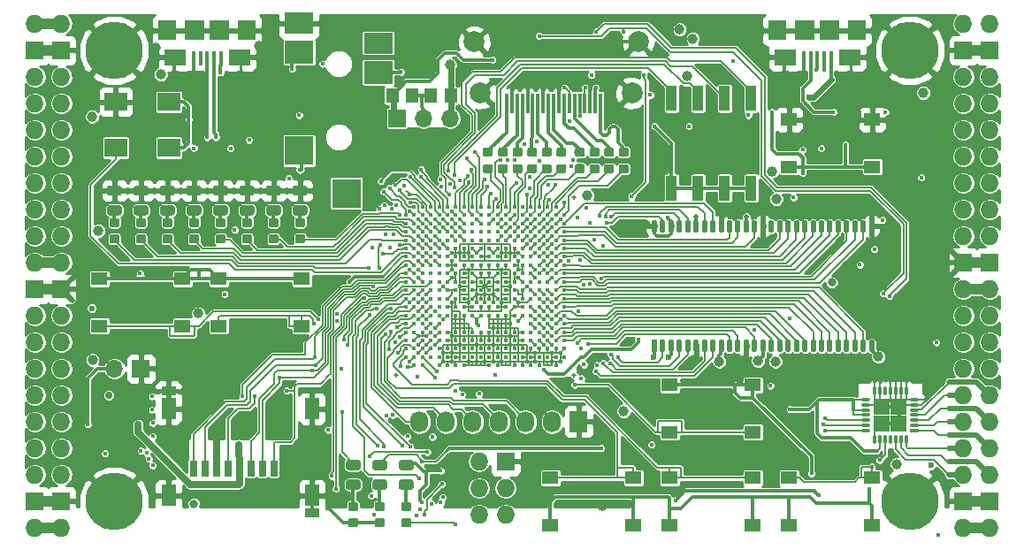
<source format=gtl>
G04 #@! TF.GenerationSoftware,KiCad,Pcbnew,5.0.0+dfsg1-2*
G04 #@! TF.CreationDate,2018-09-17T11:40:34+02:00*
G04 #@! TF.ProjectId,ulx3s,756C7833732E6B696361645F70636200,rev?*
G04 #@! TF.SameCoordinates,Original*
G04 #@! TF.FileFunction,Copper,L1,Top,Signal*
G04 #@! TF.FilePolarity,Positive*
%FSLAX46Y46*%
G04 Gerber Fmt 4.6, Leading zero omitted, Abs format (unit mm)*
G04 Created by KiCad (PCBNEW 5.0.0+dfsg1-2) date Mon Sep 17 11:40:34 2018*
%MOMM*%
%LPD*%
G01*
G04 APERTURE LIST*
G04 #@! TA.AperFunction,SMDPad,CuDef*
%ADD10O,0.560000X1.200000*%
G04 #@! TD*
G04 #@! TA.AperFunction,SMDPad,CuDef*
%ADD11R,0.560000X1.200000*%
G04 #@! TD*
G04 #@! TA.AperFunction,BGAPad,CuDef*
%ADD12C,0.400000*%
G04 #@! TD*
G04 #@! TA.AperFunction,SMDPad,CuDef*
%ADD13O,0.127000X0.508000*%
G04 #@! TD*
G04 #@! TA.AperFunction,SMDPad,CuDef*
%ADD14O,0.508000X0.127000*%
G04 #@! TD*
G04 #@! TA.AperFunction,SMDPad,CuDef*
%ADD15R,1.625000X1.625000*%
G04 #@! TD*
G04 #@! TA.AperFunction,SMDPad,CuDef*
%ADD16O,0.300000X0.950000*%
G04 #@! TD*
G04 #@! TA.AperFunction,SMDPad,CuDef*
%ADD17O,0.950000X0.300000*%
G04 #@! TD*
G04 #@! TA.AperFunction,SMDPad,CuDef*
%ADD18R,0.950000X0.300000*%
G04 #@! TD*
G04 #@! TA.AperFunction,Conductor*
%ADD19C,0.100000*%
G04 #@! TD*
G04 #@! TA.AperFunction,SMDPad,CuDef*
%ADD20C,0.875000*%
G04 #@! TD*
G04 #@! TA.AperFunction,SMDPad,CuDef*
%ADD21C,0.975000*%
G04 #@! TD*
G04 #@! TA.AperFunction,SMDPad,CuDef*
%ADD22R,1.120000X2.440000*%
G04 #@! TD*
G04 #@! TA.AperFunction,SMDPad,CuDef*
%ADD23R,1.800000X1.900000*%
G04 #@! TD*
G04 #@! TA.AperFunction,SMDPad,CuDef*
%ADD24R,0.400000X1.350000*%
G04 #@! TD*
G04 #@! TA.AperFunction,SMDPad,CuDef*
%ADD25R,1.900000X1.900000*%
G04 #@! TD*
G04 #@! TA.AperFunction,SMDPad,CuDef*
%ADD26R,2.100000X1.600000*%
G04 #@! TD*
G04 #@! TA.AperFunction,SMDPad,CuDef*
%ADD27R,2.800000X2.000000*%
G04 #@! TD*
G04 #@! TA.AperFunction,SMDPad,CuDef*
%ADD28R,2.800000X2.200000*%
G04 #@! TD*
G04 #@! TA.AperFunction,SMDPad,CuDef*
%ADD29R,2.800000X2.800000*%
G04 #@! TD*
G04 #@! TA.AperFunction,SMDPad,CuDef*
%ADD30R,0.300000X1.900000*%
G04 #@! TD*
G04 #@! TA.AperFunction,ComponentPad*
%ADD31C,2.000000*%
G04 #@! TD*
G04 #@! TA.AperFunction,SMDPad,CuDef*
%ADD32R,0.700000X1.500000*%
G04 #@! TD*
G04 #@! TA.AperFunction,SMDPad,CuDef*
%ADD33R,1.450000X0.900000*%
G04 #@! TD*
G04 #@! TA.AperFunction,SMDPad,CuDef*
%ADD34R,1.450000X2.000000*%
G04 #@! TD*
G04 #@! TA.AperFunction,SMDPad,CuDef*
%ADD35R,2.200000X1.800000*%
G04 #@! TD*
G04 #@! TA.AperFunction,ComponentPad*
%ADD36R,1.727200X2.032000*%
G04 #@! TD*
G04 #@! TA.AperFunction,ComponentPad*
%ADD37O,1.727200X2.032000*%
G04 #@! TD*
G04 #@! TA.AperFunction,ComponentPad*
%ADD38O,1.727200X1.727200*%
G04 #@! TD*
G04 #@! TA.AperFunction,ComponentPad*
%ADD39R,1.727200X1.727200*%
G04 #@! TD*
G04 #@! TA.AperFunction,ComponentPad*
%ADD40C,5.500000*%
G04 #@! TD*
G04 #@! TA.AperFunction,ComponentPad*
%ADD41R,1.700000X1.700000*%
G04 #@! TD*
G04 #@! TA.AperFunction,ComponentPad*
%ADD42O,1.700000X1.700000*%
G04 #@! TD*
G04 #@! TA.AperFunction,SMDPad,CuDef*
%ADD43R,1.295000X1.400000*%
G04 #@! TD*
G04 #@! TA.AperFunction,SMDPad,CuDef*
%ADD44R,1.550000X1.300000*%
G04 #@! TD*
G04 #@! TA.AperFunction,ViaPad*
%ADD45C,2.000000*%
G04 #@! TD*
G04 #@! TA.AperFunction,ViaPad*
%ADD46C,0.419000*%
G04 #@! TD*
G04 #@! TA.AperFunction,ViaPad*
%ADD47C,1.000000*%
G04 #@! TD*
G04 #@! TA.AperFunction,ViaPad*
%ADD48C,0.600000*%
G04 #@! TD*
G04 #@! TA.AperFunction,ViaPad*
%ADD49C,0.800000*%
G04 #@! TD*
G04 #@! TA.AperFunction,ViaPad*
%ADD50C,0.500000*%
G04 #@! TD*
G04 #@! TA.AperFunction,ViaPad*
%ADD51C,0.700000*%
G04 #@! TD*
G04 #@! TA.AperFunction,ViaPad*
%ADD52C,0.454000*%
G04 #@! TD*
G04 #@! TA.AperFunction,Conductor*
%ADD53C,0.300000*%
G04 #@! TD*
G04 #@! TA.AperFunction,Conductor*
%ADD54C,0.127000*%
G04 #@! TD*
G04 #@! TA.AperFunction,Conductor*
%ADD55C,0.500000*%
G04 #@! TD*
G04 #@! TA.AperFunction,Conductor*
%ADD56C,1.000000*%
G04 #@! TD*
G04 #@! TA.AperFunction,Conductor*
%ADD57C,0.190000*%
G04 #@! TD*
G04 #@! TA.AperFunction,Conductor*
%ADD58C,0.700000*%
G04 #@! TD*
G04 #@! TA.AperFunction,Conductor*
%ADD59C,0.600000*%
G04 #@! TD*
G04 #@! TA.AperFunction,Conductor*
%ADD60C,0.800000*%
G04 #@! TD*
G04 #@! TA.AperFunction,Conductor*
%ADD61C,0.140000*%
G04 #@! TD*
G04 #@! TA.AperFunction,Conductor*
%ADD62C,0.254000*%
G04 #@! TD*
G04 APERTURE END LIST*
D10*
G04 #@! TO.P,U2,28*
G04 #@! TO.N,GND*
X175493000Y-82070000D03*
D11*
G04 #@! TO.P,U2,1*
G04 #@! TO.N,+3V3*
X154693000Y-93530000D03*
D10*
G04 #@! TO.P,U2,2*
G04 #@! TO.N,SDRAM_D0*
X155493000Y-93530000D03*
G04 #@! TO.P,U2,3*
G04 #@! TO.N,+3V3*
X156293000Y-93530000D03*
G04 #@! TO.P,U2,4*
G04 #@! TO.N,SDRAM_D1*
X157093000Y-93530000D03*
G04 #@! TO.P,U2,5*
G04 #@! TO.N,SDRAM_D2*
X157893000Y-93530000D03*
G04 #@! TO.P,U2,6*
G04 #@! TO.N,GND*
X158693000Y-93530000D03*
G04 #@! TO.P,U2,7*
G04 #@! TO.N,SDRAM_D3*
X159493000Y-93530000D03*
G04 #@! TO.P,U2,8*
G04 #@! TO.N,SDRAM_D4*
X160293000Y-93530000D03*
G04 #@! TO.P,U2,9*
G04 #@! TO.N,+3V3*
X161093000Y-93530000D03*
G04 #@! TO.P,U2,10*
G04 #@! TO.N,SDRAM_D5*
X161893000Y-93530000D03*
G04 #@! TO.P,U2,11*
G04 #@! TO.N,SDRAM_D6*
X162693000Y-93530000D03*
G04 #@! TO.P,U2,12*
G04 #@! TO.N,GND*
X163493000Y-93530000D03*
G04 #@! TO.P,U2,13*
G04 #@! TO.N,SDRAM_D7*
X164293000Y-93530000D03*
G04 #@! TO.P,U2,14*
G04 #@! TO.N,+3V3*
X165093000Y-93530000D03*
G04 #@! TO.P,U2,15*
G04 #@! TO.N,SDRAM_DQM0*
X165893000Y-93530000D03*
G04 #@! TO.P,U2,16*
G04 #@! TO.N,SDRAM_nWE*
X166693000Y-93530000D03*
G04 #@! TO.P,U2,17*
G04 #@! TO.N,SDRAM_nCAS*
X167493000Y-93530000D03*
G04 #@! TO.P,U2,18*
G04 #@! TO.N,SDRAM_nRAS*
X168293000Y-93530000D03*
G04 #@! TO.P,U2,19*
G04 #@! TO.N,SDRAM_nCS*
X169093000Y-93530000D03*
G04 #@! TO.P,U2,20*
G04 #@! TO.N,SDRAM_BA0*
X169893000Y-93530000D03*
G04 #@! TO.P,U2,21*
G04 #@! TO.N,SDRAM_BA1*
X170693000Y-93530000D03*
G04 #@! TO.P,U2,22*
G04 #@! TO.N,SDRAM_A10*
X171493000Y-93530000D03*
G04 #@! TO.P,U2,23*
G04 #@! TO.N,SDRAM_A0*
X172293000Y-93530000D03*
G04 #@! TO.P,U2,24*
G04 #@! TO.N,SDRAM_A1*
X173093000Y-93530000D03*
G04 #@! TO.P,U2,25*
G04 #@! TO.N,SDRAM_A2*
X173893000Y-93530000D03*
G04 #@! TO.P,U2,26*
G04 #@! TO.N,SDRAM_A3*
X174693000Y-93530000D03*
G04 #@! TO.P,U2,27*
G04 #@! TO.N,+3V3*
X175493000Y-93530000D03*
G04 #@! TO.P,U2,29*
G04 #@! TO.N,SDRAM_A4*
X174693000Y-82070000D03*
G04 #@! TO.P,U2,30*
G04 #@! TO.N,SDRAM_A5*
X173893000Y-82070000D03*
G04 #@! TO.P,U2,31*
G04 #@! TO.N,SDRAM_A6*
X173093000Y-82070000D03*
G04 #@! TO.P,U2,32*
G04 #@! TO.N,SDRAM_A7*
X172293000Y-82070000D03*
G04 #@! TO.P,U2,33*
G04 #@! TO.N,SDRAM_A8*
X171493000Y-82070000D03*
G04 #@! TO.P,U2,34*
G04 #@! TO.N,SDRAM_A9*
X170693000Y-82070000D03*
G04 #@! TO.P,U2,35*
G04 #@! TO.N,SDRAM_A11*
X169893000Y-82070000D03*
G04 #@! TO.P,U2,36*
G04 #@! TO.N,SDRAM_A12*
X169093000Y-82070000D03*
G04 #@! TO.P,U2,37*
G04 #@! TO.N,SDRAM_CKE*
X168293000Y-82070000D03*
G04 #@! TO.P,U2,38*
G04 #@! TO.N,SDRAM_CLK*
X167493000Y-82070000D03*
G04 #@! TO.P,U2,39*
G04 #@! TO.N,SDRAM_DQM1*
X166693000Y-82070000D03*
G04 #@! TO.P,U2,40*
G04 #@! TO.N,N/C*
X165893000Y-82070000D03*
G04 #@! TO.P,U2,41*
G04 #@! TO.N,GND*
X165093000Y-82070000D03*
G04 #@! TO.P,U2,42*
G04 #@! TO.N,SDRAM_D8*
X164293000Y-82070000D03*
G04 #@! TO.P,U2,43*
G04 #@! TO.N,+3V3*
X163493000Y-82070000D03*
G04 #@! TO.P,U2,44*
G04 #@! TO.N,SDRAM_D9*
X162693000Y-82070000D03*
G04 #@! TO.P,U2,45*
G04 #@! TO.N,SDRAM_D10*
X161893000Y-82070000D03*
G04 #@! TO.P,U2,46*
G04 #@! TO.N,GND*
X161093000Y-82070000D03*
G04 #@! TO.P,U2,47*
G04 #@! TO.N,SDRAM_D11*
X160293000Y-82070000D03*
G04 #@! TO.P,U2,48*
G04 #@! TO.N,SDRAM_D12*
X159493000Y-82070000D03*
G04 #@! TO.P,U2,49*
G04 #@! TO.N,+3V3*
X158693000Y-82070000D03*
G04 #@! TO.P,U2,50*
G04 #@! TO.N,SDRAM_D13*
X157893000Y-82070000D03*
G04 #@! TO.P,U2,51*
G04 #@! TO.N,SDRAM_D14*
X157093000Y-82070000D03*
G04 #@! TO.P,U2,52*
G04 #@! TO.N,GND*
X156293000Y-82070000D03*
G04 #@! TO.P,U2,53*
G04 #@! TO.N,SDRAM_D15*
X155493000Y-82070000D03*
G04 #@! TO.P,U2,54*
G04 #@! TO.N,GND*
X154693000Y-82070000D03*
G04 #@! TD*
D12*
G04 #@! TO.P,U1,Y19*
G04 #@! TO.N,GND*
X145280000Y-95400000D03*
G04 #@! TO.P,U1,Y17*
X143680000Y-95400000D03*
G04 #@! TO.P,U1,Y16*
X142880000Y-95400000D03*
G04 #@! TO.P,U1,Y15*
X142080000Y-95400000D03*
G04 #@! TO.P,U1,Y14*
X141280000Y-95400000D03*
G04 #@! TO.P,U1,Y12*
X139680000Y-95400000D03*
G04 #@! TO.P,U1,Y11*
X138880000Y-95400000D03*
G04 #@! TO.P,U1,Y8*
X136480000Y-95400000D03*
G04 #@! TO.P,U1,Y7*
X135680000Y-95400000D03*
G04 #@! TO.P,U1,Y6*
X134880000Y-95400000D03*
G04 #@! TO.P,U1,Y5*
X134080000Y-95400000D03*
G04 #@! TO.P,U1,Y3*
G04 #@! TO.N,/flash/FPGA_DONE*
X132480000Y-95400000D03*
G04 #@! TO.P,U1,Y2*
G04 #@! TO.N,/flash/FLASH_nWP*
X131680000Y-95400000D03*
G04 #@! TO.P,U1,W20*
G04 #@! TO.N,GND*
X146080000Y-94600000D03*
G04 #@! TO.P,U1,W19*
X145280000Y-94600000D03*
G04 #@! TO.P,U1,W18*
G04 #@! TO.N,N/C*
X144480000Y-94600000D03*
G04 #@! TO.P,U1,W17*
X143680000Y-94600000D03*
G04 #@! TO.P,U1,W16*
G04 #@! TO.N,GND*
X142880000Y-94600000D03*
G04 #@! TO.P,U1,W15*
X142080000Y-94600000D03*
G04 #@! TO.P,U1,W14*
G04 #@! TO.N,N/C*
X141280000Y-94600000D03*
G04 #@! TO.P,U1,W13*
X140480000Y-94600000D03*
G04 #@! TO.P,U1,W12*
G04 #@! TO.N,GND*
X139680000Y-94600000D03*
G04 #@! TO.P,U1,W11*
G04 #@! TO.N,N/C*
X138880000Y-94600000D03*
G04 #@! TO.P,U1,W10*
X138080000Y-94600000D03*
G04 #@! TO.P,U1,W9*
X137280000Y-94600000D03*
G04 #@! TO.P,U1,W8*
X136480000Y-94600000D03*
G04 #@! TO.P,U1,W7*
G04 #@! TO.N,GND*
X135680000Y-94600000D03*
G04 #@! TO.P,U1,W6*
X134880000Y-94600000D03*
G04 #@! TO.P,U1,W5*
G04 #@! TO.N,N/C*
X134080000Y-94600000D03*
G04 #@! TO.P,U1,W4*
X133280000Y-94600000D03*
G04 #@! TO.P,U1,W3*
G04 #@! TO.N,/flash/FPGA_PROGRAMN*
X132480000Y-94600000D03*
G04 #@! TO.P,U1,W2*
G04 #@! TO.N,/flash/FLASH_MOSI*
X131680000Y-94600000D03*
G04 #@! TO.P,U1,W1*
G04 #@! TO.N,/flash/FLASH_nHOLD*
X130880000Y-94600000D03*
G04 #@! TO.P,U1,V20*
G04 #@! TO.N,GND*
X146080000Y-93800000D03*
G04 #@! TO.P,U1,V19*
X145280000Y-93800000D03*
G04 #@! TO.P,U1,V18*
X144480000Y-93800000D03*
G04 #@! TO.P,U1,V17*
X143680000Y-93800000D03*
G04 #@! TO.P,U1,V16*
X142880000Y-93800000D03*
G04 #@! TO.P,U1,V15*
X142080000Y-93800000D03*
G04 #@! TO.P,U1,V14*
X141280000Y-93800000D03*
G04 #@! TO.P,U1,V13*
X140480000Y-93800000D03*
G04 #@! TO.P,U1,V12*
X139680000Y-93800000D03*
G04 #@! TO.P,U1,V11*
X138880000Y-93800000D03*
G04 #@! TO.P,U1,V10*
X138080000Y-93800000D03*
G04 #@! TO.P,U1,V9*
X137280000Y-93800000D03*
G04 #@! TO.P,U1,V8*
X136480000Y-93800000D03*
G04 #@! TO.P,U1,V7*
X135680000Y-93800000D03*
G04 #@! TO.P,U1,V6*
X134880000Y-93800000D03*
G04 #@! TO.P,U1,V5*
X134080000Y-93800000D03*
G04 #@! TO.P,U1,V4*
G04 #@! TO.N,JTAG_TDO*
X133280000Y-93800000D03*
G04 #@! TO.P,U1,V3*
G04 #@! TO.N,/flash/FPGA_INITN*
X132480000Y-93800000D03*
G04 #@! TO.P,U1,V2*
G04 #@! TO.N,/flash/FLASH_MISO*
X131680000Y-93800000D03*
G04 #@! TO.P,U1,V1*
G04 #@! TO.N,BTN_D*
X130880000Y-93800000D03*
G04 #@! TO.P,U1,U20*
G04 #@! TO.N,SDRAM_D7*
X146080000Y-93000000D03*
G04 #@! TO.P,U1,U19*
G04 #@! TO.N,SDRAM_DQM0*
X145280000Y-93000000D03*
G04 #@! TO.P,U1,U18*
G04 #@! TO.N,GP14*
X144480000Y-93000000D03*
G04 #@! TO.P,U1,U17*
G04 #@! TO.N,GN14*
X143680000Y-93000000D03*
G04 #@! TO.P,U1,U16*
G04 #@! TO.N,ADC_MISO*
X142880000Y-93000000D03*
G04 #@! TO.P,U1,U15*
G04 #@! TO.N,GND*
X142080000Y-93000000D03*
G04 #@! TO.P,U1,U14*
X141280000Y-93000000D03*
G04 #@! TO.P,U1,U13*
X140480000Y-93000000D03*
G04 #@! TO.P,U1,U12*
X139680000Y-93000000D03*
G04 #@! TO.P,U1,U11*
X138880000Y-93000000D03*
G04 #@! TO.P,U1,U10*
X138080000Y-93000000D03*
G04 #@! TO.P,U1,U9*
X137280000Y-93000000D03*
G04 #@! TO.P,U1,U8*
X136480000Y-93000000D03*
G04 #@! TO.P,U1,U7*
X135680000Y-93000000D03*
G04 #@! TO.P,U1,U6*
X134880000Y-93000000D03*
G04 #@! TO.P,U1,U5*
G04 #@! TO.N,JTAG_TMS*
X134080000Y-93000000D03*
G04 #@! TO.P,U1,U4*
G04 #@! TO.N,GND*
X133280000Y-93000000D03*
G04 #@! TO.P,U1,U3*
G04 #@! TO.N,/flash/FLASH_SCK*
X132480000Y-93000000D03*
G04 #@! TO.P,U1,U2*
G04 #@! TO.N,+3V3*
X131680000Y-93000000D03*
G04 #@! TO.P,U1,U1*
G04 #@! TO.N,BTN_L*
X130880000Y-93000000D03*
G04 #@! TO.P,U1,T20*
G04 #@! TO.N,SDRAM_nWE*
X146080000Y-92200000D03*
G04 #@! TO.P,U1,T19*
G04 #@! TO.N,SDRAM_nCAS*
X145280000Y-92200000D03*
G04 #@! TO.P,U1,T18*
G04 #@! TO.N,SDRAM_D5*
X144480000Y-92200000D03*
G04 #@! TO.P,U1,T17*
G04 #@! TO.N,SDRAM_D6*
X143680000Y-92200000D03*
G04 #@! TO.P,U1,T16*
G04 #@! TO.N,N/C*
X142880000Y-92200000D03*
G04 #@! TO.P,U1,T15*
G04 #@! TO.N,GND*
X142080000Y-92200000D03*
G04 #@! TO.P,U1,T14*
X141280000Y-92200000D03*
G04 #@! TO.P,U1,T13*
X140480000Y-92200000D03*
G04 #@! TO.P,U1,T12*
X139680000Y-92200000D03*
G04 #@! TO.P,U1,T11*
X138880000Y-92200000D03*
G04 #@! TO.P,U1,T10*
X138080000Y-92200000D03*
G04 #@! TO.P,U1,T9*
X137280000Y-92200000D03*
G04 #@! TO.P,U1,T8*
X136480000Y-92200000D03*
G04 #@! TO.P,U1,T7*
X135680000Y-92200000D03*
G04 #@! TO.P,U1,T6*
X134880000Y-92200000D03*
G04 #@! TO.P,U1,T5*
G04 #@! TO.N,JTAG_TCK*
X134080000Y-92200000D03*
G04 #@! TO.P,U1,T4*
G04 #@! TO.N,+3V3*
X133280000Y-92200000D03*
G04 #@! TO.P,U1,T3*
X132480000Y-92200000D03*
G04 #@! TO.P,U1,T2*
X131680000Y-92200000D03*
G04 #@! TO.P,U1,T1*
G04 #@! TO.N,BTN_F2*
X130880000Y-92200000D03*
G04 #@! TO.P,U1,R20*
G04 #@! TO.N,SDRAM_nRAS*
X146080000Y-91400000D03*
G04 #@! TO.P,U1,R19*
G04 #@! TO.N,GND*
X145280000Y-91400000D03*
G04 #@! TO.P,U1,R18*
G04 #@! TO.N,BTN_U*
X144480000Y-91400000D03*
G04 #@! TO.P,U1,R17*
G04 #@! TO.N,ADC_CSn*
X143680000Y-91400000D03*
G04 #@! TO.P,U1,R16*
G04 #@! TO.N,ADC_MOSI*
X142880000Y-91400000D03*
G04 #@! TO.P,U1,R5*
G04 #@! TO.N,JTAG_TDI*
X134080000Y-91400000D03*
G04 #@! TO.P,U1,R4*
G04 #@! TO.N,GND*
X133280000Y-91400000D03*
G04 #@! TO.P,U1,R3*
G04 #@! TO.N,N/C*
X132480000Y-91400000D03*
G04 #@! TO.P,U1,R2*
G04 #@! TO.N,/flash/FLASH_nCS*
X131680000Y-91400000D03*
G04 #@! TO.P,U1,R1*
G04 #@! TO.N,BTN_F1*
X130880000Y-91400000D03*
G04 #@! TO.P,U1,P20*
G04 #@! TO.N,SDRAM_nCS*
X146080000Y-90600000D03*
G04 #@! TO.P,U1,P19*
G04 #@! TO.N,SDRAM_BA0*
X145280000Y-90600000D03*
G04 #@! TO.P,U1,P18*
G04 #@! TO.N,SDRAM_D4*
X144480000Y-90600000D03*
G04 #@! TO.P,U1,P17*
G04 #@! TO.N,ADC_SCLK*
X143680000Y-90600000D03*
G04 #@! TO.P,U1,P16*
G04 #@! TO.N,GN15*
X142880000Y-90600000D03*
G04 #@! TO.P,U1,P15*
G04 #@! TO.N,+2V5*
X142080000Y-90600000D03*
G04 #@! TO.P,U1,P14*
G04 #@! TO.N,GND*
X141280000Y-90600000D03*
G04 #@! TO.P,U1,P13*
X140480000Y-90600000D03*
G04 #@! TO.P,U1,P12*
X139680000Y-90600000D03*
G04 #@! TO.P,U1,P11*
X138880000Y-90600000D03*
G04 #@! TO.P,U1,P10*
G04 #@! TO.N,+3V3*
X138080000Y-90600000D03*
G04 #@! TO.P,U1,P9*
X137280000Y-90600000D03*
G04 #@! TO.P,U1,P8*
G04 #@! TO.N,GND*
X136480000Y-90600000D03*
G04 #@! TO.P,U1,P7*
X135680000Y-90600000D03*
G04 #@! TO.P,U1,P6*
G04 #@! TO.N,+2V5*
X134880000Y-90600000D03*
G04 #@! TO.P,U1,P5*
G04 #@! TO.N,N/C*
X134080000Y-90600000D03*
G04 #@! TO.P,U1,P4*
G04 #@! TO.N,OLED_CLK*
X133280000Y-90600000D03*
G04 #@! TO.P,U1,P3*
G04 #@! TO.N,OLED_MOSI*
X132480000Y-90600000D03*
G04 #@! TO.P,U1,P2*
G04 #@! TO.N,OLED_RES*
X131680000Y-90600000D03*
G04 #@! TO.P,U1,P1*
G04 #@! TO.N,OLED_DC*
X130880000Y-90600000D03*
G04 #@! TO.P,U1,N20*
G04 #@! TO.N,SDRAM_BA1*
X146080000Y-89800000D03*
G04 #@! TO.P,U1,N19*
G04 #@! TO.N,SDRAM_A10*
X145280000Y-89800000D03*
G04 #@! TO.P,U1,N18*
G04 #@! TO.N,SDRAM_D3*
X144480000Y-89800000D03*
G04 #@! TO.P,U1,N17*
G04 #@! TO.N,GP15*
X143680000Y-89800000D03*
G04 #@! TO.P,U1,N16*
G04 #@! TO.N,GP16*
X142880000Y-89800000D03*
G04 #@! TO.P,U1,N15*
G04 #@! TO.N,GND*
X142080000Y-89800000D03*
G04 #@! TO.P,U1,N14*
X141280000Y-89800000D03*
G04 #@! TO.P,U1,N13*
G04 #@! TO.N,+1V1*
X140480000Y-89800000D03*
G04 #@! TO.P,U1,N12*
X139680000Y-89800000D03*
G04 #@! TO.P,U1,N11*
X138880000Y-89800000D03*
G04 #@! TO.P,U1,N10*
X138080000Y-89800000D03*
G04 #@! TO.P,U1,N9*
X137280000Y-89800000D03*
G04 #@! TO.P,U1,N8*
X136480000Y-89800000D03*
G04 #@! TO.P,U1,N7*
G04 #@! TO.N,GND*
X135680000Y-89800000D03*
G04 #@! TO.P,U1,N6*
X134880000Y-89800000D03*
G04 #@! TO.P,U1,N5*
G04 #@! TO.N,N/C*
X134080000Y-89800000D03*
G04 #@! TO.P,U1,N4*
G04 #@! TO.N,WIFI_GPIO5*
X133280000Y-89800000D03*
G04 #@! TO.P,U1,N3*
G04 #@! TO.N,WIFI_GPIO17*
X132480000Y-89800000D03*
G04 #@! TO.P,U1,N2*
G04 #@! TO.N,OLED_CS*
X131680000Y-89800000D03*
G04 #@! TO.P,U1,N1*
G04 #@! TO.N,FTDI_nDTR*
X130880000Y-89800000D03*
G04 #@! TO.P,U1,M20*
G04 #@! TO.N,SDRAM_A0*
X146080000Y-89000000D03*
G04 #@! TO.P,U1,M19*
G04 #@! TO.N,SDRAM_A1*
X145280000Y-89000000D03*
G04 #@! TO.P,U1,M18*
G04 #@! TO.N,SDRAM_D2*
X144480000Y-89000000D03*
G04 #@! TO.P,U1,M17*
G04 #@! TO.N,GN16*
X143680000Y-89000000D03*
G04 #@! TO.P,U1,M16*
G04 #@! TO.N,GND*
X142880000Y-89000000D03*
G04 #@! TO.P,U1,M15*
G04 #@! TO.N,+3V3*
X142080000Y-89000000D03*
G04 #@! TO.P,U1,M14*
G04 #@! TO.N,GND*
X141280000Y-89000000D03*
G04 #@! TO.P,U1,M13*
G04 #@! TO.N,+1V1*
X140480000Y-89000000D03*
G04 #@! TO.P,U1,M12*
G04 #@! TO.N,GND*
X139680000Y-89000000D03*
G04 #@! TO.P,U1,M11*
X138880000Y-89000000D03*
G04 #@! TO.P,U1,M10*
X138080000Y-89000000D03*
G04 #@! TO.P,U1,M9*
X137280000Y-89000000D03*
G04 #@! TO.P,U1,M8*
G04 #@! TO.N,+1V1*
X136480000Y-89000000D03*
G04 #@! TO.P,U1,M7*
G04 #@! TO.N,GND*
X135680000Y-89000000D03*
G04 #@! TO.P,U1,M6*
G04 #@! TO.N,+3V3*
X134880000Y-89000000D03*
G04 #@! TO.P,U1,M5*
G04 #@! TO.N,N/C*
X134080000Y-89000000D03*
G04 #@! TO.P,U1,M4*
G04 #@! TO.N,USER_PROGRAMN*
X133280000Y-89000000D03*
G04 #@! TO.P,U1,M3*
G04 #@! TO.N,FTDI_nRTS*
X132480000Y-89000000D03*
G04 #@! TO.P,U1,M2*
G04 #@! TO.N,GND*
X131680000Y-89000000D03*
G04 #@! TO.P,U1,M1*
G04 #@! TO.N,FTDI_TXD*
X130880000Y-89000000D03*
G04 #@! TO.P,U1,L20*
G04 #@! TO.N,SDRAM_A2*
X146080000Y-88200000D03*
G04 #@! TO.P,U1,L19*
G04 #@! TO.N,SDRAM_A3*
X145280000Y-88200000D03*
G04 #@! TO.P,U1,L18*
G04 #@! TO.N,SDRAM_D1*
X144480000Y-88200000D03*
G04 #@! TO.P,U1,L17*
G04 #@! TO.N,GN17*
X143680000Y-88200000D03*
G04 #@! TO.P,U1,L16*
G04 #@! TO.N,GP17*
X142880000Y-88200000D03*
G04 #@! TO.P,U1,L15*
G04 #@! TO.N,+3V3*
X142080000Y-88200000D03*
G04 #@! TO.P,U1,L14*
X141280000Y-88200000D03*
G04 #@! TO.P,U1,L13*
G04 #@! TO.N,+1V1*
X140480000Y-88200000D03*
G04 #@! TO.P,U1,L12*
G04 #@! TO.N,GND*
X139680000Y-88200000D03*
G04 #@! TO.P,U1,L11*
X138880000Y-88200000D03*
G04 #@! TO.P,U1,L10*
X138080000Y-88200000D03*
G04 #@! TO.P,U1,L9*
X137280000Y-88200000D03*
G04 #@! TO.P,U1,L8*
G04 #@! TO.N,+1V1*
X136480000Y-88200000D03*
G04 #@! TO.P,U1,L7*
G04 #@! TO.N,+3V3*
X135680000Y-88200000D03*
G04 #@! TO.P,U1,L6*
X134880000Y-88200000D03*
G04 #@! TO.P,U1,L5*
G04 #@! TO.N,N/C*
X134080000Y-88200000D03*
G04 #@! TO.P,U1,L4*
G04 #@! TO.N,FTDI_RXD*
X133280000Y-88200000D03*
G04 #@! TO.P,U1,L3*
G04 #@! TO.N,FTDI_TXDEN*
X132480000Y-88200000D03*
G04 #@! TO.P,U1,L2*
G04 #@! TO.N,WIFI_GPIO0*
X131680000Y-88200000D03*
G04 #@! TO.P,U1,L1*
G04 #@! TO.N,WIFI_GPIO16*
X130880000Y-88200000D03*
G04 #@! TO.P,U1,K20*
G04 #@! TO.N,SDRAM_A4*
X146080000Y-87400000D03*
G04 #@! TO.P,U1,K19*
G04 #@! TO.N,SDRAM_A5*
X145280000Y-87400000D03*
G04 #@! TO.P,U1,K18*
G04 #@! TO.N,SDRAM_A6*
X144480000Y-87400000D03*
G04 #@! TO.P,U1,K17*
G04 #@! TO.N,N/C*
X143680000Y-87400000D03*
G04 #@! TO.P,U1,K16*
X142880000Y-87400000D03*
G04 #@! TO.P,U1,K15*
G04 #@! TO.N,GND*
X142080000Y-87400000D03*
G04 #@! TO.P,U1,K14*
X141280000Y-87400000D03*
G04 #@! TO.P,U1,K13*
G04 #@! TO.N,+1V1*
X140480000Y-87400000D03*
G04 #@! TO.P,U1,K12*
G04 #@! TO.N,GND*
X139680000Y-87400000D03*
G04 #@! TO.P,U1,K11*
X138880000Y-87400000D03*
G04 #@! TO.P,U1,K10*
X138080000Y-87400000D03*
G04 #@! TO.P,U1,K9*
X137280000Y-87400000D03*
G04 #@! TO.P,U1,K8*
G04 #@! TO.N,+1V1*
X136480000Y-87400000D03*
G04 #@! TO.P,U1,K7*
G04 #@! TO.N,GND*
X135680000Y-87400000D03*
G04 #@! TO.P,U1,K6*
X134880000Y-87400000D03*
G04 #@! TO.P,U1,K5*
G04 #@! TO.N,N/C*
X134080000Y-87400000D03*
G04 #@! TO.P,U1,K4*
G04 #@! TO.N,WIFI_TXD*
X133280000Y-87400000D03*
G04 #@! TO.P,U1,K3*
G04 #@! TO.N,WIFI_RXD*
X132480000Y-87400000D03*
G04 #@! TO.P,U1,K2*
G04 #@! TO.N,SD_D3*
X131680000Y-87400000D03*
G04 #@! TO.P,U1,K1*
G04 #@! TO.N,SD_D2*
X130880000Y-87400000D03*
G04 #@! TO.P,U1,J20*
G04 #@! TO.N,SDRAM_A7*
X146080000Y-86600000D03*
G04 #@! TO.P,U1,J19*
G04 #@! TO.N,SDRAM_A8*
X145280000Y-86600000D03*
G04 #@! TO.P,U1,J18*
G04 #@! TO.N,SDRAM_D14*
X144480000Y-86600000D03*
G04 #@! TO.P,U1,J17*
G04 #@! TO.N,SDRAM_D15*
X143680000Y-86600000D03*
G04 #@! TO.P,U1,J16*
G04 #@! TO.N,SDRAM_D0*
X142880000Y-86600000D03*
G04 #@! TO.P,U1,J15*
G04 #@! TO.N,+3V3*
X142080000Y-86600000D03*
G04 #@! TO.P,U1,J14*
G04 #@! TO.N,GND*
X141280000Y-86600000D03*
G04 #@! TO.P,U1,J13*
G04 #@! TO.N,+1V1*
X140480000Y-86600000D03*
G04 #@! TO.P,U1,J12*
G04 #@! TO.N,GND*
X139680000Y-86600000D03*
G04 #@! TO.P,U1,J11*
X138880000Y-86600000D03*
G04 #@! TO.P,U1,J10*
X138080000Y-86600000D03*
G04 #@! TO.P,U1,J9*
X137280000Y-86600000D03*
G04 #@! TO.P,U1,J8*
G04 #@! TO.N,+1V1*
X136480000Y-86600000D03*
G04 #@! TO.P,U1,J7*
G04 #@! TO.N,GND*
X135680000Y-86600000D03*
G04 #@! TO.P,U1,J6*
G04 #@! TO.N,2V5_3V3*
X134880000Y-86600000D03*
G04 #@! TO.P,U1,J5*
G04 #@! TO.N,N/C*
X134080000Y-86600000D03*
G04 #@! TO.P,U1,J4*
X133280000Y-86600000D03*
G04 #@! TO.P,U1,J3*
G04 #@! TO.N,SD_D0*
X132480000Y-86600000D03*
G04 #@! TO.P,U1,J2*
G04 #@! TO.N,GND*
X131680000Y-86600000D03*
G04 #@! TO.P,U1,J1*
G04 #@! TO.N,SD_CMD*
X130880000Y-86600000D03*
G04 #@! TO.P,U1,H20*
G04 #@! TO.N,SDRAM_A9*
X146080000Y-85800000D03*
G04 #@! TO.P,U1,H19*
G04 #@! TO.N,GND*
X145280000Y-85800000D03*
G04 #@! TO.P,U1,H18*
G04 #@! TO.N,GP18*
X144480000Y-85800000D03*
G04 #@! TO.P,U1,H17*
G04 #@! TO.N,GN18*
X143680000Y-85800000D03*
G04 #@! TO.P,U1,H16*
G04 #@! TO.N,BTN_R*
X142880000Y-85800000D03*
G04 #@! TO.P,U1,H15*
G04 #@! TO.N,+3V3*
X142080000Y-85800000D03*
G04 #@! TO.P,U1,H14*
X141280000Y-85800000D03*
G04 #@! TO.P,U1,H13*
G04 #@! TO.N,+1V1*
X140480000Y-85800000D03*
G04 #@! TO.P,U1,H12*
X139680000Y-85800000D03*
G04 #@! TO.P,U1,H11*
X138880000Y-85800000D03*
G04 #@! TO.P,U1,H10*
X138080000Y-85800000D03*
G04 #@! TO.P,U1,H9*
X137280000Y-85800000D03*
G04 #@! TO.P,U1,H8*
X136480000Y-85800000D03*
G04 #@! TO.P,U1,H7*
G04 #@! TO.N,2V5_3V3*
X135680000Y-85800000D03*
G04 #@! TO.P,U1,H6*
X134880000Y-85800000D03*
G04 #@! TO.P,U1,H5*
G04 #@! TO.N,AUDIO_V0*
X134080000Y-85800000D03*
G04 #@! TO.P,U1,H4*
G04 #@! TO.N,GP13*
X133280000Y-85800000D03*
G04 #@! TO.P,U1,H3*
G04 #@! TO.N,LED7*
X132480000Y-85800000D03*
G04 #@! TO.P,U1,H2*
G04 #@! TO.N,SD_CLK*
X131680000Y-85800000D03*
G04 #@! TO.P,U1,H1*
G04 #@! TO.N,SD_D1*
X130880000Y-85800000D03*
G04 #@! TO.P,U1,G20*
G04 #@! TO.N,SDRAM_A11*
X146080000Y-85000000D03*
G04 #@! TO.P,U1,G19*
G04 #@! TO.N,SDRAM_A12*
X145280000Y-85000000D03*
G04 #@! TO.P,U1,G18*
G04 #@! TO.N,GN19*
X144480000Y-85000000D03*
G04 #@! TO.P,U1,G17*
G04 #@! TO.N,GND*
X143680000Y-85000000D03*
G04 #@! TO.P,U1,G16*
G04 #@! TO.N,SHUTDOWN*
X142880000Y-85000000D03*
G04 #@! TO.P,U1,G15*
G04 #@! TO.N,GND*
X142080000Y-85000000D03*
G04 #@! TO.P,U1,G14*
X141280000Y-85000000D03*
G04 #@! TO.P,U1,G13*
X140480000Y-85000000D03*
G04 #@! TO.P,U1,G12*
X139680000Y-85000000D03*
G04 #@! TO.P,U1,G11*
X138880000Y-85000000D03*
G04 #@! TO.P,U1,G10*
X138080000Y-85000000D03*
G04 #@! TO.P,U1,G9*
X137280000Y-85000000D03*
G04 #@! TO.P,U1,G8*
X136480000Y-85000000D03*
G04 #@! TO.P,U1,G7*
X135680000Y-85000000D03*
G04 #@! TO.P,U1,G6*
X134880000Y-85000000D03*
G04 #@! TO.P,U1,G5*
G04 #@! TO.N,GN13*
X134080000Y-85000000D03*
G04 #@! TO.P,U1,G4*
G04 #@! TO.N,GND*
X133280000Y-85000000D03*
G04 #@! TO.P,U1,G3*
G04 #@! TO.N,GP12*
X132480000Y-85000000D03*
G04 #@! TO.P,U1,G2*
G04 #@! TO.N,CLK_25MHz*
X131680000Y-85000000D03*
G04 #@! TO.P,U1,G1*
G04 #@! TO.N,/usb/ANT_433MHz*
X130880000Y-85000000D03*
G04 #@! TO.P,U1,F20*
G04 #@! TO.N,SDRAM_CKE*
X146080000Y-84200000D03*
G04 #@! TO.P,U1,F19*
G04 #@! TO.N,SDRAM_CLK*
X145280000Y-84200000D03*
G04 #@! TO.P,U1,F18*
G04 #@! TO.N,SDRAM_D13*
X144480000Y-84200000D03*
G04 #@! TO.P,U1,F17*
G04 #@! TO.N,GP19*
X143680000Y-84200000D03*
G04 #@! TO.P,U1,F16*
G04 #@! TO.N,USB_FPGA_D-*
X142880000Y-84200000D03*
G04 #@! TO.P,U1,F15*
G04 #@! TO.N,+2V5*
X142080000Y-84200000D03*
G04 #@! TO.P,U1,F14*
G04 #@! TO.N,GND*
X141280000Y-84200000D03*
G04 #@! TO.P,U1,F13*
X140480000Y-84200000D03*
G04 #@! TO.P,U1,F12*
G04 #@! TO.N,+3V3*
X139680000Y-84200000D03*
G04 #@! TO.P,U1,F11*
X138880000Y-84200000D03*
G04 #@! TO.P,U1,F10*
G04 #@! TO.N,2V5_3V3*
X138080000Y-84200000D03*
G04 #@! TO.P,U1,F9*
X137280000Y-84200000D03*
G04 #@! TO.P,U1,F8*
G04 #@! TO.N,GND*
X136480000Y-84200000D03*
G04 #@! TO.P,U1,F7*
X135680000Y-84200000D03*
G04 #@! TO.P,U1,F6*
G04 #@! TO.N,+2V5*
X134880000Y-84200000D03*
G04 #@! TO.P,U1,F5*
G04 #@! TO.N,AUDIO_V2*
X134080000Y-84200000D03*
G04 #@! TO.P,U1,F4*
G04 #@! TO.N,GP11*
X133280000Y-84200000D03*
G04 #@! TO.P,U1,F3*
G04 #@! TO.N,GN12*
X132480000Y-84200000D03*
G04 #@! TO.P,U1,F2*
G04 #@! TO.N,AUDIO_V1*
X131680000Y-84200000D03*
G04 #@! TO.P,U1,F1*
G04 #@! TO.N,WIFI_EN*
X130880000Y-84200000D03*
G04 #@! TO.P,U1,E20*
G04 #@! TO.N,SDRAM_DQM1*
X146080000Y-83400000D03*
G04 #@! TO.P,U1,E19*
G04 #@! TO.N,SDRAM_D8*
X145280000Y-83400000D03*
G04 #@! TO.P,U1,E18*
G04 #@! TO.N,SDRAM_D12*
X144480000Y-83400000D03*
G04 #@! TO.P,U1,E17*
G04 #@! TO.N,GN20*
X143680000Y-83400000D03*
G04 #@! TO.P,U1,E16*
G04 #@! TO.N,USB_FPGA_D+*
X142880000Y-83400000D03*
G04 #@! TO.P,U1,E15*
G04 #@! TO.N,USB_FPGA_D-*
X142080000Y-83400000D03*
G04 #@! TO.P,U1,E14*
G04 #@! TO.N,GN25*
X141280000Y-83400000D03*
G04 #@! TO.P,U1,E13*
G04 #@! TO.N,GN27*
X140480000Y-83400000D03*
G04 #@! TO.P,U1,E12*
G04 #@! TO.N,FPDI_SCL*
X139680000Y-83400000D03*
G04 #@! TO.P,U1,E11*
G04 #@! TO.N,N/C*
X138880000Y-83400000D03*
G04 #@! TO.P,U1,E10*
X138080000Y-83400000D03*
G04 #@! TO.P,U1,E9*
X137280000Y-83400000D03*
G04 #@! TO.P,U1,E8*
G04 #@! TO.N,SW1*
X136480000Y-83400000D03*
G04 #@! TO.P,U1,E7*
G04 #@! TO.N,SW4*
X135680000Y-83400000D03*
G04 #@! TO.P,U1,E6*
G04 #@! TO.N,N/C*
X134880000Y-83400000D03*
G04 #@! TO.P,U1,E5*
G04 #@! TO.N,AUDIO_V3*
X134080000Y-83400000D03*
G04 #@! TO.P,U1,E4*
G04 #@! TO.N,AUDIO_L0*
X133280000Y-83400000D03*
G04 #@! TO.P,U1,E3*
G04 #@! TO.N,GN11*
X132480000Y-83400000D03*
G04 #@! TO.P,U1,E2*
G04 #@! TO.N,LED5*
X131680000Y-83400000D03*
G04 #@! TO.P,U1,E1*
G04 #@! TO.N,LED6*
X130880000Y-83400000D03*
G04 #@! TO.P,U1,D20*
G04 #@! TO.N,SDRAM_D9*
X146080000Y-82600000D03*
G04 #@! TO.P,U1,D19*
G04 #@! TO.N,SDRAM_D10*
X145280000Y-82600000D03*
G04 #@! TO.P,U1,D18*
G04 #@! TO.N,GP20*
X144480000Y-82600000D03*
G04 #@! TO.P,U1,D17*
G04 #@! TO.N,GN21*
X143680000Y-82600000D03*
G04 #@! TO.P,U1,D16*
G04 #@! TO.N,GN24*
X142880000Y-82600000D03*
G04 #@! TO.P,U1,D15*
G04 #@! TO.N,USB_FPGA_D+*
X142080000Y-82600000D03*
G04 #@! TO.P,U1,D14*
G04 #@! TO.N,GP25*
X141280000Y-82600000D03*
G04 #@! TO.P,U1,D13*
G04 #@! TO.N,GP27*
X140480000Y-82600000D03*
G04 #@! TO.P,U1,D12*
G04 #@! TO.N,N/C*
X139680000Y-82600000D03*
G04 #@! TO.P,U1,D11*
X138880000Y-82600000D03*
G04 #@! TO.P,U1,D10*
X138080000Y-82600000D03*
G04 #@! TO.P,U1,D9*
X137280000Y-82600000D03*
G04 #@! TO.P,U1,D8*
G04 #@! TO.N,SW2*
X136480000Y-82600000D03*
G04 #@! TO.P,U1,D7*
G04 #@! TO.N,SW3*
X135680000Y-82600000D03*
G04 #@! TO.P,U1,D6*
G04 #@! TO.N,BTN_PWRn*
X134880000Y-82600000D03*
G04 #@! TO.P,U1,D5*
G04 #@! TO.N,AUDIO_R2*
X134080000Y-82600000D03*
G04 #@! TO.P,U1,D4*
G04 #@! TO.N,GND*
X133280000Y-82600000D03*
G04 #@! TO.P,U1,D3*
G04 #@! TO.N,AUDIO_L1*
X132480000Y-82600000D03*
G04 #@! TO.P,U1,D2*
G04 #@! TO.N,LED3*
X131680000Y-82600000D03*
G04 #@! TO.P,U1,D1*
G04 #@! TO.N,LED4*
X130880000Y-82600000D03*
G04 #@! TO.P,U1,C20*
G04 #@! TO.N,SDRAM_D11*
X146080000Y-81800000D03*
G04 #@! TO.P,U1,C19*
G04 #@! TO.N,GND*
X145280000Y-81800000D03*
G04 #@! TO.P,U1,C18*
G04 #@! TO.N,GP21*
X144480000Y-81800000D03*
G04 #@! TO.P,U1,C17*
G04 #@! TO.N,GN23*
X143680000Y-81800000D03*
G04 #@! TO.P,U1,C16*
G04 #@! TO.N,GP24*
X142880000Y-81800000D03*
G04 #@! TO.P,U1,C15*
G04 #@! TO.N,GN22*
X142080000Y-81800000D03*
G04 #@! TO.P,U1,C14*
G04 #@! TO.N,FPDI_D1-*
X141280000Y-81800000D03*
G04 #@! TO.P,U1,C13*
G04 #@! TO.N,GN26*
X140480000Y-81800000D03*
G04 #@! TO.P,U1,C12*
G04 #@! TO.N,USB_FPGA_PULL_D-*
X139680000Y-81800000D03*
G04 #@! TO.P,U1,C11*
G04 #@! TO.N,GN0*
X138880000Y-81800000D03*
G04 #@! TO.P,U1,C10*
G04 #@! TO.N,GN3*
X138080000Y-81800000D03*
G04 #@! TO.P,U1,C9*
G04 #@! TO.N,N/C*
X137280000Y-81800000D03*
G04 #@! TO.P,U1,C8*
G04 #@! TO.N,GP5*
X136480000Y-81800000D03*
G04 #@! TO.P,U1,C7*
G04 #@! TO.N,GN6*
X135680000Y-81800000D03*
G04 #@! TO.P,U1,C6*
G04 #@! TO.N,GP6*
X134880000Y-81800000D03*
G04 #@! TO.P,U1,C5*
G04 #@! TO.N,AUDIO_R3*
X134080000Y-81800000D03*
G04 #@! TO.P,U1,C4*
G04 #@! TO.N,GP10*
X133280000Y-81800000D03*
G04 #@! TO.P,U1,C3*
G04 #@! TO.N,AUDIO_L2*
X132480000Y-81800000D03*
G04 #@! TO.P,U1,C2*
G04 #@! TO.N,LED1*
X131680000Y-81800000D03*
G04 #@! TO.P,U1,C1*
G04 #@! TO.N,LED2*
X130880000Y-81800000D03*
G04 #@! TO.P,U1,B20*
G04 #@! TO.N,FPDI_ETH-*
X146080000Y-81000000D03*
G04 #@! TO.P,U1,B19*
G04 #@! TO.N,FPDI_SDA*
X145280000Y-81000000D03*
G04 #@! TO.P,U1,B18*
G04 #@! TO.N,FPDI_CLK-*
X144480000Y-81000000D03*
G04 #@! TO.P,U1,B17*
G04 #@! TO.N,GP23*
X143680000Y-81000000D03*
G04 #@! TO.P,U1,B16*
G04 #@! TO.N,FPDI_D0-*
X142880000Y-81000000D03*
G04 #@! TO.P,U1,B15*
G04 #@! TO.N,GP22*
X142080000Y-81000000D03*
G04 #@! TO.P,U1,B14*
G04 #@! TO.N,GND*
X141280000Y-81000000D03*
G04 #@! TO.P,U1,B13*
G04 #@! TO.N,GP26*
X140480000Y-81000000D03*
G04 #@! TO.P,U1,B12*
G04 #@! TO.N,USB_FPGA_PULL_D+*
X139680000Y-81000000D03*
G04 #@! TO.P,U1,B11*
G04 #@! TO.N,GP0*
X138880000Y-81000000D03*
G04 #@! TO.P,U1,B10*
G04 #@! TO.N,GN2*
X138080000Y-81000000D03*
G04 #@! TO.P,U1,B9*
G04 #@! TO.N,GP3*
X137280000Y-81000000D03*
G04 #@! TO.P,U1,B8*
G04 #@! TO.N,GN5*
X136480000Y-81000000D03*
G04 #@! TO.P,U1,B7*
G04 #@! TO.N,GND*
X135680000Y-81000000D03*
G04 #@! TO.P,U1,B6*
G04 #@! TO.N,GN7*
X134880000Y-81000000D03*
G04 #@! TO.P,U1,B5*
G04 #@! TO.N,AUDIO_R1*
X134080000Y-81000000D03*
G04 #@! TO.P,U1,B4*
G04 #@! TO.N,GN10*
X133280000Y-81000000D03*
G04 #@! TO.P,U1,B3*
G04 #@! TO.N,AUDIO_L3*
X132480000Y-81000000D03*
G04 #@! TO.P,U1,B2*
G04 #@! TO.N,LED0*
X131680000Y-81000000D03*
G04 #@! TO.P,U1,B1*
G04 #@! TO.N,GN9*
X130880000Y-81000000D03*
G04 #@! TO.P,U1,A19*
G04 #@! TO.N,FPDI_ETH+*
X145280000Y-80200000D03*
G04 #@! TO.P,U1,A18*
G04 #@! TO.N,/gpdi/FPDI_CEC*
X144480000Y-80200000D03*
G04 #@! TO.P,U1,A17*
G04 #@! TO.N,FPDI_CLK+*
X143680000Y-80200000D03*
G04 #@! TO.P,U1,A16*
G04 #@! TO.N,FPDI_D0+*
X142880000Y-80200000D03*
G04 #@! TO.P,U1,A15*
G04 #@! TO.N,N/C*
X142080000Y-80200000D03*
G04 #@! TO.P,U1,A14*
G04 #@! TO.N,FPDI_D1+*
X141280000Y-80200000D03*
G04 #@! TO.P,U1,A13*
G04 #@! TO.N,FPDI_D2-*
X140480000Y-80200000D03*
G04 #@! TO.P,U1,A12*
G04 #@! TO.N,FPDI_D2+*
X139680000Y-80200000D03*
G04 #@! TO.P,U1,A11*
G04 #@! TO.N,GN1*
X138880000Y-80200000D03*
G04 #@! TO.P,U1,A10*
G04 #@! TO.N,GP1*
X138080000Y-80200000D03*
G04 #@! TO.P,U1,A9*
G04 #@! TO.N,GP2*
X137280000Y-80200000D03*
G04 #@! TO.P,U1,A8*
G04 #@! TO.N,GN4*
X136480000Y-80200000D03*
G04 #@! TO.P,U1,A7*
G04 #@! TO.N,GP4*
X135680000Y-80200000D03*
G04 #@! TO.P,U1,A6*
G04 #@! TO.N,GP7*
X134880000Y-80200000D03*
G04 #@! TO.P,U1,A5*
G04 #@! TO.N,GN8*
X134080000Y-80200000D03*
G04 #@! TO.P,U1,A4*
G04 #@! TO.N,GP8*
X133280000Y-80200000D03*
G04 #@! TO.P,U1,A3*
G04 #@! TO.N,AUDIO_R0*
X132480000Y-80200000D03*
G04 #@! TO.P,U1,A2*
G04 #@! TO.N,GP9*
X131680000Y-80200000D03*
D13*
G04 #@! TO.P,U1,X*
G04 #@! TO.N,N/C*
X146980000Y-79300000D03*
D14*
X146980000Y-79300000D03*
D13*
X129980000Y-96300000D03*
D14*
X129980000Y-96300000D03*
X146980000Y-96300000D03*
D13*
X146980000Y-96300000D03*
G04 #@! TD*
D15*
G04 #@! TO.P,U8,29*
G04 #@! TO.N,GND*
X178097500Y-100967500D03*
X178097500Y-99342500D03*
X176472500Y-100967500D03*
X176472500Y-99342500D03*
D16*
G04 #@! TO.P,U8,28*
G04 #@! TO.N,GN15*
X178785000Y-102495000D03*
G04 #@! TO.P,U8,27*
G04 #@! TO.N,GP14*
X178285000Y-102495000D03*
G04 #@! TO.P,U8,26*
G04 #@! TO.N,GN14*
X177785000Y-102495000D03*
G04 #@! TO.P,U8,25*
G04 #@! TO.N,N/C*
X177285000Y-102495000D03*
G04 #@! TO.P,U8,24*
G04 #@! TO.N,ADC_MISO*
X176785000Y-102495000D03*
G04 #@! TO.P,U8,23*
G04 #@! TO.N,/analog/ADC3V3*
X176285000Y-102495000D03*
G04 #@! TO.P,U8,22*
G04 #@! TO.N,GND*
X175785000Y-102495000D03*
D17*
G04 #@! TO.P,U8,21*
G04 #@! TO.N,ADC_MOSI*
X174945000Y-101655000D03*
G04 #@! TO.P,U8,20*
G04 #@! TO.N,ADC_CSn*
X174945000Y-101155000D03*
G04 #@! TO.P,U8,19*
G04 #@! TO.N,ADC_SCLK*
X174945000Y-100655000D03*
G04 #@! TO.P,U8,18*
G04 #@! TO.N,/analog/ADC3V3*
X174945000Y-100155000D03*
G04 #@! TO.P,U8,17*
X174945000Y-99655000D03*
G04 #@! TO.P,U8,16*
G04 #@! TO.N,GND*
X174945000Y-99155000D03*
G04 #@! TO.P,U8,15*
G04 #@! TO.N,/analog/ADC3V3*
X174945000Y-98655000D03*
D16*
G04 #@! TO.P,U8,14*
G04 #@! TO.N,GND*
X175785000Y-97815000D03*
G04 #@! TO.P,U8,13*
X176285000Y-97815000D03*
G04 #@! TO.P,U8,12*
G04 #@! TO.N,N/C*
X176785000Y-97815000D03*
G04 #@! TO.P,U8,11*
G04 #@! TO.N,GND*
X177285000Y-97815000D03*
G04 #@! TO.P,U8,10*
X177785000Y-97815000D03*
G04 #@! TO.P,U8,9*
X178285000Y-97815000D03*
G04 #@! TO.P,U8,8*
X178785000Y-97815000D03*
D17*
G04 #@! TO.P,U8,7*
X179625000Y-98655000D03*
G04 #@! TO.P,U8,6*
X179625000Y-99155000D03*
G04 #@! TO.P,U8,5*
G04 #@! TO.N,GP17*
X179625000Y-99655000D03*
G04 #@! TO.P,U8,4*
G04 #@! TO.N,GN17*
X179625000Y-100155000D03*
G04 #@! TO.P,U8,3*
G04 #@! TO.N,GP16*
X179625000Y-100655000D03*
G04 #@! TO.P,U8,2*
G04 #@! TO.N,GN16*
X179625000Y-101155000D03*
D18*
G04 #@! TO.P,U8,1*
G04 #@! TO.N,GP15*
X179625000Y-101655000D03*
G04 #@! TD*
D19*
G04 #@! TO.N,/gpdi/GPDI_ETH-*
G04 #@! TO.C,C37*
G36*
X152035691Y-74547053D02*
X152056926Y-74550203D01*
X152077750Y-74555419D01*
X152097962Y-74562651D01*
X152117368Y-74571830D01*
X152135781Y-74582866D01*
X152153024Y-74595654D01*
X152168930Y-74610070D01*
X152183346Y-74625976D01*
X152196134Y-74643219D01*
X152207170Y-74661632D01*
X152216349Y-74681038D01*
X152223581Y-74701250D01*
X152228797Y-74722074D01*
X152231947Y-74743309D01*
X152233000Y-74764750D01*
X152233000Y-75202250D01*
X152231947Y-75223691D01*
X152228797Y-75244926D01*
X152223581Y-75265750D01*
X152216349Y-75285962D01*
X152207170Y-75305368D01*
X152196134Y-75323781D01*
X152183346Y-75341024D01*
X152168930Y-75356930D01*
X152153024Y-75371346D01*
X152135781Y-75384134D01*
X152117368Y-75395170D01*
X152097962Y-75404349D01*
X152077750Y-75411581D01*
X152056926Y-75416797D01*
X152035691Y-75419947D01*
X152014250Y-75421000D01*
X151501750Y-75421000D01*
X151480309Y-75419947D01*
X151459074Y-75416797D01*
X151438250Y-75411581D01*
X151418038Y-75404349D01*
X151398632Y-75395170D01*
X151380219Y-75384134D01*
X151362976Y-75371346D01*
X151347070Y-75356930D01*
X151332654Y-75341024D01*
X151319866Y-75323781D01*
X151308830Y-75305368D01*
X151299651Y-75285962D01*
X151292419Y-75265750D01*
X151287203Y-75244926D01*
X151284053Y-75223691D01*
X151283000Y-75202250D01*
X151283000Y-74764750D01*
X151284053Y-74743309D01*
X151287203Y-74722074D01*
X151292419Y-74701250D01*
X151299651Y-74681038D01*
X151308830Y-74661632D01*
X151319866Y-74643219D01*
X151332654Y-74625976D01*
X151347070Y-74610070D01*
X151362976Y-74595654D01*
X151380219Y-74582866D01*
X151398632Y-74571830D01*
X151418038Y-74562651D01*
X151438250Y-74555419D01*
X151459074Y-74550203D01*
X151480309Y-74547053D01*
X151501750Y-74546000D01*
X152014250Y-74546000D01*
X152035691Y-74547053D01*
X152035691Y-74547053D01*
G37*
D20*
G04 #@! TD*
G04 #@! TO.P,C37,2*
G04 #@! TO.N,/gpdi/GPDI_ETH-*
X151758000Y-74983500D03*
D19*
G04 #@! TO.N,FPDI_ETH-*
G04 #@! TO.C,C37*
G36*
X152035691Y-76122053D02*
X152056926Y-76125203D01*
X152077750Y-76130419D01*
X152097962Y-76137651D01*
X152117368Y-76146830D01*
X152135781Y-76157866D01*
X152153024Y-76170654D01*
X152168930Y-76185070D01*
X152183346Y-76200976D01*
X152196134Y-76218219D01*
X152207170Y-76236632D01*
X152216349Y-76256038D01*
X152223581Y-76276250D01*
X152228797Y-76297074D01*
X152231947Y-76318309D01*
X152233000Y-76339750D01*
X152233000Y-76777250D01*
X152231947Y-76798691D01*
X152228797Y-76819926D01*
X152223581Y-76840750D01*
X152216349Y-76860962D01*
X152207170Y-76880368D01*
X152196134Y-76898781D01*
X152183346Y-76916024D01*
X152168930Y-76931930D01*
X152153024Y-76946346D01*
X152135781Y-76959134D01*
X152117368Y-76970170D01*
X152097962Y-76979349D01*
X152077750Y-76986581D01*
X152056926Y-76991797D01*
X152035691Y-76994947D01*
X152014250Y-76996000D01*
X151501750Y-76996000D01*
X151480309Y-76994947D01*
X151459074Y-76991797D01*
X151438250Y-76986581D01*
X151418038Y-76979349D01*
X151398632Y-76970170D01*
X151380219Y-76959134D01*
X151362976Y-76946346D01*
X151347070Y-76931930D01*
X151332654Y-76916024D01*
X151319866Y-76898781D01*
X151308830Y-76880368D01*
X151299651Y-76860962D01*
X151292419Y-76840750D01*
X151287203Y-76819926D01*
X151284053Y-76798691D01*
X151283000Y-76777250D01*
X151283000Y-76339750D01*
X151284053Y-76318309D01*
X151287203Y-76297074D01*
X151292419Y-76276250D01*
X151299651Y-76256038D01*
X151308830Y-76236632D01*
X151319866Y-76218219D01*
X151332654Y-76200976D01*
X151347070Y-76185070D01*
X151362976Y-76170654D01*
X151380219Y-76157866D01*
X151398632Y-76146830D01*
X151418038Y-76137651D01*
X151438250Y-76130419D01*
X151459074Y-76125203D01*
X151480309Y-76122053D01*
X151501750Y-76121000D01*
X152014250Y-76121000D01*
X152035691Y-76122053D01*
X152035691Y-76122053D01*
G37*
D20*
G04 #@! TD*
G04 #@! TO.P,C37,1*
G04 #@! TO.N,FPDI_ETH-*
X151758000Y-76558500D03*
D19*
G04 #@! TO.N,/gpdi/GPDI_ETH+*
G04 #@! TO.C,C36*
G36*
X150638691Y-74547053D02*
X150659926Y-74550203D01*
X150680750Y-74555419D01*
X150700962Y-74562651D01*
X150720368Y-74571830D01*
X150738781Y-74582866D01*
X150756024Y-74595654D01*
X150771930Y-74610070D01*
X150786346Y-74625976D01*
X150799134Y-74643219D01*
X150810170Y-74661632D01*
X150819349Y-74681038D01*
X150826581Y-74701250D01*
X150831797Y-74722074D01*
X150834947Y-74743309D01*
X150836000Y-74764750D01*
X150836000Y-75202250D01*
X150834947Y-75223691D01*
X150831797Y-75244926D01*
X150826581Y-75265750D01*
X150819349Y-75285962D01*
X150810170Y-75305368D01*
X150799134Y-75323781D01*
X150786346Y-75341024D01*
X150771930Y-75356930D01*
X150756024Y-75371346D01*
X150738781Y-75384134D01*
X150720368Y-75395170D01*
X150700962Y-75404349D01*
X150680750Y-75411581D01*
X150659926Y-75416797D01*
X150638691Y-75419947D01*
X150617250Y-75421000D01*
X150104750Y-75421000D01*
X150083309Y-75419947D01*
X150062074Y-75416797D01*
X150041250Y-75411581D01*
X150021038Y-75404349D01*
X150001632Y-75395170D01*
X149983219Y-75384134D01*
X149965976Y-75371346D01*
X149950070Y-75356930D01*
X149935654Y-75341024D01*
X149922866Y-75323781D01*
X149911830Y-75305368D01*
X149902651Y-75285962D01*
X149895419Y-75265750D01*
X149890203Y-75244926D01*
X149887053Y-75223691D01*
X149886000Y-75202250D01*
X149886000Y-74764750D01*
X149887053Y-74743309D01*
X149890203Y-74722074D01*
X149895419Y-74701250D01*
X149902651Y-74681038D01*
X149911830Y-74661632D01*
X149922866Y-74643219D01*
X149935654Y-74625976D01*
X149950070Y-74610070D01*
X149965976Y-74595654D01*
X149983219Y-74582866D01*
X150001632Y-74571830D01*
X150021038Y-74562651D01*
X150041250Y-74555419D01*
X150062074Y-74550203D01*
X150083309Y-74547053D01*
X150104750Y-74546000D01*
X150617250Y-74546000D01*
X150638691Y-74547053D01*
X150638691Y-74547053D01*
G37*
D20*
G04 #@! TD*
G04 #@! TO.P,C36,2*
G04 #@! TO.N,/gpdi/GPDI_ETH+*
X150361000Y-74983500D03*
D19*
G04 #@! TO.N,FPDI_ETH+*
G04 #@! TO.C,C36*
G36*
X150638691Y-76122053D02*
X150659926Y-76125203D01*
X150680750Y-76130419D01*
X150700962Y-76137651D01*
X150720368Y-76146830D01*
X150738781Y-76157866D01*
X150756024Y-76170654D01*
X150771930Y-76185070D01*
X150786346Y-76200976D01*
X150799134Y-76218219D01*
X150810170Y-76236632D01*
X150819349Y-76256038D01*
X150826581Y-76276250D01*
X150831797Y-76297074D01*
X150834947Y-76318309D01*
X150836000Y-76339750D01*
X150836000Y-76777250D01*
X150834947Y-76798691D01*
X150831797Y-76819926D01*
X150826581Y-76840750D01*
X150819349Y-76860962D01*
X150810170Y-76880368D01*
X150799134Y-76898781D01*
X150786346Y-76916024D01*
X150771930Y-76931930D01*
X150756024Y-76946346D01*
X150738781Y-76959134D01*
X150720368Y-76970170D01*
X150700962Y-76979349D01*
X150680750Y-76986581D01*
X150659926Y-76991797D01*
X150638691Y-76994947D01*
X150617250Y-76996000D01*
X150104750Y-76996000D01*
X150083309Y-76994947D01*
X150062074Y-76991797D01*
X150041250Y-76986581D01*
X150021038Y-76979349D01*
X150001632Y-76970170D01*
X149983219Y-76959134D01*
X149965976Y-76946346D01*
X149950070Y-76931930D01*
X149935654Y-76916024D01*
X149922866Y-76898781D01*
X149911830Y-76880368D01*
X149902651Y-76860962D01*
X149895419Y-76840750D01*
X149890203Y-76819926D01*
X149887053Y-76798691D01*
X149886000Y-76777250D01*
X149886000Y-76339750D01*
X149887053Y-76318309D01*
X149890203Y-76297074D01*
X149895419Y-76276250D01*
X149902651Y-76256038D01*
X149911830Y-76236632D01*
X149922866Y-76218219D01*
X149935654Y-76200976D01*
X149950070Y-76185070D01*
X149965976Y-76170654D01*
X149983219Y-76157866D01*
X150001632Y-76146830D01*
X150021038Y-76137651D01*
X150041250Y-76130419D01*
X150062074Y-76125203D01*
X150083309Y-76122053D01*
X150104750Y-76121000D01*
X150617250Y-76121000D01*
X150638691Y-76122053D01*
X150638691Y-76122053D01*
G37*
D20*
G04 #@! TD*
G04 #@! TO.P,C36,1*
G04 #@! TO.N,FPDI_ETH+*
X150361000Y-76558500D03*
D19*
G04 #@! TO.N,/gpdi/GPDI_CLK-*
G04 #@! TO.C,C41*
G36*
X149241691Y-74547053D02*
X149262926Y-74550203D01*
X149283750Y-74555419D01*
X149303962Y-74562651D01*
X149323368Y-74571830D01*
X149341781Y-74582866D01*
X149359024Y-74595654D01*
X149374930Y-74610070D01*
X149389346Y-74625976D01*
X149402134Y-74643219D01*
X149413170Y-74661632D01*
X149422349Y-74681038D01*
X149429581Y-74701250D01*
X149434797Y-74722074D01*
X149437947Y-74743309D01*
X149439000Y-74764750D01*
X149439000Y-75202250D01*
X149437947Y-75223691D01*
X149434797Y-75244926D01*
X149429581Y-75265750D01*
X149422349Y-75285962D01*
X149413170Y-75305368D01*
X149402134Y-75323781D01*
X149389346Y-75341024D01*
X149374930Y-75356930D01*
X149359024Y-75371346D01*
X149341781Y-75384134D01*
X149323368Y-75395170D01*
X149303962Y-75404349D01*
X149283750Y-75411581D01*
X149262926Y-75416797D01*
X149241691Y-75419947D01*
X149220250Y-75421000D01*
X148707750Y-75421000D01*
X148686309Y-75419947D01*
X148665074Y-75416797D01*
X148644250Y-75411581D01*
X148624038Y-75404349D01*
X148604632Y-75395170D01*
X148586219Y-75384134D01*
X148568976Y-75371346D01*
X148553070Y-75356930D01*
X148538654Y-75341024D01*
X148525866Y-75323781D01*
X148514830Y-75305368D01*
X148505651Y-75285962D01*
X148498419Y-75265750D01*
X148493203Y-75244926D01*
X148490053Y-75223691D01*
X148489000Y-75202250D01*
X148489000Y-74764750D01*
X148490053Y-74743309D01*
X148493203Y-74722074D01*
X148498419Y-74701250D01*
X148505651Y-74681038D01*
X148514830Y-74661632D01*
X148525866Y-74643219D01*
X148538654Y-74625976D01*
X148553070Y-74610070D01*
X148568976Y-74595654D01*
X148586219Y-74582866D01*
X148604632Y-74571830D01*
X148624038Y-74562651D01*
X148644250Y-74555419D01*
X148665074Y-74550203D01*
X148686309Y-74547053D01*
X148707750Y-74546000D01*
X149220250Y-74546000D01*
X149241691Y-74547053D01*
X149241691Y-74547053D01*
G37*
D20*
G04 #@! TD*
G04 #@! TO.P,C41,2*
G04 #@! TO.N,/gpdi/GPDI_CLK-*
X148964000Y-74983500D03*
D19*
G04 #@! TO.N,FPDI_CLK-*
G04 #@! TO.C,C41*
G36*
X149241691Y-76122053D02*
X149262926Y-76125203D01*
X149283750Y-76130419D01*
X149303962Y-76137651D01*
X149323368Y-76146830D01*
X149341781Y-76157866D01*
X149359024Y-76170654D01*
X149374930Y-76185070D01*
X149389346Y-76200976D01*
X149402134Y-76218219D01*
X149413170Y-76236632D01*
X149422349Y-76256038D01*
X149429581Y-76276250D01*
X149434797Y-76297074D01*
X149437947Y-76318309D01*
X149439000Y-76339750D01*
X149439000Y-76777250D01*
X149437947Y-76798691D01*
X149434797Y-76819926D01*
X149429581Y-76840750D01*
X149422349Y-76860962D01*
X149413170Y-76880368D01*
X149402134Y-76898781D01*
X149389346Y-76916024D01*
X149374930Y-76931930D01*
X149359024Y-76946346D01*
X149341781Y-76959134D01*
X149323368Y-76970170D01*
X149303962Y-76979349D01*
X149283750Y-76986581D01*
X149262926Y-76991797D01*
X149241691Y-76994947D01*
X149220250Y-76996000D01*
X148707750Y-76996000D01*
X148686309Y-76994947D01*
X148665074Y-76991797D01*
X148644250Y-76986581D01*
X148624038Y-76979349D01*
X148604632Y-76970170D01*
X148586219Y-76959134D01*
X148568976Y-76946346D01*
X148553070Y-76931930D01*
X148538654Y-76916024D01*
X148525866Y-76898781D01*
X148514830Y-76880368D01*
X148505651Y-76860962D01*
X148498419Y-76840750D01*
X148493203Y-76819926D01*
X148490053Y-76798691D01*
X148489000Y-76777250D01*
X148489000Y-76339750D01*
X148490053Y-76318309D01*
X148493203Y-76297074D01*
X148498419Y-76276250D01*
X148505651Y-76256038D01*
X148514830Y-76236632D01*
X148525866Y-76218219D01*
X148538654Y-76200976D01*
X148553070Y-76185070D01*
X148568976Y-76170654D01*
X148586219Y-76157866D01*
X148604632Y-76146830D01*
X148624038Y-76137651D01*
X148644250Y-76130419D01*
X148665074Y-76125203D01*
X148686309Y-76122053D01*
X148707750Y-76121000D01*
X149220250Y-76121000D01*
X149241691Y-76122053D01*
X149241691Y-76122053D01*
G37*
D20*
G04 #@! TD*
G04 #@! TO.P,C41,1*
G04 #@! TO.N,FPDI_CLK-*
X148964000Y-76558500D03*
D19*
G04 #@! TO.N,/gpdi/GPDI_CLK+*
G04 #@! TO.C,C45*
G36*
X147844691Y-74535053D02*
X147865926Y-74538203D01*
X147886750Y-74543419D01*
X147906962Y-74550651D01*
X147926368Y-74559830D01*
X147944781Y-74570866D01*
X147962024Y-74583654D01*
X147977930Y-74598070D01*
X147992346Y-74613976D01*
X148005134Y-74631219D01*
X148016170Y-74649632D01*
X148025349Y-74669038D01*
X148032581Y-74689250D01*
X148037797Y-74710074D01*
X148040947Y-74731309D01*
X148042000Y-74752750D01*
X148042000Y-75190250D01*
X148040947Y-75211691D01*
X148037797Y-75232926D01*
X148032581Y-75253750D01*
X148025349Y-75273962D01*
X148016170Y-75293368D01*
X148005134Y-75311781D01*
X147992346Y-75329024D01*
X147977930Y-75344930D01*
X147962024Y-75359346D01*
X147944781Y-75372134D01*
X147926368Y-75383170D01*
X147906962Y-75392349D01*
X147886750Y-75399581D01*
X147865926Y-75404797D01*
X147844691Y-75407947D01*
X147823250Y-75409000D01*
X147310750Y-75409000D01*
X147289309Y-75407947D01*
X147268074Y-75404797D01*
X147247250Y-75399581D01*
X147227038Y-75392349D01*
X147207632Y-75383170D01*
X147189219Y-75372134D01*
X147171976Y-75359346D01*
X147156070Y-75344930D01*
X147141654Y-75329024D01*
X147128866Y-75311781D01*
X147117830Y-75293368D01*
X147108651Y-75273962D01*
X147101419Y-75253750D01*
X147096203Y-75232926D01*
X147093053Y-75211691D01*
X147092000Y-75190250D01*
X147092000Y-74752750D01*
X147093053Y-74731309D01*
X147096203Y-74710074D01*
X147101419Y-74689250D01*
X147108651Y-74669038D01*
X147117830Y-74649632D01*
X147128866Y-74631219D01*
X147141654Y-74613976D01*
X147156070Y-74598070D01*
X147171976Y-74583654D01*
X147189219Y-74570866D01*
X147207632Y-74559830D01*
X147227038Y-74550651D01*
X147247250Y-74543419D01*
X147268074Y-74538203D01*
X147289309Y-74535053D01*
X147310750Y-74534000D01*
X147823250Y-74534000D01*
X147844691Y-74535053D01*
X147844691Y-74535053D01*
G37*
D20*
G04 #@! TD*
G04 #@! TO.P,C45,2*
G04 #@! TO.N,/gpdi/GPDI_CLK+*
X147567000Y-74971500D03*
D19*
G04 #@! TO.N,FPDI_CLK+*
G04 #@! TO.C,C45*
G36*
X147844691Y-76110053D02*
X147865926Y-76113203D01*
X147886750Y-76118419D01*
X147906962Y-76125651D01*
X147926368Y-76134830D01*
X147944781Y-76145866D01*
X147962024Y-76158654D01*
X147977930Y-76173070D01*
X147992346Y-76188976D01*
X148005134Y-76206219D01*
X148016170Y-76224632D01*
X148025349Y-76244038D01*
X148032581Y-76264250D01*
X148037797Y-76285074D01*
X148040947Y-76306309D01*
X148042000Y-76327750D01*
X148042000Y-76765250D01*
X148040947Y-76786691D01*
X148037797Y-76807926D01*
X148032581Y-76828750D01*
X148025349Y-76848962D01*
X148016170Y-76868368D01*
X148005134Y-76886781D01*
X147992346Y-76904024D01*
X147977930Y-76919930D01*
X147962024Y-76934346D01*
X147944781Y-76947134D01*
X147926368Y-76958170D01*
X147906962Y-76967349D01*
X147886750Y-76974581D01*
X147865926Y-76979797D01*
X147844691Y-76982947D01*
X147823250Y-76984000D01*
X147310750Y-76984000D01*
X147289309Y-76982947D01*
X147268074Y-76979797D01*
X147247250Y-76974581D01*
X147227038Y-76967349D01*
X147207632Y-76958170D01*
X147189219Y-76947134D01*
X147171976Y-76934346D01*
X147156070Y-76919930D01*
X147141654Y-76904024D01*
X147128866Y-76886781D01*
X147117830Y-76868368D01*
X147108651Y-76848962D01*
X147101419Y-76828750D01*
X147096203Y-76807926D01*
X147093053Y-76786691D01*
X147092000Y-76765250D01*
X147092000Y-76327750D01*
X147093053Y-76306309D01*
X147096203Y-76285074D01*
X147101419Y-76264250D01*
X147108651Y-76244038D01*
X147117830Y-76224632D01*
X147128866Y-76206219D01*
X147141654Y-76188976D01*
X147156070Y-76173070D01*
X147171976Y-76158654D01*
X147189219Y-76145866D01*
X147207632Y-76134830D01*
X147227038Y-76125651D01*
X147247250Y-76118419D01*
X147268074Y-76113203D01*
X147289309Y-76110053D01*
X147310750Y-76109000D01*
X147823250Y-76109000D01*
X147844691Y-76110053D01*
X147844691Y-76110053D01*
G37*
D20*
G04 #@! TD*
G04 #@! TO.P,C45,1*
G04 #@! TO.N,FPDI_CLK+*
X147567000Y-76546500D03*
D19*
G04 #@! TO.N,/gpdi/GPDI_D0-*
G04 #@! TO.C,C40*
G36*
X146066691Y-74547053D02*
X146087926Y-74550203D01*
X146108750Y-74555419D01*
X146128962Y-74562651D01*
X146148368Y-74571830D01*
X146166781Y-74582866D01*
X146184024Y-74595654D01*
X146199930Y-74610070D01*
X146214346Y-74625976D01*
X146227134Y-74643219D01*
X146238170Y-74661632D01*
X146247349Y-74681038D01*
X146254581Y-74701250D01*
X146259797Y-74722074D01*
X146262947Y-74743309D01*
X146264000Y-74764750D01*
X146264000Y-75202250D01*
X146262947Y-75223691D01*
X146259797Y-75244926D01*
X146254581Y-75265750D01*
X146247349Y-75285962D01*
X146238170Y-75305368D01*
X146227134Y-75323781D01*
X146214346Y-75341024D01*
X146199930Y-75356930D01*
X146184024Y-75371346D01*
X146166781Y-75384134D01*
X146148368Y-75395170D01*
X146128962Y-75404349D01*
X146108750Y-75411581D01*
X146087926Y-75416797D01*
X146066691Y-75419947D01*
X146045250Y-75421000D01*
X145532750Y-75421000D01*
X145511309Y-75419947D01*
X145490074Y-75416797D01*
X145469250Y-75411581D01*
X145449038Y-75404349D01*
X145429632Y-75395170D01*
X145411219Y-75384134D01*
X145393976Y-75371346D01*
X145378070Y-75356930D01*
X145363654Y-75341024D01*
X145350866Y-75323781D01*
X145339830Y-75305368D01*
X145330651Y-75285962D01*
X145323419Y-75265750D01*
X145318203Y-75244926D01*
X145315053Y-75223691D01*
X145314000Y-75202250D01*
X145314000Y-74764750D01*
X145315053Y-74743309D01*
X145318203Y-74722074D01*
X145323419Y-74701250D01*
X145330651Y-74681038D01*
X145339830Y-74661632D01*
X145350866Y-74643219D01*
X145363654Y-74625976D01*
X145378070Y-74610070D01*
X145393976Y-74595654D01*
X145411219Y-74582866D01*
X145429632Y-74571830D01*
X145449038Y-74562651D01*
X145469250Y-74555419D01*
X145490074Y-74550203D01*
X145511309Y-74547053D01*
X145532750Y-74546000D01*
X146045250Y-74546000D01*
X146066691Y-74547053D01*
X146066691Y-74547053D01*
G37*
D20*
G04 #@! TD*
G04 #@! TO.P,C40,2*
G04 #@! TO.N,/gpdi/GPDI_D0-*
X145789000Y-74983500D03*
D19*
G04 #@! TO.N,FPDI_D0-*
G04 #@! TO.C,C40*
G36*
X146066691Y-76122053D02*
X146087926Y-76125203D01*
X146108750Y-76130419D01*
X146128962Y-76137651D01*
X146148368Y-76146830D01*
X146166781Y-76157866D01*
X146184024Y-76170654D01*
X146199930Y-76185070D01*
X146214346Y-76200976D01*
X146227134Y-76218219D01*
X146238170Y-76236632D01*
X146247349Y-76256038D01*
X146254581Y-76276250D01*
X146259797Y-76297074D01*
X146262947Y-76318309D01*
X146264000Y-76339750D01*
X146264000Y-76777250D01*
X146262947Y-76798691D01*
X146259797Y-76819926D01*
X146254581Y-76840750D01*
X146247349Y-76860962D01*
X146238170Y-76880368D01*
X146227134Y-76898781D01*
X146214346Y-76916024D01*
X146199930Y-76931930D01*
X146184024Y-76946346D01*
X146166781Y-76959134D01*
X146148368Y-76970170D01*
X146128962Y-76979349D01*
X146108750Y-76986581D01*
X146087926Y-76991797D01*
X146066691Y-76994947D01*
X146045250Y-76996000D01*
X145532750Y-76996000D01*
X145511309Y-76994947D01*
X145490074Y-76991797D01*
X145469250Y-76986581D01*
X145449038Y-76979349D01*
X145429632Y-76970170D01*
X145411219Y-76959134D01*
X145393976Y-76946346D01*
X145378070Y-76931930D01*
X145363654Y-76916024D01*
X145350866Y-76898781D01*
X145339830Y-76880368D01*
X145330651Y-76860962D01*
X145323419Y-76840750D01*
X145318203Y-76819926D01*
X145315053Y-76798691D01*
X145314000Y-76777250D01*
X145314000Y-76339750D01*
X145315053Y-76318309D01*
X145318203Y-76297074D01*
X145323419Y-76276250D01*
X145330651Y-76256038D01*
X145339830Y-76236632D01*
X145350866Y-76218219D01*
X145363654Y-76200976D01*
X145378070Y-76185070D01*
X145393976Y-76170654D01*
X145411219Y-76157866D01*
X145429632Y-76146830D01*
X145449038Y-76137651D01*
X145469250Y-76130419D01*
X145490074Y-76125203D01*
X145511309Y-76122053D01*
X145532750Y-76121000D01*
X146045250Y-76121000D01*
X146066691Y-76122053D01*
X146066691Y-76122053D01*
G37*
D20*
G04 #@! TD*
G04 #@! TO.P,C40,1*
G04 #@! TO.N,FPDI_D0-*
X145789000Y-76558500D03*
D19*
G04 #@! TO.N,/gpdi/GPDI_D0+*
G04 #@! TO.C,C44*
G36*
X144669691Y-74547053D02*
X144690926Y-74550203D01*
X144711750Y-74555419D01*
X144731962Y-74562651D01*
X144751368Y-74571830D01*
X144769781Y-74582866D01*
X144787024Y-74595654D01*
X144802930Y-74610070D01*
X144817346Y-74625976D01*
X144830134Y-74643219D01*
X144841170Y-74661632D01*
X144850349Y-74681038D01*
X144857581Y-74701250D01*
X144862797Y-74722074D01*
X144865947Y-74743309D01*
X144867000Y-74764750D01*
X144867000Y-75202250D01*
X144865947Y-75223691D01*
X144862797Y-75244926D01*
X144857581Y-75265750D01*
X144850349Y-75285962D01*
X144841170Y-75305368D01*
X144830134Y-75323781D01*
X144817346Y-75341024D01*
X144802930Y-75356930D01*
X144787024Y-75371346D01*
X144769781Y-75384134D01*
X144751368Y-75395170D01*
X144731962Y-75404349D01*
X144711750Y-75411581D01*
X144690926Y-75416797D01*
X144669691Y-75419947D01*
X144648250Y-75421000D01*
X144135750Y-75421000D01*
X144114309Y-75419947D01*
X144093074Y-75416797D01*
X144072250Y-75411581D01*
X144052038Y-75404349D01*
X144032632Y-75395170D01*
X144014219Y-75384134D01*
X143996976Y-75371346D01*
X143981070Y-75356930D01*
X143966654Y-75341024D01*
X143953866Y-75323781D01*
X143942830Y-75305368D01*
X143933651Y-75285962D01*
X143926419Y-75265750D01*
X143921203Y-75244926D01*
X143918053Y-75223691D01*
X143917000Y-75202250D01*
X143917000Y-74764750D01*
X143918053Y-74743309D01*
X143921203Y-74722074D01*
X143926419Y-74701250D01*
X143933651Y-74681038D01*
X143942830Y-74661632D01*
X143953866Y-74643219D01*
X143966654Y-74625976D01*
X143981070Y-74610070D01*
X143996976Y-74595654D01*
X144014219Y-74582866D01*
X144032632Y-74571830D01*
X144052038Y-74562651D01*
X144072250Y-74555419D01*
X144093074Y-74550203D01*
X144114309Y-74547053D01*
X144135750Y-74546000D01*
X144648250Y-74546000D01*
X144669691Y-74547053D01*
X144669691Y-74547053D01*
G37*
D20*
G04 #@! TD*
G04 #@! TO.P,C44,2*
G04 #@! TO.N,/gpdi/GPDI_D0+*
X144392000Y-74983500D03*
D19*
G04 #@! TO.N,FPDI_D0+*
G04 #@! TO.C,C44*
G36*
X144669691Y-76122053D02*
X144690926Y-76125203D01*
X144711750Y-76130419D01*
X144731962Y-76137651D01*
X144751368Y-76146830D01*
X144769781Y-76157866D01*
X144787024Y-76170654D01*
X144802930Y-76185070D01*
X144817346Y-76200976D01*
X144830134Y-76218219D01*
X144841170Y-76236632D01*
X144850349Y-76256038D01*
X144857581Y-76276250D01*
X144862797Y-76297074D01*
X144865947Y-76318309D01*
X144867000Y-76339750D01*
X144867000Y-76777250D01*
X144865947Y-76798691D01*
X144862797Y-76819926D01*
X144857581Y-76840750D01*
X144850349Y-76860962D01*
X144841170Y-76880368D01*
X144830134Y-76898781D01*
X144817346Y-76916024D01*
X144802930Y-76931930D01*
X144787024Y-76946346D01*
X144769781Y-76959134D01*
X144751368Y-76970170D01*
X144731962Y-76979349D01*
X144711750Y-76986581D01*
X144690926Y-76991797D01*
X144669691Y-76994947D01*
X144648250Y-76996000D01*
X144135750Y-76996000D01*
X144114309Y-76994947D01*
X144093074Y-76991797D01*
X144072250Y-76986581D01*
X144052038Y-76979349D01*
X144032632Y-76970170D01*
X144014219Y-76959134D01*
X143996976Y-76946346D01*
X143981070Y-76931930D01*
X143966654Y-76916024D01*
X143953866Y-76898781D01*
X143942830Y-76880368D01*
X143933651Y-76860962D01*
X143926419Y-76840750D01*
X143921203Y-76819926D01*
X143918053Y-76798691D01*
X143917000Y-76777250D01*
X143917000Y-76339750D01*
X143918053Y-76318309D01*
X143921203Y-76297074D01*
X143926419Y-76276250D01*
X143933651Y-76256038D01*
X143942830Y-76236632D01*
X143953866Y-76218219D01*
X143966654Y-76200976D01*
X143981070Y-76185070D01*
X143996976Y-76170654D01*
X144014219Y-76157866D01*
X144032632Y-76146830D01*
X144052038Y-76137651D01*
X144072250Y-76130419D01*
X144093074Y-76125203D01*
X144114309Y-76122053D01*
X144135750Y-76121000D01*
X144648250Y-76121000D01*
X144669691Y-76122053D01*
X144669691Y-76122053D01*
G37*
D20*
G04 #@! TD*
G04 #@! TO.P,C44,1*
G04 #@! TO.N,FPDI_D0+*
X144392000Y-76558500D03*
D19*
G04 #@! TO.N,/gpdi/GPDI_D1-*
G04 #@! TO.C,C39*
G36*
X143272691Y-74547053D02*
X143293926Y-74550203D01*
X143314750Y-74555419D01*
X143334962Y-74562651D01*
X143354368Y-74571830D01*
X143372781Y-74582866D01*
X143390024Y-74595654D01*
X143405930Y-74610070D01*
X143420346Y-74625976D01*
X143433134Y-74643219D01*
X143444170Y-74661632D01*
X143453349Y-74681038D01*
X143460581Y-74701250D01*
X143465797Y-74722074D01*
X143468947Y-74743309D01*
X143470000Y-74764750D01*
X143470000Y-75202250D01*
X143468947Y-75223691D01*
X143465797Y-75244926D01*
X143460581Y-75265750D01*
X143453349Y-75285962D01*
X143444170Y-75305368D01*
X143433134Y-75323781D01*
X143420346Y-75341024D01*
X143405930Y-75356930D01*
X143390024Y-75371346D01*
X143372781Y-75384134D01*
X143354368Y-75395170D01*
X143334962Y-75404349D01*
X143314750Y-75411581D01*
X143293926Y-75416797D01*
X143272691Y-75419947D01*
X143251250Y-75421000D01*
X142738750Y-75421000D01*
X142717309Y-75419947D01*
X142696074Y-75416797D01*
X142675250Y-75411581D01*
X142655038Y-75404349D01*
X142635632Y-75395170D01*
X142617219Y-75384134D01*
X142599976Y-75371346D01*
X142584070Y-75356930D01*
X142569654Y-75341024D01*
X142556866Y-75323781D01*
X142545830Y-75305368D01*
X142536651Y-75285962D01*
X142529419Y-75265750D01*
X142524203Y-75244926D01*
X142521053Y-75223691D01*
X142520000Y-75202250D01*
X142520000Y-74764750D01*
X142521053Y-74743309D01*
X142524203Y-74722074D01*
X142529419Y-74701250D01*
X142536651Y-74681038D01*
X142545830Y-74661632D01*
X142556866Y-74643219D01*
X142569654Y-74625976D01*
X142584070Y-74610070D01*
X142599976Y-74595654D01*
X142617219Y-74582866D01*
X142635632Y-74571830D01*
X142655038Y-74562651D01*
X142675250Y-74555419D01*
X142696074Y-74550203D01*
X142717309Y-74547053D01*
X142738750Y-74546000D01*
X143251250Y-74546000D01*
X143272691Y-74547053D01*
X143272691Y-74547053D01*
G37*
D20*
G04 #@! TD*
G04 #@! TO.P,C39,2*
G04 #@! TO.N,/gpdi/GPDI_D1-*
X142995000Y-74983500D03*
D19*
G04 #@! TO.N,FPDI_D1-*
G04 #@! TO.C,C39*
G36*
X143272691Y-76122053D02*
X143293926Y-76125203D01*
X143314750Y-76130419D01*
X143334962Y-76137651D01*
X143354368Y-76146830D01*
X143372781Y-76157866D01*
X143390024Y-76170654D01*
X143405930Y-76185070D01*
X143420346Y-76200976D01*
X143433134Y-76218219D01*
X143444170Y-76236632D01*
X143453349Y-76256038D01*
X143460581Y-76276250D01*
X143465797Y-76297074D01*
X143468947Y-76318309D01*
X143470000Y-76339750D01*
X143470000Y-76777250D01*
X143468947Y-76798691D01*
X143465797Y-76819926D01*
X143460581Y-76840750D01*
X143453349Y-76860962D01*
X143444170Y-76880368D01*
X143433134Y-76898781D01*
X143420346Y-76916024D01*
X143405930Y-76931930D01*
X143390024Y-76946346D01*
X143372781Y-76959134D01*
X143354368Y-76970170D01*
X143334962Y-76979349D01*
X143314750Y-76986581D01*
X143293926Y-76991797D01*
X143272691Y-76994947D01*
X143251250Y-76996000D01*
X142738750Y-76996000D01*
X142717309Y-76994947D01*
X142696074Y-76991797D01*
X142675250Y-76986581D01*
X142655038Y-76979349D01*
X142635632Y-76970170D01*
X142617219Y-76959134D01*
X142599976Y-76946346D01*
X142584070Y-76931930D01*
X142569654Y-76916024D01*
X142556866Y-76898781D01*
X142545830Y-76880368D01*
X142536651Y-76860962D01*
X142529419Y-76840750D01*
X142524203Y-76819926D01*
X142521053Y-76798691D01*
X142520000Y-76777250D01*
X142520000Y-76339750D01*
X142521053Y-76318309D01*
X142524203Y-76297074D01*
X142529419Y-76276250D01*
X142536651Y-76256038D01*
X142545830Y-76236632D01*
X142556866Y-76218219D01*
X142569654Y-76200976D01*
X142584070Y-76185070D01*
X142599976Y-76170654D01*
X142617219Y-76157866D01*
X142635632Y-76146830D01*
X142655038Y-76137651D01*
X142675250Y-76130419D01*
X142696074Y-76125203D01*
X142717309Y-76122053D01*
X142738750Y-76121000D01*
X143251250Y-76121000D01*
X143272691Y-76122053D01*
X143272691Y-76122053D01*
G37*
D20*
G04 #@! TD*
G04 #@! TO.P,C39,1*
G04 #@! TO.N,FPDI_D1-*
X142995000Y-76558500D03*
D19*
G04 #@! TO.N,/gpdi/GPDI_D1+*
G04 #@! TO.C,C43*
G36*
X141875691Y-74547053D02*
X141896926Y-74550203D01*
X141917750Y-74555419D01*
X141937962Y-74562651D01*
X141957368Y-74571830D01*
X141975781Y-74582866D01*
X141993024Y-74595654D01*
X142008930Y-74610070D01*
X142023346Y-74625976D01*
X142036134Y-74643219D01*
X142047170Y-74661632D01*
X142056349Y-74681038D01*
X142063581Y-74701250D01*
X142068797Y-74722074D01*
X142071947Y-74743309D01*
X142073000Y-74764750D01*
X142073000Y-75202250D01*
X142071947Y-75223691D01*
X142068797Y-75244926D01*
X142063581Y-75265750D01*
X142056349Y-75285962D01*
X142047170Y-75305368D01*
X142036134Y-75323781D01*
X142023346Y-75341024D01*
X142008930Y-75356930D01*
X141993024Y-75371346D01*
X141975781Y-75384134D01*
X141957368Y-75395170D01*
X141937962Y-75404349D01*
X141917750Y-75411581D01*
X141896926Y-75416797D01*
X141875691Y-75419947D01*
X141854250Y-75421000D01*
X141341750Y-75421000D01*
X141320309Y-75419947D01*
X141299074Y-75416797D01*
X141278250Y-75411581D01*
X141258038Y-75404349D01*
X141238632Y-75395170D01*
X141220219Y-75384134D01*
X141202976Y-75371346D01*
X141187070Y-75356930D01*
X141172654Y-75341024D01*
X141159866Y-75323781D01*
X141148830Y-75305368D01*
X141139651Y-75285962D01*
X141132419Y-75265750D01*
X141127203Y-75244926D01*
X141124053Y-75223691D01*
X141123000Y-75202250D01*
X141123000Y-74764750D01*
X141124053Y-74743309D01*
X141127203Y-74722074D01*
X141132419Y-74701250D01*
X141139651Y-74681038D01*
X141148830Y-74661632D01*
X141159866Y-74643219D01*
X141172654Y-74625976D01*
X141187070Y-74610070D01*
X141202976Y-74595654D01*
X141220219Y-74582866D01*
X141238632Y-74571830D01*
X141258038Y-74562651D01*
X141278250Y-74555419D01*
X141299074Y-74550203D01*
X141320309Y-74547053D01*
X141341750Y-74546000D01*
X141854250Y-74546000D01*
X141875691Y-74547053D01*
X141875691Y-74547053D01*
G37*
D20*
G04 #@! TD*
G04 #@! TO.P,C43,2*
G04 #@! TO.N,/gpdi/GPDI_D1+*
X141598000Y-74983500D03*
D19*
G04 #@! TO.N,FPDI_D1+*
G04 #@! TO.C,C43*
G36*
X141875691Y-76122053D02*
X141896926Y-76125203D01*
X141917750Y-76130419D01*
X141937962Y-76137651D01*
X141957368Y-76146830D01*
X141975781Y-76157866D01*
X141993024Y-76170654D01*
X142008930Y-76185070D01*
X142023346Y-76200976D01*
X142036134Y-76218219D01*
X142047170Y-76236632D01*
X142056349Y-76256038D01*
X142063581Y-76276250D01*
X142068797Y-76297074D01*
X142071947Y-76318309D01*
X142073000Y-76339750D01*
X142073000Y-76777250D01*
X142071947Y-76798691D01*
X142068797Y-76819926D01*
X142063581Y-76840750D01*
X142056349Y-76860962D01*
X142047170Y-76880368D01*
X142036134Y-76898781D01*
X142023346Y-76916024D01*
X142008930Y-76931930D01*
X141993024Y-76946346D01*
X141975781Y-76959134D01*
X141957368Y-76970170D01*
X141937962Y-76979349D01*
X141917750Y-76986581D01*
X141896926Y-76991797D01*
X141875691Y-76994947D01*
X141854250Y-76996000D01*
X141341750Y-76996000D01*
X141320309Y-76994947D01*
X141299074Y-76991797D01*
X141278250Y-76986581D01*
X141258038Y-76979349D01*
X141238632Y-76970170D01*
X141220219Y-76959134D01*
X141202976Y-76946346D01*
X141187070Y-76931930D01*
X141172654Y-76916024D01*
X141159866Y-76898781D01*
X141148830Y-76880368D01*
X141139651Y-76860962D01*
X141132419Y-76840750D01*
X141127203Y-76819926D01*
X141124053Y-76798691D01*
X141123000Y-76777250D01*
X141123000Y-76339750D01*
X141124053Y-76318309D01*
X141127203Y-76297074D01*
X141132419Y-76276250D01*
X141139651Y-76256038D01*
X141148830Y-76236632D01*
X141159866Y-76218219D01*
X141172654Y-76200976D01*
X141187070Y-76185070D01*
X141202976Y-76170654D01*
X141220219Y-76157866D01*
X141238632Y-76146830D01*
X141258038Y-76137651D01*
X141278250Y-76130419D01*
X141299074Y-76125203D01*
X141320309Y-76122053D01*
X141341750Y-76121000D01*
X141854250Y-76121000D01*
X141875691Y-76122053D01*
X141875691Y-76122053D01*
G37*
D20*
G04 #@! TD*
G04 #@! TO.P,C43,1*
G04 #@! TO.N,FPDI_D1+*
X141598000Y-76558500D03*
D19*
G04 #@! TO.N,/gpdi/GPDI_D2-*
G04 #@! TO.C,C38*
G36*
X140478691Y-74547053D02*
X140499926Y-74550203D01*
X140520750Y-74555419D01*
X140540962Y-74562651D01*
X140560368Y-74571830D01*
X140578781Y-74582866D01*
X140596024Y-74595654D01*
X140611930Y-74610070D01*
X140626346Y-74625976D01*
X140639134Y-74643219D01*
X140650170Y-74661632D01*
X140659349Y-74681038D01*
X140666581Y-74701250D01*
X140671797Y-74722074D01*
X140674947Y-74743309D01*
X140676000Y-74764750D01*
X140676000Y-75202250D01*
X140674947Y-75223691D01*
X140671797Y-75244926D01*
X140666581Y-75265750D01*
X140659349Y-75285962D01*
X140650170Y-75305368D01*
X140639134Y-75323781D01*
X140626346Y-75341024D01*
X140611930Y-75356930D01*
X140596024Y-75371346D01*
X140578781Y-75384134D01*
X140560368Y-75395170D01*
X140540962Y-75404349D01*
X140520750Y-75411581D01*
X140499926Y-75416797D01*
X140478691Y-75419947D01*
X140457250Y-75421000D01*
X139944750Y-75421000D01*
X139923309Y-75419947D01*
X139902074Y-75416797D01*
X139881250Y-75411581D01*
X139861038Y-75404349D01*
X139841632Y-75395170D01*
X139823219Y-75384134D01*
X139805976Y-75371346D01*
X139790070Y-75356930D01*
X139775654Y-75341024D01*
X139762866Y-75323781D01*
X139751830Y-75305368D01*
X139742651Y-75285962D01*
X139735419Y-75265750D01*
X139730203Y-75244926D01*
X139727053Y-75223691D01*
X139726000Y-75202250D01*
X139726000Y-74764750D01*
X139727053Y-74743309D01*
X139730203Y-74722074D01*
X139735419Y-74701250D01*
X139742651Y-74681038D01*
X139751830Y-74661632D01*
X139762866Y-74643219D01*
X139775654Y-74625976D01*
X139790070Y-74610070D01*
X139805976Y-74595654D01*
X139823219Y-74582866D01*
X139841632Y-74571830D01*
X139861038Y-74562651D01*
X139881250Y-74555419D01*
X139902074Y-74550203D01*
X139923309Y-74547053D01*
X139944750Y-74546000D01*
X140457250Y-74546000D01*
X140478691Y-74547053D01*
X140478691Y-74547053D01*
G37*
D20*
G04 #@! TD*
G04 #@! TO.P,C38,2*
G04 #@! TO.N,/gpdi/GPDI_D2-*
X140201000Y-74983500D03*
D19*
G04 #@! TO.N,FPDI_D2-*
G04 #@! TO.C,C38*
G36*
X140478691Y-76122053D02*
X140499926Y-76125203D01*
X140520750Y-76130419D01*
X140540962Y-76137651D01*
X140560368Y-76146830D01*
X140578781Y-76157866D01*
X140596024Y-76170654D01*
X140611930Y-76185070D01*
X140626346Y-76200976D01*
X140639134Y-76218219D01*
X140650170Y-76236632D01*
X140659349Y-76256038D01*
X140666581Y-76276250D01*
X140671797Y-76297074D01*
X140674947Y-76318309D01*
X140676000Y-76339750D01*
X140676000Y-76777250D01*
X140674947Y-76798691D01*
X140671797Y-76819926D01*
X140666581Y-76840750D01*
X140659349Y-76860962D01*
X140650170Y-76880368D01*
X140639134Y-76898781D01*
X140626346Y-76916024D01*
X140611930Y-76931930D01*
X140596024Y-76946346D01*
X140578781Y-76959134D01*
X140560368Y-76970170D01*
X140540962Y-76979349D01*
X140520750Y-76986581D01*
X140499926Y-76991797D01*
X140478691Y-76994947D01*
X140457250Y-76996000D01*
X139944750Y-76996000D01*
X139923309Y-76994947D01*
X139902074Y-76991797D01*
X139881250Y-76986581D01*
X139861038Y-76979349D01*
X139841632Y-76970170D01*
X139823219Y-76959134D01*
X139805976Y-76946346D01*
X139790070Y-76931930D01*
X139775654Y-76916024D01*
X139762866Y-76898781D01*
X139751830Y-76880368D01*
X139742651Y-76860962D01*
X139735419Y-76840750D01*
X139730203Y-76819926D01*
X139727053Y-76798691D01*
X139726000Y-76777250D01*
X139726000Y-76339750D01*
X139727053Y-76318309D01*
X139730203Y-76297074D01*
X139735419Y-76276250D01*
X139742651Y-76256038D01*
X139751830Y-76236632D01*
X139762866Y-76218219D01*
X139775654Y-76200976D01*
X139790070Y-76185070D01*
X139805976Y-76170654D01*
X139823219Y-76157866D01*
X139841632Y-76146830D01*
X139861038Y-76137651D01*
X139881250Y-76130419D01*
X139902074Y-76125203D01*
X139923309Y-76122053D01*
X139944750Y-76121000D01*
X140457250Y-76121000D01*
X140478691Y-76122053D01*
X140478691Y-76122053D01*
G37*
D20*
G04 #@! TD*
G04 #@! TO.P,C38,1*
G04 #@! TO.N,FPDI_D2-*
X140201000Y-76558500D03*
D19*
G04 #@! TO.N,/gpdi/GPDI_D2+*
G04 #@! TO.C,C42*
G36*
X139020491Y-74539653D02*
X139041726Y-74542803D01*
X139062550Y-74548019D01*
X139082762Y-74555251D01*
X139102168Y-74564430D01*
X139120581Y-74575466D01*
X139137824Y-74588254D01*
X139153730Y-74602670D01*
X139168146Y-74618576D01*
X139180934Y-74635819D01*
X139191970Y-74654232D01*
X139201149Y-74673638D01*
X139208381Y-74693850D01*
X139213597Y-74714674D01*
X139216747Y-74735909D01*
X139217800Y-74757350D01*
X139217800Y-75194850D01*
X139216747Y-75216291D01*
X139213597Y-75237526D01*
X139208381Y-75258350D01*
X139201149Y-75278562D01*
X139191970Y-75297968D01*
X139180934Y-75316381D01*
X139168146Y-75333624D01*
X139153730Y-75349530D01*
X139137824Y-75363946D01*
X139120581Y-75376734D01*
X139102168Y-75387770D01*
X139082762Y-75396949D01*
X139062550Y-75404181D01*
X139041726Y-75409397D01*
X139020491Y-75412547D01*
X138999050Y-75413600D01*
X138486550Y-75413600D01*
X138465109Y-75412547D01*
X138443874Y-75409397D01*
X138423050Y-75404181D01*
X138402838Y-75396949D01*
X138383432Y-75387770D01*
X138365019Y-75376734D01*
X138347776Y-75363946D01*
X138331870Y-75349530D01*
X138317454Y-75333624D01*
X138304666Y-75316381D01*
X138293630Y-75297968D01*
X138284451Y-75278562D01*
X138277219Y-75258350D01*
X138272003Y-75237526D01*
X138268853Y-75216291D01*
X138267800Y-75194850D01*
X138267800Y-74757350D01*
X138268853Y-74735909D01*
X138272003Y-74714674D01*
X138277219Y-74693850D01*
X138284451Y-74673638D01*
X138293630Y-74654232D01*
X138304666Y-74635819D01*
X138317454Y-74618576D01*
X138331870Y-74602670D01*
X138347776Y-74588254D01*
X138365019Y-74575466D01*
X138383432Y-74564430D01*
X138402838Y-74555251D01*
X138423050Y-74548019D01*
X138443874Y-74542803D01*
X138465109Y-74539653D01*
X138486550Y-74538600D01*
X138999050Y-74538600D01*
X139020491Y-74539653D01*
X139020491Y-74539653D01*
G37*
D20*
G04 #@! TD*
G04 #@! TO.P,C42,2*
G04 #@! TO.N,/gpdi/GPDI_D2+*
X138742800Y-74976100D03*
D19*
G04 #@! TO.N,FPDI_D2+*
G04 #@! TO.C,C42*
G36*
X139020491Y-76114653D02*
X139041726Y-76117803D01*
X139062550Y-76123019D01*
X139082762Y-76130251D01*
X139102168Y-76139430D01*
X139120581Y-76150466D01*
X139137824Y-76163254D01*
X139153730Y-76177670D01*
X139168146Y-76193576D01*
X139180934Y-76210819D01*
X139191970Y-76229232D01*
X139201149Y-76248638D01*
X139208381Y-76268850D01*
X139213597Y-76289674D01*
X139216747Y-76310909D01*
X139217800Y-76332350D01*
X139217800Y-76769850D01*
X139216747Y-76791291D01*
X139213597Y-76812526D01*
X139208381Y-76833350D01*
X139201149Y-76853562D01*
X139191970Y-76872968D01*
X139180934Y-76891381D01*
X139168146Y-76908624D01*
X139153730Y-76924530D01*
X139137824Y-76938946D01*
X139120581Y-76951734D01*
X139102168Y-76962770D01*
X139082762Y-76971949D01*
X139062550Y-76979181D01*
X139041726Y-76984397D01*
X139020491Y-76987547D01*
X138999050Y-76988600D01*
X138486550Y-76988600D01*
X138465109Y-76987547D01*
X138443874Y-76984397D01*
X138423050Y-76979181D01*
X138402838Y-76971949D01*
X138383432Y-76962770D01*
X138365019Y-76951734D01*
X138347776Y-76938946D01*
X138331870Y-76924530D01*
X138317454Y-76908624D01*
X138304666Y-76891381D01*
X138293630Y-76872968D01*
X138284451Y-76853562D01*
X138277219Y-76833350D01*
X138272003Y-76812526D01*
X138268853Y-76791291D01*
X138267800Y-76769850D01*
X138267800Y-76332350D01*
X138268853Y-76310909D01*
X138272003Y-76289674D01*
X138277219Y-76268850D01*
X138284451Y-76248638D01*
X138293630Y-76229232D01*
X138304666Y-76210819D01*
X138317454Y-76193576D01*
X138331870Y-76177670D01*
X138347776Y-76163254D01*
X138365019Y-76150466D01*
X138383432Y-76139430D01*
X138402838Y-76130251D01*
X138423050Y-76123019D01*
X138443874Y-76117803D01*
X138465109Y-76114653D01*
X138486550Y-76113600D01*
X138999050Y-76113600D01*
X139020491Y-76114653D01*
X139020491Y-76114653D01*
G37*
D20*
G04 #@! TD*
G04 #@! TO.P,C42,1*
G04 #@! TO.N,FPDI_D2+*
X138742800Y-76551100D03*
D19*
G04 #@! TO.N,/blinkey/LED_TXLED*
G04 #@! TO.C,R37*
G36*
X131207691Y-108456053D02*
X131228926Y-108459203D01*
X131249750Y-108464419D01*
X131269962Y-108471651D01*
X131289368Y-108480830D01*
X131307781Y-108491866D01*
X131325024Y-108504654D01*
X131340930Y-108519070D01*
X131355346Y-108534976D01*
X131368134Y-108552219D01*
X131379170Y-108570632D01*
X131388349Y-108590038D01*
X131395581Y-108610250D01*
X131400797Y-108631074D01*
X131403947Y-108652309D01*
X131405000Y-108673750D01*
X131405000Y-109111250D01*
X131403947Y-109132691D01*
X131400797Y-109153926D01*
X131395581Y-109174750D01*
X131388349Y-109194962D01*
X131379170Y-109214368D01*
X131368134Y-109232781D01*
X131355346Y-109250024D01*
X131340930Y-109265930D01*
X131325024Y-109280346D01*
X131307781Y-109293134D01*
X131289368Y-109304170D01*
X131269962Y-109313349D01*
X131249750Y-109320581D01*
X131228926Y-109325797D01*
X131207691Y-109328947D01*
X131186250Y-109330000D01*
X130673750Y-109330000D01*
X130652309Y-109328947D01*
X130631074Y-109325797D01*
X130610250Y-109320581D01*
X130590038Y-109313349D01*
X130570632Y-109304170D01*
X130552219Y-109293134D01*
X130534976Y-109280346D01*
X130519070Y-109265930D01*
X130504654Y-109250024D01*
X130491866Y-109232781D01*
X130480830Y-109214368D01*
X130471651Y-109194962D01*
X130464419Y-109174750D01*
X130459203Y-109153926D01*
X130456053Y-109132691D01*
X130455000Y-109111250D01*
X130455000Y-108673750D01*
X130456053Y-108652309D01*
X130459203Y-108631074D01*
X130464419Y-108610250D01*
X130471651Y-108590038D01*
X130480830Y-108570632D01*
X130491866Y-108552219D01*
X130504654Y-108534976D01*
X130519070Y-108519070D01*
X130534976Y-108504654D01*
X130552219Y-108491866D01*
X130570632Y-108480830D01*
X130590038Y-108471651D01*
X130610250Y-108464419D01*
X130631074Y-108459203D01*
X130652309Y-108456053D01*
X130673750Y-108455000D01*
X131186250Y-108455000D01*
X131207691Y-108456053D01*
X131207691Y-108456053D01*
G37*
D20*
G04 #@! TD*
G04 #@! TO.P,R37,2*
G04 #@! TO.N,/blinkey/LED_TXLED*
X130930000Y-108892500D03*
D19*
G04 #@! TO.N,FTDI_nTXLED*
G04 #@! TO.C,R37*
G36*
X131207691Y-110031053D02*
X131228926Y-110034203D01*
X131249750Y-110039419D01*
X131269962Y-110046651D01*
X131289368Y-110055830D01*
X131307781Y-110066866D01*
X131325024Y-110079654D01*
X131340930Y-110094070D01*
X131355346Y-110109976D01*
X131368134Y-110127219D01*
X131379170Y-110145632D01*
X131388349Y-110165038D01*
X131395581Y-110185250D01*
X131400797Y-110206074D01*
X131403947Y-110227309D01*
X131405000Y-110248750D01*
X131405000Y-110686250D01*
X131403947Y-110707691D01*
X131400797Y-110728926D01*
X131395581Y-110749750D01*
X131388349Y-110769962D01*
X131379170Y-110789368D01*
X131368134Y-110807781D01*
X131355346Y-110825024D01*
X131340930Y-110840930D01*
X131325024Y-110855346D01*
X131307781Y-110868134D01*
X131289368Y-110879170D01*
X131269962Y-110888349D01*
X131249750Y-110895581D01*
X131228926Y-110900797D01*
X131207691Y-110903947D01*
X131186250Y-110905000D01*
X130673750Y-110905000D01*
X130652309Y-110903947D01*
X130631074Y-110900797D01*
X130610250Y-110895581D01*
X130590038Y-110888349D01*
X130570632Y-110879170D01*
X130552219Y-110868134D01*
X130534976Y-110855346D01*
X130519070Y-110840930D01*
X130504654Y-110825024D01*
X130491866Y-110807781D01*
X130480830Y-110789368D01*
X130471651Y-110769962D01*
X130464419Y-110749750D01*
X130459203Y-110728926D01*
X130456053Y-110707691D01*
X130455000Y-110686250D01*
X130455000Y-110248750D01*
X130456053Y-110227309D01*
X130459203Y-110206074D01*
X130464419Y-110185250D01*
X130471651Y-110165038D01*
X130480830Y-110145632D01*
X130491866Y-110127219D01*
X130504654Y-110109976D01*
X130519070Y-110094070D01*
X130534976Y-110079654D01*
X130552219Y-110066866D01*
X130570632Y-110055830D01*
X130590038Y-110046651D01*
X130610250Y-110039419D01*
X130631074Y-110034203D01*
X130652309Y-110031053D01*
X130673750Y-110030000D01*
X131186250Y-110030000D01*
X131207691Y-110031053D01*
X131207691Y-110031053D01*
G37*
D20*
G04 #@! TD*
G04 #@! TO.P,R37,1*
G04 #@! TO.N,FTDI_nTXLED*
X130930000Y-110467500D03*
D19*
G04 #@! TO.N,GND*
G04 #@! TO.C,R36*
G36*
X128667691Y-110031053D02*
X128688926Y-110034203D01*
X128709750Y-110039419D01*
X128729962Y-110046651D01*
X128749368Y-110055830D01*
X128767781Y-110066866D01*
X128785024Y-110079654D01*
X128800930Y-110094070D01*
X128815346Y-110109976D01*
X128828134Y-110127219D01*
X128839170Y-110145632D01*
X128848349Y-110165038D01*
X128855581Y-110185250D01*
X128860797Y-110206074D01*
X128863947Y-110227309D01*
X128865000Y-110248750D01*
X128865000Y-110686250D01*
X128863947Y-110707691D01*
X128860797Y-110728926D01*
X128855581Y-110749750D01*
X128848349Y-110769962D01*
X128839170Y-110789368D01*
X128828134Y-110807781D01*
X128815346Y-110825024D01*
X128800930Y-110840930D01*
X128785024Y-110855346D01*
X128767781Y-110868134D01*
X128749368Y-110879170D01*
X128729962Y-110888349D01*
X128709750Y-110895581D01*
X128688926Y-110900797D01*
X128667691Y-110903947D01*
X128646250Y-110905000D01*
X128133750Y-110905000D01*
X128112309Y-110903947D01*
X128091074Y-110900797D01*
X128070250Y-110895581D01*
X128050038Y-110888349D01*
X128030632Y-110879170D01*
X128012219Y-110868134D01*
X127994976Y-110855346D01*
X127979070Y-110840930D01*
X127964654Y-110825024D01*
X127951866Y-110807781D01*
X127940830Y-110789368D01*
X127931651Y-110769962D01*
X127924419Y-110749750D01*
X127919203Y-110728926D01*
X127916053Y-110707691D01*
X127915000Y-110686250D01*
X127915000Y-110248750D01*
X127916053Y-110227309D01*
X127919203Y-110206074D01*
X127924419Y-110185250D01*
X127931651Y-110165038D01*
X127940830Y-110145632D01*
X127951866Y-110127219D01*
X127964654Y-110109976D01*
X127979070Y-110094070D01*
X127994976Y-110079654D01*
X128012219Y-110066866D01*
X128030632Y-110055830D01*
X128050038Y-110046651D01*
X128070250Y-110039419D01*
X128091074Y-110034203D01*
X128112309Y-110031053D01*
X128133750Y-110030000D01*
X128646250Y-110030000D01*
X128667691Y-110031053D01*
X128667691Y-110031053D01*
G37*
D20*
G04 #@! TD*
G04 #@! TO.P,R36,2*
G04 #@! TO.N,GND*
X128390000Y-110467500D03*
D19*
G04 #@! TO.N,/blinkey/LED_PWREN*
G04 #@! TO.C,R36*
G36*
X128667691Y-108456053D02*
X128688926Y-108459203D01*
X128709750Y-108464419D01*
X128729962Y-108471651D01*
X128749368Y-108480830D01*
X128767781Y-108491866D01*
X128785024Y-108504654D01*
X128800930Y-108519070D01*
X128815346Y-108534976D01*
X128828134Y-108552219D01*
X128839170Y-108570632D01*
X128848349Y-108590038D01*
X128855581Y-108610250D01*
X128860797Y-108631074D01*
X128863947Y-108652309D01*
X128865000Y-108673750D01*
X128865000Y-109111250D01*
X128863947Y-109132691D01*
X128860797Y-109153926D01*
X128855581Y-109174750D01*
X128848349Y-109194962D01*
X128839170Y-109214368D01*
X128828134Y-109232781D01*
X128815346Y-109250024D01*
X128800930Y-109265930D01*
X128785024Y-109280346D01*
X128767781Y-109293134D01*
X128749368Y-109304170D01*
X128729962Y-109313349D01*
X128709750Y-109320581D01*
X128688926Y-109325797D01*
X128667691Y-109328947D01*
X128646250Y-109330000D01*
X128133750Y-109330000D01*
X128112309Y-109328947D01*
X128091074Y-109325797D01*
X128070250Y-109320581D01*
X128050038Y-109313349D01*
X128030632Y-109304170D01*
X128012219Y-109293134D01*
X127994976Y-109280346D01*
X127979070Y-109265930D01*
X127964654Y-109250024D01*
X127951866Y-109232781D01*
X127940830Y-109214368D01*
X127931651Y-109194962D01*
X127924419Y-109174750D01*
X127919203Y-109153926D01*
X127916053Y-109132691D01*
X127915000Y-109111250D01*
X127915000Y-108673750D01*
X127916053Y-108652309D01*
X127919203Y-108631074D01*
X127924419Y-108610250D01*
X127931651Y-108590038D01*
X127940830Y-108570632D01*
X127951866Y-108552219D01*
X127964654Y-108534976D01*
X127979070Y-108519070D01*
X127994976Y-108504654D01*
X128012219Y-108491866D01*
X128030632Y-108480830D01*
X128050038Y-108471651D01*
X128070250Y-108464419D01*
X128091074Y-108459203D01*
X128112309Y-108456053D01*
X128133750Y-108455000D01*
X128646250Y-108455000D01*
X128667691Y-108456053D01*
X128667691Y-108456053D01*
G37*
D20*
G04 #@! TD*
G04 #@! TO.P,R36,1*
G04 #@! TO.N,/blinkey/LED_PWREN*
X128390000Y-108892500D03*
D19*
G04 #@! TO.N,GND*
G04 #@! TO.C,R62*
G36*
X126127691Y-110031053D02*
X126148926Y-110034203D01*
X126169750Y-110039419D01*
X126189962Y-110046651D01*
X126209368Y-110055830D01*
X126227781Y-110066866D01*
X126245024Y-110079654D01*
X126260930Y-110094070D01*
X126275346Y-110109976D01*
X126288134Y-110127219D01*
X126299170Y-110145632D01*
X126308349Y-110165038D01*
X126315581Y-110185250D01*
X126320797Y-110206074D01*
X126323947Y-110227309D01*
X126325000Y-110248750D01*
X126325000Y-110686250D01*
X126323947Y-110707691D01*
X126320797Y-110728926D01*
X126315581Y-110749750D01*
X126308349Y-110769962D01*
X126299170Y-110789368D01*
X126288134Y-110807781D01*
X126275346Y-110825024D01*
X126260930Y-110840930D01*
X126245024Y-110855346D01*
X126227781Y-110868134D01*
X126209368Y-110879170D01*
X126189962Y-110888349D01*
X126169750Y-110895581D01*
X126148926Y-110900797D01*
X126127691Y-110903947D01*
X126106250Y-110905000D01*
X125593750Y-110905000D01*
X125572309Y-110903947D01*
X125551074Y-110900797D01*
X125530250Y-110895581D01*
X125510038Y-110888349D01*
X125490632Y-110879170D01*
X125472219Y-110868134D01*
X125454976Y-110855346D01*
X125439070Y-110840930D01*
X125424654Y-110825024D01*
X125411866Y-110807781D01*
X125400830Y-110789368D01*
X125391651Y-110769962D01*
X125384419Y-110749750D01*
X125379203Y-110728926D01*
X125376053Y-110707691D01*
X125375000Y-110686250D01*
X125375000Y-110248750D01*
X125376053Y-110227309D01*
X125379203Y-110206074D01*
X125384419Y-110185250D01*
X125391651Y-110165038D01*
X125400830Y-110145632D01*
X125411866Y-110127219D01*
X125424654Y-110109976D01*
X125439070Y-110094070D01*
X125454976Y-110079654D01*
X125472219Y-110066866D01*
X125490632Y-110055830D01*
X125510038Y-110046651D01*
X125530250Y-110039419D01*
X125551074Y-110034203D01*
X125572309Y-110031053D01*
X125593750Y-110030000D01*
X126106250Y-110030000D01*
X126127691Y-110031053D01*
X126127691Y-110031053D01*
G37*
D20*
G04 #@! TD*
G04 #@! TO.P,R62,2*
G04 #@! TO.N,GND*
X125850000Y-110467500D03*
D19*
G04 #@! TO.N,/blinkey/LED_WIFI*
G04 #@! TO.C,R62*
G36*
X126127691Y-108456053D02*
X126148926Y-108459203D01*
X126169750Y-108464419D01*
X126189962Y-108471651D01*
X126209368Y-108480830D01*
X126227781Y-108491866D01*
X126245024Y-108504654D01*
X126260930Y-108519070D01*
X126275346Y-108534976D01*
X126288134Y-108552219D01*
X126299170Y-108570632D01*
X126308349Y-108590038D01*
X126315581Y-108610250D01*
X126320797Y-108631074D01*
X126323947Y-108652309D01*
X126325000Y-108673750D01*
X126325000Y-109111250D01*
X126323947Y-109132691D01*
X126320797Y-109153926D01*
X126315581Y-109174750D01*
X126308349Y-109194962D01*
X126299170Y-109214368D01*
X126288134Y-109232781D01*
X126275346Y-109250024D01*
X126260930Y-109265930D01*
X126245024Y-109280346D01*
X126227781Y-109293134D01*
X126209368Y-109304170D01*
X126189962Y-109313349D01*
X126169750Y-109320581D01*
X126148926Y-109325797D01*
X126127691Y-109328947D01*
X126106250Y-109330000D01*
X125593750Y-109330000D01*
X125572309Y-109328947D01*
X125551074Y-109325797D01*
X125530250Y-109320581D01*
X125510038Y-109313349D01*
X125490632Y-109304170D01*
X125472219Y-109293134D01*
X125454976Y-109280346D01*
X125439070Y-109265930D01*
X125424654Y-109250024D01*
X125411866Y-109232781D01*
X125400830Y-109214368D01*
X125391651Y-109194962D01*
X125384419Y-109174750D01*
X125379203Y-109153926D01*
X125376053Y-109132691D01*
X125375000Y-109111250D01*
X125375000Y-108673750D01*
X125376053Y-108652309D01*
X125379203Y-108631074D01*
X125384419Y-108610250D01*
X125391651Y-108590038D01*
X125400830Y-108570632D01*
X125411866Y-108552219D01*
X125424654Y-108534976D01*
X125439070Y-108519070D01*
X125454976Y-108504654D01*
X125472219Y-108491866D01*
X125490632Y-108480830D01*
X125510038Y-108471651D01*
X125530250Y-108464419D01*
X125551074Y-108459203D01*
X125572309Y-108456053D01*
X125593750Y-108455000D01*
X126106250Y-108455000D01*
X126127691Y-108456053D01*
X126127691Y-108456053D01*
G37*
D20*
G04 #@! TD*
G04 #@! TO.P,R62,1*
G04 #@! TO.N,/blinkey/LED_WIFI*
X125850000Y-108892500D03*
D19*
G04 #@! TO.N,FT2V5*
G04 #@! TO.C,D19*
G36*
X131410142Y-104446174D02*
X131433803Y-104449684D01*
X131457007Y-104455496D01*
X131479529Y-104463554D01*
X131501153Y-104473782D01*
X131521670Y-104486079D01*
X131540883Y-104500329D01*
X131558607Y-104516393D01*
X131574671Y-104534117D01*
X131588921Y-104553330D01*
X131601218Y-104573847D01*
X131611446Y-104595471D01*
X131619504Y-104617993D01*
X131625316Y-104641197D01*
X131628826Y-104664858D01*
X131630000Y-104688750D01*
X131630000Y-105176250D01*
X131628826Y-105200142D01*
X131625316Y-105223803D01*
X131619504Y-105247007D01*
X131611446Y-105269529D01*
X131601218Y-105291153D01*
X131588921Y-105311670D01*
X131574671Y-105330883D01*
X131558607Y-105348607D01*
X131540883Y-105364671D01*
X131521670Y-105378921D01*
X131501153Y-105391218D01*
X131479529Y-105401446D01*
X131457007Y-105409504D01*
X131433803Y-105415316D01*
X131410142Y-105418826D01*
X131386250Y-105420000D01*
X130473750Y-105420000D01*
X130449858Y-105418826D01*
X130426197Y-105415316D01*
X130402993Y-105409504D01*
X130380471Y-105401446D01*
X130358847Y-105391218D01*
X130338330Y-105378921D01*
X130319117Y-105364671D01*
X130301393Y-105348607D01*
X130285329Y-105330883D01*
X130271079Y-105311670D01*
X130258782Y-105291153D01*
X130248554Y-105269529D01*
X130240496Y-105247007D01*
X130234684Y-105223803D01*
X130231174Y-105200142D01*
X130230000Y-105176250D01*
X130230000Y-104688750D01*
X130231174Y-104664858D01*
X130234684Y-104641197D01*
X130240496Y-104617993D01*
X130248554Y-104595471D01*
X130258782Y-104573847D01*
X130271079Y-104553330D01*
X130285329Y-104534117D01*
X130301393Y-104516393D01*
X130319117Y-104500329D01*
X130338330Y-104486079D01*
X130358847Y-104473782D01*
X130380471Y-104463554D01*
X130402993Y-104455496D01*
X130426197Y-104449684D01*
X130449858Y-104446174D01*
X130473750Y-104445000D01*
X131386250Y-104445000D01*
X131410142Y-104446174D01*
X131410142Y-104446174D01*
G37*
D21*
G04 #@! TD*
G04 #@! TO.P,D19,2*
G04 #@! TO.N,FT2V5*
X130930000Y-104932500D03*
D19*
G04 #@! TO.N,/blinkey/LED_TXLED*
G04 #@! TO.C,D19*
G36*
X131410142Y-106321174D02*
X131433803Y-106324684D01*
X131457007Y-106330496D01*
X131479529Y-106338554D01*
X131501153Y-106348782D01*
X131521670Y-106361079D01*
X131540883Y-106375329D01*
X131558607Y-106391393D01*
X131574671Y-106409117D01*
X131588921Y-106428330D01*
X131601218Y-106448847D01*
X131611446Y-106470471D01*
X131619504Y-106492993D01*
X131625316Y-106516197D01*
X131628826Y-106539858D01*
X131630000Y-106563750D01*
X131630000Y-107051250D01*
X131628826Y-107075142D01*
X131625316Y-107098803D01*
X131619504Y-107122007D01*
X131611446Y-107144529D01*
X131601218Y-107166153D01*
X131588921Y-107186670D01*
X131574671Y-107205883D01*
X131558607Y-107223607D01*
X131540883Y-107239671D01*
X131521670Y-107253921D01*
X131501153Y-107266218D01*
X131479529Y-107276446D01*
X131457007Y-107284504D01*
X131433803Y-107290316D01*
X131410142Y-107293826D01*
X131386250Y-107295000D01*
X130473750Y-107295000D01*
X130449858Y-107293826D01*
X130426197Y-107290316D01*
X130402993Y-107284504D01*
X130380471Y-107276446D01*
X130358847Y-107266218D01*
X130338330Y-107253921D01*
X130319117Y-107239671D01*
X130301393Y-107223607D01*
X130285329Y-107205883D01*
X130271079Y-107186670D01*
X130258782Y-107166153D01*
X130248554Y-107144529D01*
X130240496Y-107122007D01*
X130234684Y-107098803D01*
X130231174Y-107075142D01*
X130230000Y-107051250D01*
X130230000Y-106563750D01*
X130231174Y-106539858D01*
X130234684Y-106516197D01*
X130240496Y-106492993D01*
X130248554Y-106470471D01*
X130258782Y-106448847D01*
X130271079Y-106428330D01*
X130285329Y-106409117D01*
X130301393Y-106391393D01*
X130319117Y-106375329D01*
X130338330Y-106361079D01*
X130358847Y-106348782D01*
X130380471Y-106338554D01*
X130402993Y-106330496D01*
X130426197Y-106324684D01*
X130449858Y-106321174D01*
X130473750Y-106320000D01*
X131386250Y-106320000D01*
X131410142Y-106321174D01*
X131410142Y-106321174D01*
G37*
D21*
G04 #@! TD*
G04 #@! TO.P,D19,1*
G04 #@! TO.N,/blinkey/LED_TXLED*
X130930000Y-106807500D03*
D19*
G04 #@! TO.N,FTDI_nSLEEP*
G04 #@! TO.C,D18*
G36*
X128870142Y-104446174D02*
X128893803Y-104449684D01*
X128917007Y-104455496D01*
X128939529Y-104463554D01*
X128961153Y-104473782D01*
X128981670Y-104486079D01*
X129000883Y-104500329D01*
X129018607Y-104516393D01*
X129034671Y-104534117D01*
X129048921Y-104553330D01*
X129061218Y-104573847D01*
X129071446Y-104595471D01*
X129079504Y-104617993D01*
X129085316Y-104641197D01*
X129088826Y-104664858D01*
X129090000Y-104688750D01*
X129090000Y-105176250D01*
X129088826Y-105200142D01*
X129085316Y-105223803D01*
X129079504Y-105247007D01*
X129071446Y-105269529D01*
X129061218Y-105291153D01*
X129048921Y-105311670D01*
X129034671Y-105330883D01*
X129018607Y-105348607D01*
X129000883Y-105364671D01*
X128981670Y-105378921D01*
X128961153Y-105391218D01*
X128939529Y-105401446D01*
X128917007Y-105409504D01*
X128893803Y-105415316D01*
X128870142Y-105418826D01*
X128846250Y-105420000D01*
X127933750Y-105420000D01*
X127909858Y-105418826D01*
X127886197Y-105415316D01*
X127862993Y-105409504D01*
X127840471Y-105401446D01*
X127818847Y-105391218D01*
X127798330Y-105378921D01*
X127779117Y-105364671D01*
X127761393Y-105348607D01*
X127745329Y-105330883D01*
X127731079Y-105311670D01*
X127718782Y-105291153D01*
X127708554Y-105269529D01*
X127700496Y-105247007D01*
X127694684Y-105223803D01*
X127691174Y-105200142D01*
X127690000Y-105176250D01*
X127690000Y-104688750D01*
X127691174Y-104664858D01*
X127694684Y-104641197D01*
X127700496Y-104617993D01*
X127708554Y-104595471D01*
X127718782Y-104573847D01*
X127731079Y-104553330D01*
X127745329Y-104534117D01*
X127761393Y-104516393D01*
X127779117Y-104500329D01*
X127798330Y-104486079D01*
X127818847Y-104473782D01*
X127840471Y-104463554D01*
X127862993Y-104455496D01*
X127886197Y-104449684D01*
X127909858Y-104446174D01*
X127933750Y-104445000D01*
X128846250Y-104445000D01*
X128870142Y-104446174D01*
X128870142Y-104446174D01*
G37*
D21*
G04 #@! TD*
G04 #@! TO.P,D18,2*
G04 #@! TO.N,FTDI_nSLEEP*
X128390000Y-104932500D03*
D19*
G04 #@! TO.N,/blinkey/LED_PWREN*
G04 #@! TO.C,D18*
G36*
X128870142Y-106321174D02*
X128893803Y-106324684D01*
X128917007Y-106330496D01*
X128939529Y-106338554D01*
X128961153Y-106348782D01*
X128981670Y-106361079D01*
X129000883Y-106375329D01*
X129018607Y-106391393D01*
X129034671Y-106409117D01*
X129048921Y-106428330D01*
X129061218Y-106448847D01*
X129071446Y-106470471D01*
X129079504Y-106492993D01*
X129085316Y-106516197D01*
X129088826Y-106539858D01*
X129090000Y-106563750D01*
X129090000Y-107051250D01*
X129088826Y-107075142D01*
X129085316Y-107098803D01*
X129079504Y-107122007D01*
X129071446Y-107144529D01*
X129061218Y-107166153D01*
X129048921Y-107186670D01*
X129034671Y-107205883D01*
X129018607Y-107223607D01*
X129000883Y-107239671D01*
X128981670Y-107253921D01*
X128961153Y-107266218D01*
X128939529Y-107276446D01*
X128917007Y-107284504D01*
X128893803Y-107290316D01*
X128870142Y-107293826D01*
X128846250Y-107295000D01*
X127933750Y-107295000D01*
X127909858Y-107293826D01*
X127886197Y-107290316D01*
X127862993Y-107284504D01*
X127840471Y-107276446D01*
X127818847Y-107266218D01*
X127798330Y-107253921D01*
X127779117Y-107239671D01*
X127761393Y-107223607D01*
X127745329Y-107205883D01*
X127731079Y-107186670D01*
X127718782Y-107166153D01*
X127708554Y-107144529D01*
X127700496Y-107122007D01*
X127694684Y-107098803D01*
X127691174Y-107075142D01*
X127690000Y-107051250D01*
X127690000Y-106563750D01*
X127691174Y-106539858D01*
X127694684Y-106516197D01*
X127700496Y-106492993D01*
X127708554Y-106470471D01*
X127718782Y-106448847D01*
X127731079Y-106428330D01*
X127745329Y-106409117D01*
X127761393Y-106391393D01*
X127779117Y-106375329D01*
X127798330Y-106361079D01*
X127818847Y-106348782D01*
X127840471Y-106338554D01*
X127862993Y-106330496D01*
X127886197Y-106324684D01*
X127909858Y-106321174D01*
X127933750Y-106320000D01*
X128846250Y-106320000D01*
X128870142Y-106321174D01*
X128870142Y-106321174D01*
G37*
D21*
G04 #@! TD*
G04 #@! TO.P,D18,1*
G04 #@! TO.N,/blinkey/LED_PWREN*
X128390000Y-106807500D03*
D19*
G04 #@! TO.N,WIFI_GPIO5*
G04 #@! TO.C,D22*
G36*
X126330142Y-104446174D02*
X126353803Y-104449684D01*
X126377007Y-104455496D01*
X126399529Y-104463554D01*
X126421153Y-104473782D01*
X126441670Y-104486079D01*
X126460883Y-104500329D01*
X126478607Y-104516393D01*
X126494671Y-104534117D01*
X126508921Y-104553330D01*
X126521218Y-104573847D01*
X126531446Y-104595471D01*
X126539504Y-104617993D01*
X126545316Y-104641197D01*
X126548826Y-104664858D01*
X126550000Y-104688750D01*
X126550000Y-105176250D01*
X126548826Y-105200142D01*
X126545316Y-105223803D01*
X126539504Y-105247007D01*
X126531446Y-105269529D01*
X126521218Y-105291153D01*
X126508921Y-105311670D01*
X126494671Y-105330883D01*
X126478607Y-105348607D01*
X126460883Y-105364671D01*
X126441670Y-105378921D01*
X126421153Y-105391218D01*
X126399529Y-105401446D01*
X126377007Y-105409504D01*
X126353803Y-105415316D01*
X126330142Y-105418826D01*
X126306250Y-105420000D01*
X125393750Y-105420000D01*
X125369858Y-105418826D01*
X125346197Y-105415316D01*
X125322993Y-105409504D01*
X125300471Y-105401446D01*
X125278847Y-105391218D01*
X125258330Y-105378921D01*
X125239117Y-105364671D01*
X125221393Y-105348607D01*
X125205329Y-105330883D01*
X125191079Y-105311670D01*
X125178782Y-105291153D01*
X125168554Y-105269529D01*
X125160496Y-105247007D01*
X125154684Y-105223803D01*
X125151174Y-105200142D01*
X125150000Y-105176250D01*
X125150000Y-104688750D01*
X125151174Y-104664858D01*
X125154684Y-104641197D01*
X125160496Y-104617993D01*
X125168554Y-104595471D01*
X125178782Y-104573847D01*
X125191079Y-104553330D01*
X125205329Y-104534117D01*
X125221393Y-104516393D01*
X125239117Y-104500329D01*
X125258330Y-104486079D01*
X125278847Y-104473782D01*
X125300471Y-104463554D01*
X125322993Y-104455496D01*
X125346197Y-104449684D01*
X125369858Y-104446174D01*
X125393750Y-104445000D01*
X126306250Y-104445000D01*
X126330142Y-104446174D01*
X126330142Y-104446174D01*
G37*
D21*
G04 #@! TD*
G04 #@! TO.P,D22,2*
G04 #@! TO.N,WIFI_GPIO5*
X125850000Y-104932500D03*
D19*
G04 #@! TO.N,/blinkey/LED_WIFI*
G04 #@! TO.C,D22*
G36*
X126330142Y-106321174D02*
X126353803Y-106324684D01*
X126377007Y-106330496D01*
X126399529Y-106338554D01*
X126421153Y-106348782D01*
X126441670Y-106361079D01*
X126460883Y-106375329D01*
X126478607Y-106391393D01*
X126494671Y-106409117D01*
X126508921Y-106428330D01*
X126521218Y-106448847D01*
X126531446Y-106470471D01*
X126539504Y-106492993D01*
X126545316Y-106516197D01*
X126548826Y-106539858D01*
X126550000Y-106563750D01*
X126550000Y-107051250D01*
X126548826Y-107075142D01*
X126545316Y-107098803D01*
X126539504Y-107122007D01*
X126531446Y-107144529D01*
X126521218Y-107166153D01*
X126508921Y-107186670D01*
X126494671Y-107205883D01*
X126478607Y-107223607D01*
X126460883Y-107239671D01*
X126441670Y-107253921D01*
X126421153Y-107266218D01*
X126399529Y-107276446D01*
X126377007Y-107284504D01*
X126353803Y-107290316D01*
X126330142Y-107293826D01*
X126306250Y-107295000D01*
X125393750Y-107295000D01*
X125369858Y-107293826D01*
X125346197Y-107290316D01*
X125322993Y-107284504D01*
X125300471Y-107276446D01*
X125278847Y-107266218D01*
X125258330Y-107253921D01*
X125239117Y-107239671D01*
X125221393Y-107223607D01*
X125205329Y-107205883D01*
X125191079Y-107186670D01*
X125178782Y-107166153D01*
X125168554Y-107144529D01*
X125160496Y-107122007D01*
X125154684Y-107098803D01*
X125151174Y-107075142D01*
X125150000Y-107051250D01*
X125150000Y-106563750D01*
X125151174Y-106539858D01*
X125154684Y-106516197D01*
X125160496Y-106492993D01*
X125168554Y-106470471D01*
X125178782Y-106448847D01*
X125191079Y-106428330D01*
X125205329Y-106409117D01*
X125221393Y-106391393D01*
X125239117Y-106375329D01*
X125258330Y-106361079D01*
X125278847Y-106348782D01*
X125300471Y-106338554D01*
X125322993Y-106330496D01*
X125346197Y-106324684D01*
X125369858Y-106321174D01*
X125393750Y-106320000D01*
X126306250Y-106320000D01*
X126330142Y-106321174D01*
X126330142Y-106321174D01*
G37*
D21*
G04 #@! TD*
G04 #@! TO.P,D22,1*
G04 #@! TO.N,/blinkey/LED_WIFI*
X125850000Y-106807500D03*
D19*
G04 #@! TO.N,/blinkey/ALED0*
G04 #@! TO.C,R41*
G36*
X121047691Y-81278053D02*
X121068926Y-81281203D01*
X121089750Y-81286419D01*
X121109962Y-81293651D01*
X121129368Y-81302830D01*
X121147781Y-81313866D01*
X121165024Y-81326654D01*
X121180930Y-81341070D01*
X121195346Y-81356976D01*
X121208134Y-81374219D01*
X121219170Y-81392632D01*
X121228349Y-81412038D01*
X121235581Y-81432250D01*
X121240797Y-81453074D01*
X121243947Y-81474309D01*
X121245000Y-81495750D01*
X121245000Y-81933250D01*
X121243947Y-81954691D01*
X121240797Y-81975926D01*
X121235581Y-81996750D01*
X121228349Y-82016962D01*
X121219170Y-82036368D01*
X121208134Y-82054781D01*
X121195346Y-82072024D01*
X121180930Y-82087930D01*
X121165024Y-82102346D01*
X121147781Y-82115134D01*
X121129368Y-82126170D01*
X121109962Y-82135349D01*
X121089750Y-82142581D01*
X121068926Y-82147797D01*
X121047691Y-82150947D01*
X121026250Y-82152000D01*
X120513750Y-82152000D01*
X120492309Y-82150947D01*
X120471074Y-82147797D01*
X120450250Y-82142581D01*
X120430038Y-82135349D01*
X120410632Y-82126170D01*
X120392219Y-82115134D01*
X120374976Y-82102346D01*
X120359070Y-82087930D01*
X120344654Y-82072024D01*
X120331866Y-82054781D01*
X120320830Y-82036368D01*
X120311651Y-82016962D01*
X120304419Y-81996750D01*
X120299203Y-81975926D01*
X120296053Y-81954691D01*
X120295000Y-81933250D01*
X120295000Y-81495750D01*
X120296053Y-81474309D01*
X120299203Y-81453074D01*
X120304419Y-81432250D01*
X120311651Y-81412038D01*
X120320830Y-81392632D01*
X120331866Y-81374219D01*
X120344654Y-81356976D01*
X120359070Y-81341070D01*
X120374976Y-81326654D01*
X120392219Y-81313866D01*
X120410632Y-81302830D01*
X120430038Y-81293651D01*
X120450250Y-81286419D01*
X120471074Y-81281203D01*
X120492309Y-81278053D01*
X120513750Y-81277000D01*
X121026250Y-81277000D01*
X121047691Y-81278053D01*
X121047691Y-81278053D01*
G37*
D20*
G04 #@! TD*
G04 #@! TO.P,R41,2*
G04 #@! TO.N,/blinkey/ALED0*
X120770000Y-81714500D03*
D19*
G04 #@! TO.N,LED0*
G04 #@! TO.C,R41*
G36*
X121047691Y-82853053D02*
X121068926Y-82856203D01*
X121089750Y-82861419D01*
X121109962Y-82868651D01*
X121129368Y-82877830D01*
X121147781Y-82888866D01*
X121165024Y-82901654D01*
X121180930Y-82916070D01*
X121195346Y-82931976D01*
X121208134Y-82949219D01*
X121219170Y-82967632D01*
X121228349Y-82987038D01*
X121235581Y-83007250D01*
X121240797Y-83028074D01*
X121243947Y-83049309D01*
X121245000Y-83070750D01*
X121245000Y-83508250D01*
X121243947Y-83529691D01*
X121240797Y-83550926D01*
X121235581Y-83571750D01*
X121228349Y-83591962D01*
X121219170Y-83611368D01*
X121208134Y-83629781D01*
X121195346Y-83647024D01*
X121180930Y-83662930D01*
X121165024Y-83677346D01*
X121147781Y-83690134D01*
X121129368Y-83701170D01*
X121109962Y-83710349D01*
X121089750Y-83717581D01*
X121068926Y-83722797D01*
X121047691Y-83725947D01*
X121026250Y-83727000D01*
X120513750Y-83727000D01*
X120492309Y-83725947D01*
X120471074Y-83722797D01*
X120450250Y-83717581D01*
X120430038Y-83710349D01*
X120410632Y-83701170D01*
X120392219Y-83690134D01*
X120374976Y-83677346D01*
X120359070Y-83662930D01*
X120344654Y-83647024D01*
X120331866Y-83629781D01*
X120320830Y-83611368D01*
X120311651Y-83591962D01*
X120304419Y-83571750D01*
X120299203Y-83550926D01*
X120296053Y-83529691D01*
X120295000Y-83508250D01*
X120295000Y-83070750D01*
X120296053Y-83049309D01*
X120299203Y-83028074D01*
X120304419Y-83007250D01*
X120311651Y-82987038D01*
X120320830Y-82967632D01*
X120331866Y-82949219D01*
X120344654Y-82931976D01*
X120359070Y-82916070D01*
X120374976Y-82901654D01*
X120392219Y-82888866D01*
X120410632Y-82877830D01*
X120430038Y-82868651D01*
X120450250Y-82861419D01*
X120471074Y-82856203D01*
X120492309Y-82853053D01*
X120513750Y-82852000D01*
X121026250Y-82852000D01*
X121047691Y-82853053D01*
X121047691Y-82853053D01*
G37*
D20*
G04 #@! TD*
G04 #@! TO.P,R41,1*
G04 #@! TO.N,LED0*
X120770000Y-83289500D03*
D19*
G04 #@! TO.N,/blinkey/ALED0*
G04 #@! TO.C,D0*
G36*
X121250142Y-80050174D02*
X121273803Y-80053684D01*
X121297007Y-80059496D01*
X121319529Y-80067554D01*
X121341153Y-80077782D01*
X121361670Y-80090079D01*
X121380883Y-80104329D01*
X121398607Y-80120393D01*
X121414671Y-80138117D01*
X121428921Y-80157330D01*
X121441218Y-80177847D01*
X121451446Y-80199471D01*
X121459504Y-80221993D01*
X121465316Y-80245197D01*
X121468826Y-80268858D01*
X121470000Y-80292750D01*
X121470000Y-80780250D01*
X121468826Y-80804142D01*
X121465316Y-80827803D01*
X121459504Y-80851007D01*
X121451446Y-80873529D01*
X121441218Y-80895153D01*
X121428921Y-80915670D01*
X121414671Y-80934883D01*
X121398607Y-80952607D01*
X121380883Y-80968671D01*
X121361670Y-80982921D01*
X121341153Y-80995218D01*
X121319529Y-81005446D01*
X121297007Y-81013504D01*
X121273803Y-81019316D01*
X121250142Y-81022826D01*
X121226250Y-81024000D01*
X120313750Y-81024000D01*
X120289858Y-81022826D01*
X120266197Y-81019316D01*
X120242993Y-81013504D01*
X120220471Y-81005446D01*
X120198847Y-80995218D01*
X120178330Y-80982921D01*
X120159117Y-80968671D01*
X120141393Y-80952607D01*
X120125329Y-80934883D01*
X120111079Y-80915670D01*
X120098782Y-80895153D01*
X120088554Y-80873529D01*
X120080496Y-80851007D01*
X120074684Y-80827803D01*
X120071174Y-80804142D01*
X120070000Y-80780250D01*
X120070000Y-80292750D01*
X120071174Y-80268858D01*
X120074684Y-80245197D01*
X120080496Y-80221993D01*
X120088554Y-80199471D01*
X120098782Y-80177847D01*
X120111079Y-80157330D01*
X120125329Y-80138117D01*
X120141393Y-80120393D01*
X120159117Y-80104329D01*
X120178330Y-80090079D01*
X120198847Y-80077782D01*
X120220471Y-80067554D01*
X120242993Y-80059496D01*
X120266197Y-80053684D01*
X120289858Y-80050174D01*
X120313750Y-80049000D01*
X121226250Y-80049000D01*
X121250142Y-80050174D01*
X121250142Y-80050174D01*
G37*
D21*
G04 #@! TD*
G04 #@! TO.P,D0,2*
G04 #@! TO.N,/blinkey/ALED0*
X120770000Y-80536500D03*
D19*
G04 #@! TO.N,GND*
G04 #@! TO.C,D0*
G36*
X121250142Y-78175174D02*
X121273803Y-78178684D01*
X121297007Y-78184496D01*
X121319529Y-78192554D01*
X121341153Y-78202782D01*
X121361670Y-78215079D01*
X121380883Y-78229329D01*
X121398607Y-78245393D01*
X121414671Y-78263117D01*
X121428921Y-78282330D01*
X121441218Y-78302847D01*
X121451446Y-78324471D01*
X121459504Y-78346993D01*
X121465316Y-78370197D01*
X121468826Y-78393858D01*
X121470000Y-78417750D01*
X121470000Y-78905250D01*
X121468826Y-78929142D01*
X121465316Y-78952803D01*
X121459504Y-78976007D01*
X121451446Y-78998529D01*
X121441218Y-79020153D01*
X121428921Y-79040670D01*
X121414671Y-79059883D01*
X121398607Y-79077607D01*
X121380883Y-79093671D01*
X121361670Y-79107921D01*
X121341153Y-79120218D01*
X121319529Y-79130446D01*
X121297007Y-79138504D01*
X121273803Y-79144316D01*
X121250142Y-79147826D01*
X121226250Y-79149000D01*
X120313750Y-79149000D01*
X120289858Y-79147826D01*
X120266197Y-79144316D01*
X120242993Y-79138504D01*
X120220471Y-79130446D01*
X120198847Y-79120218D01*
X120178330Y-79107921D01*
X120159117Y-79093671D01*
X120141393Y-79077607D01*
X120125329Y-79059883D01*
X120111079Y-79040670D01*
X120098782Y-79020153D01*
X120088554Y-78998529D01*
X120080496Y-78976007D01*
X120074684Y-78952803D01*
X120071174Y-78929142D01*
X120070000Y-78905250D01*
X120070000Y-78417750D01*
X120071174Y-78393858D01*
X120074684Y-78370197D01*
X120080496Y-78346993D01*
X120088554Y-78324471D01*
X120098782Y-78302847D01*
X120111079Y-78282330D01*
X120125329Y-78263117D01*
X120141393Y-78245393D01*
X120159117Y-78229329D01*
X120178330Y-78215079D01*
X120198847Y-78202782D01*
X120220471Y-78192554D01*
X120242993Y-78184496D01*
X120266197Y-78178684D01*
X120289858Y-78175174D01*
X120313750Y-78174000D01*
X121226250Y-78174000D01*
X121250142Y-78175174D01*
X121250142Y-78175174D01*
G37*
D21*
G04 #@! TD*
G04 #@! TO.P,D0,1*
G04 #@! TO.N,GND*
X120770000Y-78661500D03*
D19*
G04 #@! TO.N,/blinkey/ALED1*
G04 #@! TO.C,R42*
G36*
X118507691Y-81278053D02*
X118528926Y-81281203D01*
X118549750Y-81286419D01*
X118569962Y-81293651D01*
X118589368Y-81302830D01*
X118607781Y-81313866D01*
X118625024Y-81326654D01*
X118640930Y-81341070D01*
X118655346Y-81356976D01*
X118668134Y-81374219D01*
X118679170Y-81392632D01*
X118688349Y-81412038D01*
X118695581Y-81432250D01*
X118700797Y-81453074D01*
X118703947Y-81474309D01*
X118705000Y-81495750D01*
X118705000Y-81933250D01*
X118703947Y-81954691D01*
X118700797Y-81975926D01*
X118695581Y-81996750D01*
X118688349Y-82016962D01*
X118679170Y-82036368D01*
X118668134Y-82054781D01*
X118655346Y-82072024D01*
X118640930Y-82087930D01*
X118625024Y-82102346D01*
X118607781Y-82115134D01*
X118589368Y-82126170D01*
X118569962Y-82135349D01*
X118549750Y-82142581D01*
X118528926Y-82147797D01*
X118507691Y-82150947D01*
X118486250Y-82152000D01*
X117973750Y-82152000D01*
X117952309Y-82150947D01*
X117931074Y-82147797D01*
X117910250Y-82142581D01*
X117890038Y-82135349D01*
X117870632Y-82126170D01*
X117852219Y-82115134D01*
X117834976Y-82102346D01*
X117819070Y-82087930D01*
X117804654Y-82072024D01*
X117791866Y-82054781D01*
X117780830Y-82036368D01*
X117771651Y-82016962D01*
X117764419Y-81996750D01*
X117759203Y-81975926D01*
X117756053Y-81954691D01*
X117755000Y-81933250D01*
X117755000Y-81495750D01*
X117756053Y-81474309D01*
X117759203Y-81453074D01*
X117764419Y-81432250D01*
X117771651Y-81412038D01*
X117780830Y-81392632D01*
X117791866Y-81374219D01*
X117804654Y-81356976D01*
X117819070Y-81341070D01*
X117834976Y-81326654D01*
X117852219Y-81313866D01*
X117870632Y-81302830D01*
X117890038Y-81293651D01*
X117910250Y-81286419D01*
X117931074Y-81281203D01*
X117952309Y-81278053D01*
X117973750Y-81277000D01*
X118486250Y-81277000D01*
X118507691Y-81278053D01*
X118507691Y-81278053D01*
G37*
D20*
G04 #@! TD*
G04 #@! TO.P,R42,2*
G04 #@! TO.N,/blinkey/ALED1*
X118230000Y-81714500D03*
D19*
G04 #@! TO.N,LED1*
G04 #@! TO.C,R42*
G36*
X118507691Y-82853053D02*
X118528926Y-82856203D01*
X118549750Y-82861419D01*
X118569962Y-82868651D01*
X118589368Y-82877830D01*
X118607781Y-82888866D01*
X118625024Y-82901654D01*
X118640930Y-82916070D01*
X118655346Y-82931976D01*
X118668134Y-82949219D01*
X118679170Y-82967632D01*
X118688349Y-82987038D01*
X118695581Y-83007250D01*
X118700797Y-83028074D01*
X118703947Y-83049309D01*
X118705000Y-83070750D01*
X118705000Y-83508250D01*
X118703947Y-83529691D01*
X118700797Y-83550926D01*
X118695581Y-83571750D01*
X118688349Y-83591962D01*
X118679170Y-83611368D01*
X118668134Y-83629781D01*
X118655346Y-83647024D01*
X118640930Y-83662930D01*
X118625024Y-83677346D01*
X118607781Y-83690134D01*
X118589368Y-83701170D01*
X118569962Y-83710349D01*
X118549750Y-83717581D01*
X118528926Y-83722797D01*
X118507691Y-83725947D01*
X118486250Y-83727000D01*
X117973750Y-83727000D01*
X117952309Y-83725947D01*
X117931074Y-83722797D01*
X117910250Y-83717581D01*
X117890038Y-83710349D01*
X117870632Y-83701170D01*
X117852219Y-83690134D01*
X117834976Y-83677346D01*
X117819070Y-83662930D01*
X117804654Y-83647024D01*
X117791866Y-83629781D01*
X117780830Y-83611368D01*
X117771651Y-83591962D01*
X117764419Y-83571750D01*
X117759203Y-83550926D01*
X117756053Y-83529691D01*
X117755000Y-83508250D01*
X117755000Y-83070750D01*
X117756053Y-83049309D01*
X117759203Y-83028074D01*
X117764419Y-83007250D01*
X117771651Y-82987038D01*
X117780830Y-82967632D01*
X117791866Y-82949219D01*
X117804654Y-82931976D01*
X117819070Y-82916070D01*
X117834976Y-82901654D01*
X117852219Y-82888866D01*
X117870632Y-82877830D01*
X117890038Y-82868651D01*
X117910250Y-82861419D01*
X117931074Y-82856203D01*
X117952309Y-82853053D01*
X117973750Y-82852000D01*
X118486250Y-82852000D01*
X118507691Y-82853053D01*
X118507691Y-82853053D01*
G37*
D20*
G04 #@! TD*
G04 #@! TO.P,R42,1*
G04 #@! TO.N,LED1*
X118230000Y-83289500D03*
D19*
G04 #@! TO.N,/blinkey/ALED1*
G04 #@! TO.C,D1*
G36*
X118710142Y-80050174D02*
X118733803Y-80053684D01*
X118757007Y-80059496D01*
X118779529Y-80067554D01*
X118801153Y-80077782D01*
X118821670Y-80090079D01*
X118840883Y-80104329D01*
X118858607Y-80120393D01*
X118874671Y-80138117D01*
X118888921Y-80157330D01*
X118901218Y-80177847D01*
X118911446Y-80199471D01*
X118919504Y-80221993D01*
X118925316Y-80245197D01*
X118928826Y-80268858D01*
X118930000Y-80292750D01*
X118930000Y-80780250D01*
X118928826Y-80804142D01*
X118925316Y-80827803D01*
X118919504Y-80851007D01*
X118911446Y-80873529D01*
X118901218Y-80895153D01*
X118888921Y-80915670D01*
X118874671Y-80934883D01*
X118858607Y-80952607D01*
X118840883Y-80968671D01*
X118821670Y-80982921D01*
X118801153Y-80995218D01*
X118779529Y-81005446D01*
X118757007Y-81013504D01*
X118733803Y-81019316D01*
X118710142Y-81022826D01*
X118686250Y-81024000D01*
X117773750Y-81024000D01*
X117749858Y-81022826D01*
X117726197Y-81019316D01*
X117702993Y-81013504D01*
X117680471Y-81005446D01*
X117658847Y-80995218D01*
X117638330Y-80982921D01*
X117619117Y-80968671D01*
X117601393Y-80952607D01*
X117585329Y-80934883D01*
X117571079Y-80915670D01*
X117558782Y-80895153D01*
X117548554Y-80873529D01*
X117540496Y-80851007D01*
X117534684Y-80827803D01*
X117531174Y-80804142D01*
X117530000Y-80780250D01*
X117530000Y-80292750D01*
X117531174Y-80268858D01*
X117534684Y-80245197D01*
X117540496Y-80221993D01*
X117548554Y-80199471D01*
X117558782Y-80177847D01*
X117571079Y-80157330D01*
X117585329Y-80138117D01*
X117601393Y-80120393D01*
X117619117Y-80104329D01*
X117638330Y-80090079D01*
X117658847Y-80077782D01*
X117680471Y-80067554D01*
X117702993Y-80059496D01*
X117726197Y-80053684D01*
X117749858Y-80050174D01*
X117773750Y-80049000D01*
X118686250Y-80049000D01*
X118710142Y-80050174D01*
X118710142Y-80050174D01*
G37*
D21*
G04 #@! TD*
G04 #@! TO.P,D1,2*
G04 #@! TO.N,/blinkey/ALED1*
X118230000Y-80536500D03*
D19*
G04 #@! TO.N,GND*
G04 #@! TO.C,D1*
G36*
X118710142Y-78175174D02*
X118733803Y-78178684D01*
X118757007Y-78184496D01*
X118779529Y-78192554D01*
X118801153Y-78202782D01*
X118821670Y-78215079D01*
X118840883Y-78229329D01*
X118858607Y-78245393D01*
X118874671Y-78263117D01*
X118888921Y-78282330D01*
X118901218Y-78302847D01*
X118911446Y-78324471D01*
X118919504Y-78346993D01*
X118925316Y-78370197D01*
X118928826Y-78393858D01*
X118930000Y-78417750D01*
X118930000Y-78905250D01*
X118928826Y-78929142D01*
X118925316Y-78952803D01*
X118919504Y-78976007D01*
X118911446Y-78998529D01*
X118901218Y-79020153D01*
X118888921Y-79040670D01*
X118874671Y-79059883D01*
X118858607Y-79077607D01*
X118840883Y-79093671D01*
X118821670Y-79107921D01*
X118801153Y-79120218D01*
X118779529Y-79130446D01*
X118757007Y-79138504D01*
X118733803Y-79144316D01*
X118710142Y-79147826D01*
X118686250Y-79149000D01*
X117773750Y-79149000D01*
X117749858Y-79147826D01*
X117726197Y-79144316D01*
X117702993Y-79138504D01*
X117680471Y-79130446D01*
X117658847Y-79120218D01*
X117638330Y-79107921D01*
X117619117Y-79093671D01*
X117601393Y-79077607D01*
X117585329Y-79059883D01*
X117571079Y-79040670D01*
X117558782Y-79020153D01*
X117548554Y-78998529D01*
X117540496Y-78976007D01*
X117534684Y-78952803D01*
X117531174Y-78929142D01*
X117530000Y-78905250D01*
X117530000Y-78417750D01*
X117531174Y-78393858D01*
X117534684Y-78370197D01*
X117540496Y-78346993D01*
X117548554Y-78324471D01*
X117558782Y-78302847D01*
X117571079Y-78282330D01*
X117585329Y-78263117D01*
X117601393Y-78245393D01*
X117619117Y-78229329D01*
X117638330Y-78215079D01*
X117658847Y-78202782D01*
X117680471Y-78192554D01*
X117702993Y-78184496D01*
X117726197Y-78178684D01*
X117749858Y-78175174D01*
X117773750Y-78174000D01*
X118686250Y-78174000D01*
X118710142Y-78175174D01*
X118710142Y-78175174D01*
G37*
D21*
G04 #@! TD*
G04 #@! TO.P,D1,1*
G04 #@! TO.N,GND*
X118230000Y-78661500D03*
D19*
G04 #@! TO.N,/blinkey/ALED2*
G04 #@! TO.C,R43*
G36*
X115967691Y-81278053D02*
X115988926Y-81281203D01*
X116009750Y-81286419D01*
X116029962Y-81293651D01*
X116049368Y-81302830D01*
X116067781Y-81313866D01*
X116085024Y-81326654D01*
X116100930Y-81341070D01*
X116115346Y-81356976D01*
X116128134Y-81374219D01*
X116139170Y-81392632D01*
X116148349Y-81412038D01*
X116155581Y-81432250D01*
X116160797Y-81453074D01*
X116163947Y-81474309D01*
X116165000Y-81495750D01*
X116165000Y-81933250D01*
X116163947Y-81954691D01*
X116160797Y-81975926D01*
X116155581Y-81996750D01*
X116148349Y-82016962D01*
X116139170Y-82036368D01*
X116128134Y-82054781D01*
X116115346Y-82072024D01*
X116100930Y-82087930D01*
X116085024Y-82102346D01*
X116067781Y-82115134D01*
X116049368Y-82126170D01*
X116029962Y-82135349D01*
X116009750Y-82142581D01*
X115988926Y-82147797D01*
X115967691Y-82150947D01*
X115946250Y-82152000D01*
X115433750Y-82152000D01*
X115412309Y-82150947D01*
X115391074Y-82147797D01*
X115370250Y-82142581D01*
X115350038Y-82135349D01*
X115330632Y-82126170D01*
X115312219Y-82115134D01*
X115294976Y-82102346D01*
X115279070Y-82087930D01*
X115264654Y-82072024D01*
X115251866Y-82054781D01*
X115240830Y-82036368D01*
X115231651Y-82016962D01*
X115224419Y-81996750D01*
X115219203Y-81975926D01*
X115216053Y-81954691D01*
X115215000Y-81933250D01*
X115215000Y-81495750D01*
X115216053Y-81474309D01*
X115219203Y-81453074D01*
X115224419Y-81432250D01*
X115231651Y-81412038D01*
X115240830Y-81392632D01*
X115251866Y-81374219D01*
X115264654Y-81356976D01*
X115279070Y-81341070D01*
X115294976Y-81326654D01*
X115312219Y-81313866D01*
X115330632Y-81302830D01*
X115350038Y-81293651D01*
X115370250Y-81286419D01*
X115391074Y-81281203D01*
X115412309Y-81278053D01*
X115433750Y-81277000D01*
X115946250Y-81277000D01*
X115967691Y-81278053D01*
X115967691Y-81278053D01*
G37*
D20*
G04 #@! TD*
G04 #@! TO.P,R43,2*
G04 #@! TO.N,/blinkey/ALED2*
X115690000Y-81714500D03*
D19*
G04 #@! TO.N,LED2*
G04 #@! TO.C,R43*
G36*
X115967691Y-82853053D02*
X115988926Y-82856203D01*
X116009750Y-82861419D01*
X116029962Y-82868651D01*
X116049368Y-82877830D01*
X116067781Y-82888866D01*
X116085024Y-82901654D01*
X116100930Y-82916070D01*
X116115346Y-82931976D01*
X116128134Y-82949219D01*
X116139170Y-82967632D01*
X116148349Y-82987038D01*
X116155581Y-83007250D01*
X116160797Y-83028074D01*
X116163947Y-83049309D01*
X116165000Y-83070750D01*
X116165000Y-83508250D01*
X116163947Y-83529691D01*
X116160797Y-83550926D01*
X116155581Y-83571750D01*
X116148349Y-83591962D01*
X116139170Y-83611368D01*
X116128134Y-83629781D01*
X116115346Y-83647024D01*
X116100930Y-83662930D01*
X116085024Y-83677346D01*
X116067781Y-83690134D01*
X116049368Y-83701170D01*
X116029962Y-83710349D01*
X116009750Y-83717581D01*
X115988926Y-83722797D01*
X115967691Y-83725947D01*
X115946250Y-83727000D01*
X115433750Y-83727000D01*
X115412309Y-83725947D01*
X115391074Y-83722797D01*
X115370250Y-83717581D01*
X115350038Y-83710349D01*
X115330632Y-83701170D01*
X115312219Y-83690134D01*
X115294976Y-83677346D01*
X115279070Y-83662930D01*
X115264654Y-83647024D01*
X115251866Y-83629781D01*
X115240830Y-83611368D01*
X115231651Y-83591962D01*
X115224419Y-83571750D01*
X115219203Y-83550926D01*
X115216053Y-83529691D01*
X115215000Y-83508250D01*
X115215000Y-83070750D01*
X115216053Y-83049309D01*
X115219203Y-83028074D01*
X115224419Y-83007250D01*
X115231651Y-82987038D01*
X115240830Y-82967632D01*
X115251866Y-82949219D01*
X115264654Y-82931976D01*
X115279070Y-82916070D01*
X115294976Y-82901654D01*
X115312219Y-82888866D01*
X115330632Y-82877830D01*
X115350038Y-82868651D01*
X115370250Y-82861419D01*
X115391074Y-82856203D01*
X115412309Y-82853053D01*
X115433750Y-82852000D01*
X115946250Y-82852000D01*
X115967691Y-82853053D01*
X115967691Y-82853053D01*
G37*
D20*
G04 #@! TD*
G04 #@! TO.P,R43,1*
G04 #@! TO.N,LED2*
X115690000Y-83289500D03*
D19*
G04 #@! TO.N,/blinkey/ALED2*
G04 #@! TO.C,D2*
G36*
X116170142Y-80050174D02*
X116193803Y-80053684D01*
X116217007Y-80059496D01*
X116239529Y-80067554D01*
X116261153Y-80077782D01*
X116281670Y-80090079D01*
X116300883Y-80104329D01*
X116318607Y-80120393D01*
X116334671Y-80138117D01*
X116348921Y-80157330D01*
X116361218Y-80177847D01*
X116371446Y-80199471D01*
X116379504Y-80221993D01*
X116385316Y-80245197D01*
X116388826Y-80268858D01*
X116390000Y-80292750D01*
X116390000Y-80780250D01*
X116388826Y-80804142D01*
X116385316Y-80827803D01*
X116379504Y-80851007D01*
X116371446Y-80873529D01*
X116361218Y-80895153D01*
X116348921Y-80915670D01*
X116334671Y-80934883D01*
X116318607Y-80952607D01*
X116300883Y-80968671D01*
X116281670Y-80982921D01*
X116261153Y-80995218D01*
X116239529Y-81005446D01*
X116217007Y-81013504D01*
X116193803Y-81019316D01*
X116170142Y-81022826D01*
X116146250Y-81024000D01*
X115233750Y-81024000D01*
X115209858Y-81022826D01*
X115186197Y-81019316D01*
X115162993Y-81013504D01*
X115140471Y-81005446D01*
X115118847Y-80995218D01*
X115098330Y-80982921D01*
X115079117Y-80968671D01*
X115061393Y-80952607D01*
X115045329Y-80934883D01*
X115031079Y-80915670D01*
X115018782Y-80895153D01*
X115008554Y-80873529D01*
X115000496Y-80851007D01*
X114994684Y-80827803D01*
X114991174Y-80804142D01*
X114990000Y-80780250D01*
X114990000Y-80292750D01*
X114991174Y-80268858D01*
X114994684Y-80245197D01*
X115000496Y-80221993D01*
X115008554Y-80199471D01*
X115018782Y-80177847D01*
X115031079Y-80157330D01*
X115045329Y-80138117D01*
X115061393Y-80120393D01*
X115079117Y-80104329D01*
X115098330Y-80090079D01*
X115118847Y-80077782D01*
X115140471Y-80067554D01*
X115162993Y-80059496D01*
X115186197Y-80053684D01*
X115209858Y-80050174D01*
X115233750Y-80049000D01*
X116146250Y-80049000D01*
X116170142Y-80050174D01*
X116170142Y-80050174D01*
G37*
D21*
G04 #@! TD*
G04 #@! TO.P,D2,2*
G04 #@! TO.N,/blinkey/ALED2*
X115690000Y-80536500D03*
D19*
G04 #@! TO.N,GND*
G04 #@! TO.C,D2*
G36*
X116170142Y-78175174D02*
X116193803Y-78178684D01*
X116217007Y-78184496D01*
X116239529Y-78192554D01*
X116261153Y-78202782D01*
X116281670Y-78215079D01*
X116300883Y-78229329D01*
X116318607Y-78245393D01*
X116334671Y-78263117D01*
X116348921Y-78282330D01*
X116361218Y-78302847D01*
X116371446Y-78324471D01*
X116379504Y-78346993D01*
X116385316Y-78370197D01*
X116388826Y-78393858D01*
X116390000Y-78417750D01*
X116390000Y-78905250D01*
X116388826Y-78929142D01*
X116385316Y-78952803D01*
X116379504Y-78976007D01*
X116371446Y-78998529D01*
X116361218Y-79020153D01*
X116348921Y-79040670D01*
X116334671Y-79059883D01*
X116318607Y-79077607D01*
X116300883Y-79093671D01*
X116281670Y-79107921D01*
X116261153Y-79120218D01*
X116239529Y-79130446D01*
X116217007Y-79138504D01*
X116193803Y-79144316D01*
X116170142Y-79147826D01*
X116146250Y-79149000D01*
X115233750Y-79149000D01*
X115209858Y-79147826D01*
X115186197Y-79144316D01*
X115162993Y-79138504D01*
X115140471Y-79130446D01*
X115118847Y-79120218D01*
X115098330Y-79107921D01*
X115079117Y-79093671D01*
X115061393Y-79077607D01*
X115045329Y-79059883D01*
X115031079Y-79040670D01*
X115018782Y-79020153D01*
X115008554Y-78998529D01*
X115000496Y-78976007D01*
X114994684Y-78952803D01*
X114991174Y-78929142D01*
X114990000Y-78905250D01*
X114990000Y-78417750D01*
X114991174Y-78393858D01*
X114994684Y-78370197D01*
X115000496Y-78346993D01*
X115008554Y-78324471D01*
X115018782Y-78302847D01*
X115031079Y-78282330D01*
X115045329Y-78263117D01*
X115061393Y-78245393D01*
X115079117Y-78229329D01*
X115098330Y-78215079D01*
X115118847Y-78202782D01*
X115140471Y-78192554D01*
X115162993Y-78184496D01*
X115186197Y-78178684D01*
X115209858Y-78175174D01*
X115233750Y-78174000D01*
X116146250Y-78174000D01*
X116170142Y-78175174D01*
X116170142Y-78175174D01*
G37*
D21*
G04 #@! TD*
G04 #@! TO.P,D2,1*
G04 #@! TO.N,GND*
X115690000Y-78661500D03*
D19*
G04 #@! TO.N,/blinkey/ALED3*
G04 #@! TO.C,R44*
G36*
X113427691Y-81278053D02*
X113448926Y-81281203D01*
X113469750Y-81286419D01*
X113489962Y-81293651D01*
X113509368Y-81302830D01*
X113527781Y-81313866D01*
X113545024Y-81326654D01*
X113560930Y-81341070D01*
X113575346Y-81356976D01*
X113588134Y-81374219D01*
X113599170Y-81392632D01*
X113608349Y-81412038D01*
X113615581Y-81432250D01*
X113620797Y-81453074D01*
X113623947Y-81474309D01*
X113625000Y-81495750D01*
X113625000Y-81933250D01*
X113623947Y-81954691D01*
X113620797Y-81975926D01*
X113615581Y-81996750D01*
X113608349Y-82016962D01*
X113599170Y-82036368D01*
X113588134Y-82054781D01*
X113575346Y-82072024D01*
X113560930Y-82087930D01*
X113545024Y-82102346D01*
X113527781Y-82115134D01*
X113509368Y-82126170D01*
X113489962Y-82135349D01*
X113469750Y-82142581D01*
X113448926Y-82147797D01*
X113427691Y-82150947D01*
X113406250Y-82152000D01*
X112893750Y-82152000D01*
X112872309Y-82150947D01*
X112851074Y-82147797D01*
X112830250Y-82142581D01*
X112810038Y-82135349D01*
X112790632Y-82126170D01*
X112772219Y-82115134D01*
X112754976Y-82102346D01*
X112739070Y-82087930D01*
X112724654Y-82072024D01*
X112711866Y-82054781D01*
X112700830Y-82036368D01*
X112691651Y-82016962D01*
X112684419Y-81996750D01*
X112679203Y-81975926D01*
X112676053Y-81954691D01*
X112675000Y-81933250D01*
X112675000Y-81495750D01*
X112676053Y-81474309D01*
X112679203Y-81453074D01*
X112684419Y-81432250D01*
X112691651Y-81412038D01*
X112700830Y-81392632D01*
X112711866Y-81374219D01*
X112724654Y-81356976D01*
X112739070Y-81341070D01*
X112754976Y-81326654D01*
X112772219Y-81313866D01*
X112790632Y-81302830D01*
X112810038Y-81293651D01*
X112830250Y-81286419D01*
X112851074Y-81281203D01*
X112872309Y-81278053D01*
X112893750Y-81277000D01*
X113406250Y-81277000D01*
X113427691Y-81278053D01*
X113427691Y-81278053D01*
G37*
D20*
G04 #@! TD*
G04 #@! TO.P,R44,2*
G04 #@! TO.N,/blinkey/ALED3*
X113150000Y-81714500D03*
D19*
G04 #@! TO.N,LED3*
G04 #@! TO.C,R44*
G36*
X113427691Y-82853053D02*
X113448926Y-82856203D01*
X113469750Y-82861419D01*
X113489962Y-82868651D01*
X113509368Y-82877830D01*
X113527781Y-82888866D01*
X113545024Y-82901654D01*
X113560930Y-82916070D01*
X113575346Y-82931976D01*
X113588134Y-82949219D01*
X113599170Y-82967632D01*
X113608349Y-82987038D01*
X113615581Y-83007250D01*
X113620797Y-83028074D01*
X113623947Y-83049309D01*
X113625000Y-83070750D01*
X113625000Y-83508250D01*
X113623947Y-83529691D01*
X113620797Y-83550926D01*
X113615581Y-83571750D01*
X113608349Y-83591962D01*
X113599170Y-83611368D01*
X113588134Y-83629781D01*
X113575346Y-83647024D01*
X113560930Y-83662930D01*
X113545024Y-83677346D01*
X113527781Y-83690134D01*
X113509368Y-83701170D01*
X113489962Y-83710349D01*
X113469750Y-83717581D01*
X113448926Y-83722797D01*
X113427691Y-83725947D01*
X113406250Y-83727000D01*
X112893750Y-83727000D01*
X112872309Y-83725947D01*
X112851074Y-83722797D01*
X112830250Y-83717581D01*
X112810038Y-83710349D01*
X112790632Y-83701170D01*
X112772219Y-83690134D01*
X112754976Y-83677346D01*
X112739070Y-83662930D01*
X112724654Y-83647024D01*
X112711866Y-83629781D01*
X112700830Y-83611368D01*
X112691651Y-83591962D01*
X112684419Y-83571750D01*
X112679203Y-83550926D01*
X112676053Y-83529691D01*
X112675000Y-83508250D01*
X112675000Y-83070750D01*
X112676053Y-83049309D01*
X112679203Y-83028074D01*
X112684419Y-83007250D01*
X112691651Y-82987038D01*
X112700830Y-82967632D01*
X112711866Y-82949219D01*
X112724654Y-82931976D01*
X112739070Y-82916070D01*
X112754976Y-82901654D01*
X112772219Y-82888866D01*
X112790632Y-82877830D01*
X112810038Y-82868651D01*
X112830250Y-82861419D01*
X112851074Y-82856203D01*
X112872309Y-82853053D01*
X112893750Y-82852000D01*
X113406250Y-82852000D01*
X113427691Y-82853053D01*
X113427691Y-82853053D01*
G37*
D20*
G04 #@! TD*
G04 #@! TO.P,R44,1*
G04 #@! TO.N,LED3*
X113150000Y-83289500D03*
D19*
G04 #@! TO.N,/blinkey/ALED3*
G04 #@! TO.C,D3*
G36*
X113630142Y-80050174D02*
X113653803Y-80053684D01*
X113677007Y-80059496D01*
X113699529Y-80067554D01*
X113721153Y-80077782D01*
X113741670Y-80090079D01*
X113760883Y-80104329D01*
X113778607Y-80120393D01*
X113794671Y-80138117D01*
X113808921Y-80157330D01*
X113821218Y-80177847D01*
X113831446Y-80199471D01*
X113839504Y-80221993D01*
X113845316Y-80245197D01*
X113848826Y-80268858D01*
X113850000Y-80292750D01*
X113850000Y-80780250D01*
X113848826Y-80804142D01*
X113845316Y-80827803D01*
X113839504Y-80851007D01*
X113831446Y-80873529D01*
X113821218Y-80895153D01*
X113808921Y-80915670D01*
X113794671Y-80934883D01*
X113778607Y-80952607D01*
X113760883Y-80968671D01*
X113741670Y-80982921D01*
X113721153Y-80995218D01*
X113699529Y-81005446D01*
X113677007Y-81013504D01*
X113653803Y-81019316D01*
X113630142Y-81022826D01*
X113606250Y-81024000D01*
X112693750Y-81024000D01*
X112669858Y-81022826D01*
X112646197Y-81019316D01*
X112622993Y-81013504D01*
X112600471Y-81005446D01*
X112578847Y-80995218D01*
X112558330Y-80982921D01*
X112539117Y-80968671D01*
X112521393Y-80952607D01*
X112505329Y-80934883D01*
X112491079Y-80915670D01*
X112478782Y-80895153D01*
X112468554Y-80873529D01*
X112460496Y-80851007D01*
X112454684Y-80827803D01*
X112451174Y-80804142D01*
X112450000Y-80780250D01*
X112450000Y-80292750D01*
X112451174Y-80268858D01*
X112454684Y-80245197D01*
X112460496Y-80221993D01*
X112468554Y-80199471D01*
X112478782Y-80177847D01*
X112491079Y-80157330D01*
X112505329Y-80138117D01*
X112521393Y-80120393D01*
X112539117Y-80104329D01*
X112558330Y-80090079D01*
X112578847Y-80077782D01*
X112600471Y-80067554D01*
X112622993Y-80059496D01*
X112646197Y-80053684D01*
X112669858Y-80050174D01*
X112693750Y-80049000D01*
X113606250Y-80049000D01*
X113630142Y-80050174D01*
X113630142Y-80050174D01*
G37*
D21*
G04 #@! TD*
G04 #@! TO.P,D3,2*
G04 #@! TO.N,/blinkey/ALED3*
X113150000Y-80536500D03*
D19*
G04 #@! TO.N,GND*
G04 #@! TO.C,D3*
G36*
X113630142Y-78175174D02*
X113653803Y-78178684D01*
X113677007Y-78184496D01*
X113699529Y-78192554D01*
X113721153Y-78202782D01*
X113741670Y-78215079D01*
X113760883Y-78229329D01*
X113778607Y-78245393D01*
X113794671Y-78263117D01*
X113808921Y-78282330D01*
X113821218Y-78302847D01*
X113831446Y-78324471D01*
X113839504Y-78346993D01*
X113845316Y-78370197D01*
X113848826Y-78393858D01*
X113850000Y-78417750D01*
X113850000Y-78905250D01*
X113848826Y-78929142D01*
X113845316Y-78952803D01*
X113839504Y-78976007D01*
X113831446Y-78998529D01*
X113821218Y-79020153D01*
X113808921Y-79040670D01*
X113794671Y-79059883D01*
X113778607Y-79077607D01*
X113760883Y-79093671D01*
X113741670Y-79107921D01*
X113721153Y-79120218D01*
X113699529Y-79130446D01*
X113677007Y-79138504D01*
X113653803Y-79144316D01*
X113630142Y-79147826D01*
X113606250Y-79149000D01*
X112693750Y-79149000D01*
X112669858Y-79147826D01*
X112646197Y-79144316D01*
X112622993Y-79138504D01*
X112600471Y-79130446D01*
X112578847Y-79120218D01*
X112558330Y-79107921D01*
X112539117Y-79093671D01*
X112521393Y-79077607D01*
X112505329Y-79059883D01*
X112491079Y-79040670D01*
X112478782Y-79020153D01*
X112468554Y-78998529D01*
X112460496Y-78976007D01*
X112454684Y-78952803D01*
X112451174Y-78929142D01*
X112450000Y-78905250D01*
X112450000Y-78417750D01*
X112451174Y-78393858D01*
X112454684Y-78370197D01*
X112460496Y-78346993D01*
X112468554Y-78324471D01*
X112478782Y-78302847D01*
X112491079Y-78282330D01*
X112505329Y-78263117D01*
X112521393Y-78245393D01*
X112539117Y-78229329D01*
X112558330Y-78215079D01*
X112578847Y-78202782D01*
X112600471Y-78192554D01*
X112622993Y-78184496D01*
X112646197Y-78178684D01*
X112669858Y-78175174D01*
X112693750Y-78174000D01*
X113606250Y-78174000D01*
X113630142Y-78175174D01*
X113630142Y-78175174D01*
G37*
D21*
G04 #@! TD*
G04 #@! TO.P,D3,1*
G04 #@! TO.N,GND*
X113150000Y-78661500D03*
D19*
G04 #@! TO.N,/blinkey/ALED4*
G04 #@! TO.C,R45*
G36*
X110887691Y-81278053D02*
X110908926Y-81281203D01*
X110929750Y-81286419D01*
X110949962Y-81293651D01*
X110969368Y-81302830D01*
X110987781Y-81313866D01*
X111005024Y-81326654D01*
X111020930Y-81341070D01*
X111035346Y-81356976D01*
X111048134Y-81374219D01*
X111059170Y-81392632D01*
X111068349Y-81412038D01*
X111075581Y-81432250D01*
X111080797Y-81453074D01*
X111083947Y-81474309D01*
X111085000Y-81495750D01*
X111085000Y-81933250D01*
X111083947Y-81954691D01*
X111080797Y-81975926D01*
X111075581Y-81996750D01*
X111068349Y-82016962D01*
X111059170Y-82036368D01*
X111048134Y-82054781D01*
X111035346Y-82072024D01*
X111020930Y-82087930D01*
X111005024Y-82102346D01*
X110987781Y-82115134D01*
X110969368Y-82126170D01*
X110949962Y-82135349D01*
X110929750Y-82142581D01*
X110908926Y-82147797D01*
X110887691Y-82150947D01*
X110866250Y-82152000D01*
X110353750Y-82152000D01*
X110332309Y-82150947D01*
X110311074Y-82147797D01*
X110290250Y-82142581D01*
X110270038Y-82135349D01*
X110250632Y-82126170D01*
X110232219Y-82115134D01*
X110214976Y-82102346D01*
X110199070Y-82087930D01*
X110184654Y-82072024D01*
X110171866Y-82054781D01*
X110160830Y-82036368D01*
X110151651Y-82016962D01*
X110144419Y-81996750D01*
X110139203Y-81975926D01*
X110136053Y-81954691D01*
X110135000Y-81933250D01*
X110135000Y-81495750D01*
X110136053Y-81474309D01*
X110139203Y-81453074D01*
X110144419Y-81432250D01*
X110151651Y-81412038D01*
X110160830Y-81392632D01*
X110171866Y-81374219D01*
X110184654Y-81356976D01*
X110199070Y-81341070D01*
X110214976Y-81326654D01*
X110232219Y-81313866D01*
X110250632Y-81302830D01*
X110270038Y-81293651D01*
X110290250Y-81286419D01*
X110311074Y-81281203D01*
X110332309Y-81278053D01*
X110353750Y-81277000D01*
X110866250Y-81277000D01*
X110887691Y-81278053D01*
X110887691Y-81278053D01*
G37*
D20*
G04 #@! TD*
G04 #@! TO.P,R45,2*
G04 #@! TO.N,/blinkey/ALED4*
X110610000Y-81714500D03*
D19*
G04 #@! TO.N,LED4*
G04 #@! TO.C,R45*
G36*
X110887691Y-82853053D02*
X110908926Y-82856203D01*
X110929750Y-82861419D01*
X110949962Y-82868651D01*
X110969368Y-82877830D01*
X110987781Y-82888866D01*
X111005024Y-82901654D01*
X111020930Y-82916070D01*
X111035346Y-82931976D01*
X111048134Y-82949219D01*
X111059170Y-82967632D01*
X111068349Y-82987038D01*
X111075581Y-83007250D01*
X111080797Y-83028074D01*
X111083947Y-83049309D01*
X111085000Y-83070750D01*
X111085000Y-83508250D01*
X111083947Y-83529691D01*
X111080797Y-83550926D01*
X111075581Y-83571750D01*
X111068349Y-83591962D01*
X111059170Y-83611368D01*
X111048134Y-83629781D01*
X111035346Y-83647024D01*
X111020930Y-83662930D01*
X111005024Y-83677346D01*
X110987781Y-83690134D01*
X110969368Y-83701170D01*
X110949962Y-83710349D01*
X110929750Y-83717581D01*
X110908926Y-83722797D01*
X110887691Y-83725947D01*
X110866250Y-83727000D01*
X110353750Y-83727000D01*
X110332309Y-83725947D01*
X110311074Y-83722797D01*
X110290250Y-83717581D01*
X110270038Y-83710349D01*
X110250632Y-83701170D01*
X110232219Y-83690134D01*
X110214976Y-83677346D01*
X110199070Y-83662930D01*
X110184654Y-83647024D01*
X110171866Y-83629781D01*
X110160830Y-83611368D01*
X110151651Y-83591962D01*
X110144419Y-83571750D01*
X110139203Y-83550926D01*
X110136053Y-83529691D01*
X110135000Y-83508250D01*
X110135000Y-83070750D01*
X110136053Y-83049309D01*
X110139203Y-83028074D01*
X110144419Y-83007250D01*
X110151651Y-82987038D01*
X110160830Y-82967632D01*
X110171866Y-82949219D01*
X110184654Y-82931976D01*
X110199070Y-82916070D01*
X110214976Y-82901654D01*
X110232219Y-82888866D01*
X110250632Y-82877830D01*
X110270038Y-82868651D01*
X110290250Y-82861419D01*
X110311074Y-82856203D01*
X110332309Y-82853053D01*
X110353750Y-82852000D01*
X110866250Y-82852000D01*
X110887691Y-82853053D01*
X110887691Y-82853053D01*
G37*
D20*
G04 #@! TD*
G04 #@! TO.P,R45,1*
G04 #@! TO.N,LED4*
X110610000Y-83289500D03*
D19*
G04 #@! TO.N,/blinkey/ALED4*
G04 #@! TO.C,D4*
G36*
X111090142Y-80050174D02*
X111113803Y-80053684D01*
X111137007Y-80059496D01*
X111159529Y-80067554D01*
X111181153Y-80077782D01*
X111201670Y-80090079D01*
X111220883Y-80104329D01*
X111238607Y-80120393D01*
X111254671Y-80138117D01*
X111268921Y-80157330D01*
X111281218Y-80177847D01*
X111291446Y-80199471D01*
X111299504Y-80221993D01*
X111305316Y-80245197D01*
X111308826Y-80268858D01*
X111310000Y-80292750D01*
X111310000Y-80780250D01*
X111308826Y-80804142D01*
X111305316Y-80827803D01*
X111299504Y-80851007D01*
X111291446Y-80873529D01*
X111281218Y-80895153D01*
X111268921Y-80915670D01*
X111254671Y-80934883D01*
X111238607Y-80952607D01*
X111220883Y-80968671D01*
X111201670Y-80982921D01*
X111181153Y-80995218D01*
X111159529Y-81005446D01*
X111137007Y-81013504D01*
X111113803Y-81019316D01*
X111090142Y-81022826D01*
X111066250Y-81024000D01*
X110153750Y-81024000D01*
X110129858Y-81022826D01*
X110106197Y-81019316D01*
X110082993Y-81013504D01*
X110060471Y-81005446D01*
X110038847Y-80995218D01*
X110018330Y-80982921D01*
X109999117Y-80968671D01*
X109981393Y-80952607D01*
X109965329Y-80934883D01*
X109951079Y-80915670D01*
X109938782Y-80895153D01*
X109928554Y-80873529D01*
X109920496Y-80851007D01*
X109914684Y-80827803D01*
X109911174Y-80804142D01*
X109910000Y-80780250D01*
X109910000Y-80292750D01*
X109911174Y-80268858D01*
X109914684Y-80245197D01*
X109920496Y-80221993D01*
X109928554Y-80199471D01*
X109938782Y-80177847D01*
X109951079Y-80157330D01*
X109965329Y-80138117D01*
X109981393Y-80120393D01*
X109999117Y-80104329D01*
X110018330Y-80090079D01*
X110038847Y-80077782D01*
X110060471Y-80067554D01*
X110082993Y-80059496D01*
X110106197Y-80053684D01*
X110129858Y-80050174D01*
X110153750Y-80049000D01*
X111066250Y-80049000D01*
X111090142Y-80050174D01*
X111090142Y-80050174D01*
G37*
D21*
G04 #@! TD*
G04 #@! TO.P,D4,2*
G04 #@! TO.N,/blinkey/ALED4*
X110610000Y-80536500D03*
D19*
G04 #@! TO.N,GND*
G04 #@! TO.C,D4*
G36*
X111090142Y-78175174D02*
X111113803Y-78178684D01*
X111137007Y-78184496D01*
X111159529Y-78192554D01*
X111181153Y-78202782D01*
X111201670Y-78215079D01*
X111220883Y-78229329D01*
X111238607Y-78245393D01*
X111254671Y-78263117D01*
X111268921Y-78282330D01*
X111281218Y-78302847D01*
X111291446Y-78324471D01*
X111299504Y-78346993D01*
X111305316Y-78370197D01*
X111308826Y-78393858D01*
X111310000Y-78417750D01*
X111310000Y-78905250D01*
X111308826Y-78929142D01*
X111305316Y-78952803D01*
X111299504Y-78976007D01*
X111291446Y-78998529D01*
X111281218Y-79020153D01*
X111268921Y-79040670D01*
X111254671Y-79059883D01*
X111238607Y-79077607D01*
X111220883Y-79093671D01*
X111201670Y-79107921D01*
X111181153Y-79120218D01*
X111159529Y-79130446D01*
X111137007Y-79138504D01*
X111113803Y-79144316D01*
X111090142Y-79147826D01*
X111066250Y-79149000D01*
X110153750Y-79149000D01*
X110129858Y-79147826D01*
X110106197Y-79144316D01*
X110082993Y-79138504D01*
X110060471Y-79130446D01*
X110038847Y-79120218D01*
X110018330Y-79107921D01*
X109999117Y-79093671D01*
X109981393Y-79077607D01*
X109965329Y-79059883D01*
X109951079Y-79040670D01*
X109938782Y-79020153D01*
X109928554Y-78998529D01*
X109920496Y-78976007D01*
X109914684Y-78952803D01*
X109911174Y-78929142D01*
X109910000Y-78905250D01*
X109910000Y-78417750D01*
X109911174Y-78393858D01*
X109914684Y-78370197D01*
X109920496Y-78346993D01*
X109928554Y-78324471D01*
X109938782Y-78302847D01*
X109951079Y-78282330D01*
X109965329Y-78263117D01*
X109981393Y-78245393D01*
X109999117Y-78229329D01*
X110018330Y-78215079D01*
X110038847Y-78202782D01*
X110060471Y-78192554D01*
X110082993Y-78184496D01*
X110106197Y-78178684D01*
X110129858Y-78175174D01*
X110153750Y-78174000D01*
X111066250Y-78174000D01*
X111090142Y-78175174D01*
X111090142Y-78175174D01*
G37*
D21*
G04 #@! TD*
G04 #@! TO.P,D4,1*
G04 #@! TO.N,GND*
X110610000Y-78661500D03*
D19*
G04 #@! TO.N,/blinkey/ALED5*
G04 #@! TO.C,R46*
G36*
X108347691Y-81278053D02*
X108368926Y-81281203D01*
X108389750Y-81286419D01*
X108409962Y-81293651D01*
X108429368Y-81302830D01*
X108447781Y-81313866D01*
X108465024Y-81326654D01*
X108480930Y-81341070D01*
X108495346Y-81356976D01*
X108508134Y-81374219D01*
X108519170Y-81392632D01*
X108528349Y-81412038D01*
X108535581Y-81432250D01*
X108540797Y-81453074D01*
X108543947Y-81474309D01*
X108545000Y-81495750D01*
X108545000Y-81933250D01*
X108543947Y-81954691D01*
X108540797Y-81975926D01*
X108535581Y-81996750D01*
X108528349Y-82016962D01*
X108519170Y-82036368D01*
X108508134Y-82054781D01*
X108495346Y-82072024D01*
X108480930Y-82087930D01*
X108465024Y-82102346D01*
X108447781Y-82115134D01*
X108429368Y-82126170D01*
X108409962Y-82135349D01*
X108389750Y-82142581D01*
X108368926Y-82147797D01*
X108347691Y-82150947D01*
X108326250Y-82152000D01*
X107813750Y-82152000D01*
X107792309Y-82150947D01*
X107771074Y-82147797D01*
X107750250Y-82142581D01*
X107730038Y-82135349D01*
X107710632Y-82126170D01*
X107692219Y-82115134D01*
X107674976Y-82102346D01*
X107659070Y-82087930D01*
X107644654Y-82072024D01*
X107631866Y-82054781D01*
X107620830Y-82036368D01*
X107611651Y-82016962D01*
X107604419Y-81996750D01*
X107599203Y-81975926D01*
X107596053Y-81954691D01*
X107595000Y-81933250D01*
X107595000Y-81495750D01*
X107596053Y-81474309D01*
X107599203Y-81453074D01*
X107604419Y-81432250D01*
X107611651Y-81412038D01*
X107620830Y-81392632D01*
X107631866Y-81374219D01*
X107644654Y-81356976D01*
X107659070Y-81341070D01*
X107674976Y-81326654D01*
X107692219Y-81313866D01*
X107710632Y-81302830D01*
X107730038Y-81293651D01*
X107750250Y-81286419D01*
X107771074Y-81281203D01*
X107792309Y-81278053D01*
X107813750Y-81277000D01*
X108326250Y-81277000D01*
X108347691Y-81278053D01*
X108347691Y-81278053D01*
G37*
D20*
G04 #@! TD*
G04 #@! TO.P,R46,2*
G04 #@! TO.N,/blinkey/ALED5*
X108070000Y-81714500D03*
D19*
G04 #@! TO.N,LED5*
G04 #@! TO.C,R46*
G36*
X108347691Y-82853053D02*
X108368926Y-82856203D01*
X108389750Y-82861419D01*
X108409962Y-82868651D01*
X108429368Y-82877830D01*
X108447781Y-82888866D01*
X108465024Y-82901654D01*
X108480930Y-82916070D01*
X108495346Y-82931976D01*
X108508134Y-82949219D01*
X108519170Y-82967632D01*
X108528349Y-82987038D01*
X108535581Y-83007250D01*
X108540797Y-83028074D01*
X108543947Y-83049309D01*
X108545000Y-83070750D01*
X108545000Y-83508250D01*
X108543947Y-83529691D01*
X108540797Y-83550926D01*
X108535581Y-83571750D01*
X108528349Y-83591962D01*
X108519170Y-83611368D01*
X108508134Y-83629781D01*
X108495346Y-83647024D01*
X108480930Y-83662930D01*
X108465024Y-83677346D01*
X108447781Y-83690134D01*
X108429368Y-83701170D01*
X108409962Y-83710349D01*
X108389750Y-83717581D01*
X108368926Y-83722797D01*
X108347691Y-83725947D01*
X108326250Y-83727000D01*
X107813750Y-83727000D01*
X107792309Y-83725947D01*
X107771074Y-83722797D01*
X107750250Y-83717581D01*
X107730038Y-83710349D01*
X107710632Y-83701170D01*
X107692219Y-83690134D01*
X107674976Y-83677346D01*
X107659070Y-83662930D01*
X107644654Y-83647024D01*
X107631866Y-83629781D01*
X107620830Y-83611368D01*
X107611651Y-83591962D01*
X107604419Y-83571750D01*
X107599203Y-83550926D01*
X107596053Y-83529691D01*
X107595000Y-83508250D01*
X107595000Y-83070750D01*
X107596053Y-83049309D01*
X107599203Y-83028074D01*
X107604419Y-83007250D01*
X107611651Y-82987038D01*
X107620830Y-82967632D01*
X107631866Y-82949219D01*
X107644654Y-82931976D01*
X107659070Y-82916070D01*
X107674976Y-82901654D01*
X107692219Y-82888866D01*
X107710632Y-82877830D01*
X107730038Y-82868651D01*
X107750250Y-82861419D01*
X107771074Y-82856203D01*
X107792309Y-82853053D01*
X107813750Y-82852000D01*
X108326250Y-82852000D01*
X108347691Y-82853053D01*
X108347691Y-82853053D01*
G37*
D20*
G04 #@! TD*
G04 #@! TO.P,R46,1*
G04 #@! TO.N,LED5*
X108070000Y-83289500D03*
D19*
G04 #@! TO.N,/blinkey/ALED5*
G04 #@! TO.C,D5*
G36*
X108550142Y-80050174D02*
X108573803Y-80053684D01*
X108597007Y-80059496D01*
X108619529Y-80067554D01*
X108641153Y-80077782D01*
X108661670Y-80090079D01*
X108680883Y-80104329D01*
X108698607Y-80120393D01*
X108714671Y-80138117D01*
X108728921Y-80157330D01*
X108741218Y-80177847D01*
X108751446Y-80199471D01*
X108759504Y-80221993D01*
X108765316Y-80245197D01*
X108768826Y-80268858D01*
X108770000Y-80292750D01*
X108770000Y-80780250D01*
X108768826Y-80804142D01*
X108765316Y-80827803D01*
X108759504Y-80851007D01*
X108751446Y-80873529D01*
X108741218Y-80895153D01*
X108728921Y-80915670D01*
X108714671Y-80934883D01*
X108698607Y-80952607D01*
X108680883Y-80968671D01*
X108661670Y-80982921D01*
X108641153Y-80995218D01*
X108619529Y-81005446D01*
X108597007Y-81013504D01*
X108573803Y-81019316D01*
X108550142Y-81022826D01*
X108526250Y-81024000D01*
X107613750Y-81024000D01*
X107589858Y-81022826D01*
X107566197Y-81019316D01*
X107542993Y-81013504D01*
X107520471Y-81005446D01*
X107498847Y-80995218D01*
X107478330Y-80982921D01*
X107459117Y-80968671D01*
X107441393Y-80952607D01*
X107425329Y-80934883D01*
X107411079Y-80915670D01*
X107398782Y-80895153D01*
X107388554Y-80873529D01*
X107380496Y-80851007D01*
X107374684Y-80827803D01*
X107371174Y-80804142D01*
X107370000Y-80780250D01*
X107370000Y-80292750D01*
X107371174Y-80268858D01*
X107374684Y-80245197D01*
X107380496Y-80221993D01*
X107388554Y-80199471D01*
X107398782Y-80177847D01*
X107411079Y-80157330D01*
X107425329Y-80138117D01*
X107441393Y-80120393D01*
X107459117Y-80104329D01*
X107478330Y-80090079D01*
X107498847Y-80077782D01*
X107520471Y-80067554D01*
X107542993Y-80059496D01*
X107566197Y-80053684D01*
X107589858Y-80050174D01*
X107613750Y-80049000D01*
X108526250Y-80049000D01*
X108550142Y-80050174D01*
X108550142Y-80050174D01*
G37*
D21*
G04 #@! TD*
G04 #@! TO.P,D5,2*
G04 #@! TO.N,/blinkey/ALED5*
X108070000Y-80536500D03*
D19*
G04 #@! TO.N,GND*
G04 #@! TO.C,D5*
G36*
X108550142Y-78175174D02*
X108573803Y-78178684D01*
X108597007Y-78184496D01*
X108619529Y-78192554D01*
X108641153Y-78202782D01*
X108661670Y-78215079D01*
X108680883Y-78229329D01*
X108698607Y-78245393D01*
X108714671Y-78263117D01*
X108728921Y-78282330D01*
X108741218Y-78302847D01*
X108751446Y-78324471D01*
X108759504Y-78346993D01*
X108765316Y-78370197D01*
X108768826Y-78393858D01*
X108770000Y-78417750D01*
X108770000Y-78905250D01*
X108768826Y-78929142D01*
X108765316Y-78952803D01*
X108759504Y-78976007D01*
X108751446Y-78998529D01*
X108741218Y-79020153D01*
X108728921Y-79040670D01*
X108714671Y-79059883D01*
X108698607Y-79077607D01*
X108680883Y-79093671D01*
X108661670Y-79107921D01*
X108641153Y-79120218D01*
X108619529Y-79130446D01*
X108597007Y-79138504D01*
X108573803Y-79144316D01*
X108550142Y-79147826D01*
X108526250Y-79149000D01*
X107613750Y-79149000D01*
X107589858Y-79147826D01*
X107566197Y-79144316D01*
X107542993Y-79138504D01*
X107520471Y-79130446D01*
X107498847Y-79120218D01*
X107478330Y-79107921D01*
X107459117Y-79093671D01*
X107441393Y-79077607D01*
X107425329Y-79059883D01*
X107411079Y-79040670D01*
X107398782Y-79020153D01*
X107388554Y-78998529D01*
X107380496Y-78976007D01*
X107374684Y-78952803D01*
X107371174Y-78929142D01*
X107370000Y-78905250D01*
X107370000Y-78417750D01*
X107371174Y-78393858D01*
X107374684Y-78370197D01*
X107380496Y-78346993D01*
X107388554Y-78324471D01*
X107398782Y-78302847D01*
X107411079Y-78282330D01*
X107425329Y-78263117D01*
X107441393Y-78245393D01*
X107459117Y-78229329D01*
X107478330Y-78215079D01*
X107498847Y-78202782D01*
X107520471Y-78192554D01*
X107542993Y-78184496D01*
X107566197Y-78178684D01*
X107589858Y-78175174D01*
X107613750Y-78174000D01*
X108526250Y-78174000D01*
X108550142Y-78175174D01*
X108550142Y-78175174D01*
G37*
D21*
G04 #@! TD*
G04 #@! TO.P,D5,1*
G04 #@! TO.N,GND*
X108070000Y-78661500D03*
D19*
G04 #@! TO.N,/blinkey/ALED6*
G04 #@! TO.C,R47*
G36*
X105807691Y-81278053D02*
X105828926Y-81281203D01*
X105849750Y-81286419D01*
X105869962Y-81293651D01*
X105889368Y-81302830D01*
X105907781Y-81313866D01*
X105925024Y-81326654D01*
X105940930Y-81341070D01*
X105955346Y-81356976D01*
X105968134Y-81374219D01*
X105979170Y-81392632D01*
X105988349Y-81412038D01*
X105995581Y-81432250D01*
X106000797Y-81453074D01*
X106003947Y-81474309D01*
X106005000Y-81495750D01*
X106005000Y-81933250D01*
X106003947Y-81954691D01*
X106000797Y-81975926D01*
X105995581Y-81996750D01*
X105988349Y-82016962D01*
X105979170Y-82036368D01*
X105968134Y-82054781D01*
X105955346Y-82072024D01*
X105940930Y-82087930D01*
X105925024Y-82102346D01*
X105907781Y-82115134D01*
X105889368Y-82126170D01*
X105869962Y-82135349D01*
X105849750Y-82142581D01*
X105828926Y-82147797D01*
X105807691Y-82150947D01*
X105786250Y-82152000D01*
X105273750Y-82152000D01*
X105252309Y-82150947D01*
X105231074Y-82147797D01*
X105210250Y-82142581D01*
X105190038Y-82135349D01*
X105170632Y-82126170D01*
X105152219Y-82115134D01*
X105134976Y-82102346D01*
X105119070Y-82087930D01*
X105104654Y-82072024D01*
X105091866Y-82054781D01*
X105080830Y-82036368D01*
X105071651Y-82016962D01*
X105064419Y-81996750D01*
X105059203Y-81975926D01*
X105056053Y-81954691D01*
X105055000Y-81933250D01*
X105055000Y-81495750D01*
X105056053Y-81474309D01*
X105059203Y-81453074D01*
X105064419Y-81432250D01*
X105071651Y-81412038D01*
X105080830Y-81392632D01*
X105091866Y-81374219D01*
X105104654Y-81356976D01*
X105119070Y-81341070D01*
X105134976Y-81326654D01*
X105152219Y-81313866D01*
X105170632Y-81302830D01*
X105190038Y-81293651D01*
X105210250Y-81286419D01*
X105231074Y-81281203D01*
X105252309Y-81278053D01*
X105273750Y-81277000D01*
X105786250Y-81277000D01*
X105807691Y-81278053D01*
X105807691Y-81278053D01*
G37*
D20*
G04 #@! TD*
G04 #@! TO.P,R47,2*
G04 #@! TO.N,/blinkey/ALED6*
X105530000Y-81714500D03*
D19*
G04 #@! TO.N,LED6*
G04 #@! TO.C,R47*
G36*
X105807691Y-82853053D02*
X105828926Y-82856203D01*
X105849750Y-82861419D01*
X105869962Y-82868651D01*
X105889368Y-82877830D01*
X105907781Y-82888866D01*
X105925024Y-82901654D01*
X105940930Y-82916070D01*
X105955346Y-82931976D01*
X105968134Y-82949219D01*
X105979170Y-82967632D01*
X105988349Y-82987038D01*
X105995581Y-83007250D01*
X106000797Y-83028074D01*
X106003947Y-83049309D01*
X106005000Y-83070750D01*
X106005000Y-83508250D01*
X106003947Y-83529691D01*
X106000797Y-83550926D01*
X105995581Y-83571750D01*
X105988349Y-83591962D01*
X105979170Y-83611368D01*
X105968134Y-83629781D01*
X105955346Y-83647024D01*
X105940930Y-83662930D01*
X105925024Y-83677346D01*
X105907781Y-83690134D01*
X105889368Y-83701170D01*
X105869962Y-83710349D01*
X105849750Y-83717581D01*
X105828926Y-83722797D01*
X105807691Y-83725947D01*
X105786250Y-83727000D01*
X105273750Y-83727000D01*
X105252309Y-83725947D01*
X105231074Y-83722797D01*
X105210250Y-83717581D01*
X105190038Y-83710349D01*
X105170632Y-83701170D01*
X105152219Y-83690134D01*
X105134976Y-83677346D01*
X105119070Y-83662930D01*
X105104654Y-83647024D01*
X105091866Y-83629781D01*
X105080830Y-83611368D01*
X105071651Y-83591962D01*
X105064419Y-83571750D01*
X105059203Y-83550926D01*
X105056053Y-83529691D01*
X105055000Y-83508250D01*
X105055000Y-83070750D01*
X105056053Y-83049309D01*
X105059203Y-83028074D01*
X105064419Y-83007250D01*
X105071651Y-82987038D01*
X105080830Y-82967632D01*
X105091866Y-82949219D01*
X105104654Y-82931976D01*
X105119070Y-82916070D01*
X105134976Y-82901654D01*
X105152219Y-82888866D01*
X105170632Y-82877830D01*
X105190038Y-82868651D01*
X105210250Y-82861419D01*
X105231074Y-82856203D01*
X105252309Y-82853053D01*
X105273750Y-82852000D01*
X105786250Y-82852000D01*
X105807691Y-82853053D01*
X105807691Y-82853053D01*
G37*
D20*
G04 #@! TD*
G04 #@! TO.P,R47,1*
G04 #@! TO.N,LED6*
X105530000Y-83289500D03*
D19*
G04 #@! TO.N,/blinkey/ALED6*
G04 #@! TO.C,D6*
G36*
X106025142Y-80050174D02*
X106048803Y-80053684D01*
X106072007Y-80059496D01*
X106094529Y-80067554D01*
X106116153Y-80077782D01*
X106136670Y-80090079D01*
X106155883Y-80104329D01*
X106173607Y-80120393D01*
X106189671Y-80138117D01*
X106203921Y-80157330D01*
X106216218Y-80177847D01*
X106226446Y-80199471D01*
X106234504Y-80221993D01*
X106240316Y-80245197D01*
X106243826Y-80268858D01*
X106245000Y-80292750D01*
X106245000Y-80780250D01*
X106243826Y-80804142D01*
X106240316Y-80827803D01*
X106234504Y-80851007D01*
X106226446Y-80873529D01*
X106216218Y-80895153D01*
X106203921Y-80915670D01*
X106189671Y-80934883D01*
X106173607Y-80952607D01*
X106155883Y-80968671D01*
X106136670Y-80982921D01*
X106116153Y-80995218D01*
X106094529Y-81005446D01*
X106072007Y-81013504D01*
X106048803Y-81019316D01*
X106025142Y-81022826D01*
X106001250Y-81024000D01*
X105088750Y-81024000D01*
X105064858Y-81022826D01*
X105041197Y-81019316D01*
X105017993Y-81013504D01*
X104995471Y-81005446D01*
X104973847Y-80995218D01*
X104953330Y-80982921D01*
X104934117Y-80968671D01*
X104916393Y-80952607D01*
X104900329Y-80934883D01*
X104886079Y-80915670D01*
X104873782Y-80895153D01*
X104863554Y-80873529D01*
X104855496Y-80851007D01*
X104849684Y-80827803D01*
X104846174Y-80804142D01*
X104845000Y-80780250D01*
X104845000Y-80292750D01*
X104846174Y-80268858D01*
X104849684Y-80245197D01*
X104855496Y-80221993D01*
X104863554Y-80199471D01*
X104873782Y-80177847D01*
X104886079Y-80157330D01*
X104900329Y-80138117D01*
X104916393Y-80120393D01*
X104934117Y-80104329D01*
X104953330Y-80090079D01*
X104973847Y-80077782D01*
X104995471Y-80067554D01*
X105017993Y-80059496D01*
X105041197Y-80053684D01*
X105064858Y-80050174D01*
X105088750Y-80049000D01*
X106001250Y-80049000D01*
X106025142Y-80050174D01*
X106025142Y-80050174D01*
G37*
D21*
G04 #@! TD*
G04 #@! TO.P,D6,2*
G04 #@! TO.N,/blinkey/ALED6*
X105545000Y-80536500D03*
D19*
G04 #@! TO.N,GND*
G04 #@! TO.C,D6*
G36*
X106025142Y-78175174D02*
X106048803Y-78178684D01*
X106072007Y-78184496D01*
X106094529Y-78192554D01*
X106116153Y-78202782D01*
X106136670Y-78215079D01*
X106155883Y-78229329D01*
X106173607Y-78245393D01*
X106189671Y-78263117D01*
X106203921Y-78282330D01*
X106216218Y-78302847D01*
X106226446Y-78324471D01*
X106234504Y-78346993D01*
X106240316Y-78370197D01*
X106243826Y-78393858D01*
X106245000Y-78417750D01*
X106245000Y-78905250D01*
X106243826Y-78929142D01*
X106240316Y-78952803D01*
X106234504Y-78976007D01*
X106226446Y-78998529D01*
X106216218Y-79020153D01*
X106203921Y-79040670D01*
X106189671Y-79059883D01*
X106173607Y-79077607D01*
X106155883Y-79093671D01*
X106136670Y-79107921D01*
X106116153Y-79120218D01*
X106094529Y-79130446D01*
X106072007Y-79138504D01*
X106048803Y-79144316D01*
X106025142Y-79147826D01*
X106001250Y-79149000D01*
X105088750Y-79149000D01*
X105064858Y-79147826D01*
X105041197Y-79144316D01*
X105017993Y-79138504D01*
X104995471Y-79130446D01*
X104973847Y-79120218D01*
X104953330Y-79107921D01*
X104934117Y-79093671D01*
X104916393Y-79077607D01*
X104900329Y-79059883D01*
X104886079Y-79040670D01*
X104873782Y-79020153D01*
X104863554Y-78998529D01*
X104855496Y-78976007D01*
X104849684Y-78952803D01*
X104846174Y-78929142D01*
X104845000Y-78905250D01*
X104845000Y-78417750D01*
X104846174Y-78393858D01*
X104849684Y-78370197D01*
X104855496Y-78346993D01*
X104863554Y-78324471D01*
X104873782Y-78302847D01*
X104886079Y-78282330D01*
X104900329Y-78263117D01*
X104916393Y-78245393D01*
X104934117Y-78229329D01*
X104953330Y-78215079D01*
X104973847Y-78202782D01*
X104995471Y-78192554D01*
X105017993Y-78184496D01*
X105041197Y-78178684D01*
X105064858Y-78175174D01*
X105088750Y-78174000D01*
X106001250Y-78174000D01*
X106025142Y-78175174D01*
X106025142Y-78175174D01*
G37*
D21*
G04 #@! TD*
G04 #@! TO.P,D6,1*
G04 #@! TO.N,GND*
X105545000Y-78661500D03*
D19*
G04 #@! TO.N,/blinkey/ALED7*
G04 #@! TO.C,R48*
G36*
X103267691Y-81278053D02*
X103288926Y-81281203D01*
X103309750Y-81286419D01*
X103329962Y-81293651D01*
X103349368Y-81302830D01*
X103367781Y-81313866D01*
X103385024Y-81326654D01*
X103400930Y-81341070D01*
X103415346Y-81356976D01*
X103428134Y-81374219D01*
X103439170Y-81392632D01*
X103448349Y-81412038D01*
X103455581Y-81432250D01*
X103460797Y-81453074D01*
X103463947Y-81474309D01*
X103465000Y-81495750D01*
X103465000Y-81933250D01*
X103463947Y-81954691D01*
X103460797Y-81975926D01*
X103455581Y-81996750D01*
X103448349Y-82016962D01*
X103439170Y-82036368D01*
X103428134Y-82054781D01*
X103415346Y-82072024D01*
X103400930Y-82087930D01*
X103385024Y-82102346D01*
X103367781Y-82115134D01*
X103349368Y-82126170D01*
X103329962Y-82135349D01*
X103309750Y-82142581D01*
X103288926Y-82147797D01*
X103267691Y-82150947D01*
X103246250Y-82152000D01*
X102733750Y-82152000D01*
X102712309Y-82150947D01*
X102691074Y-82147797D01*
X102670250Y-82142581D01*
X102650038Y-82135349D01*
X102630632Y-82126170D01*
X102612219Y-82115134D01*
X102594976Y-82102346D01*
X102579070Y-82087930D01*
X102564654Y-82072024D01*
X102551866Y-82054781D01*
X102540830Y-82036368D01*
X102531651Y-82016962D01*
X102524419Y-81996750D01*
X102519203Y-81975926D01*
X102516053Y-81954691D01*
X102515000Y-81933250D01*
X102515000Y-81495750D01*
X102516053Y-81474309D01*
X102519203Y-81453074D01*
X102524419Y-81432250D01*
X102531651Y-81412038D01*
X102540830Y-81392632D01*
X102551866Y-81374219D01*
X102564654Y-81356976D01*
X102579070Y-81341070D01*
X102594976Y-81326654D01*
X102612219Y-81313866D01*
X102630632Y-81302830D01*
X102650038Y-81293651D01*
X102670250Y-81286419D01*
X102691074Y-81281203D01*
X102712309Y-81278053D01*
X102733750Y-81277000D01*
X103246250Y-81277000D01*
X103267691Y-81278053D01*
X103267691Y-81278053D01*
G37*
D20*
G04 #@! TD*
G04 #@! TO.P,R48,2*
G04 #@! TO.N,/blinkey/ALED7*
X102990000Y-81714500D03*
D19*
G04 #@! TO.N,LED7*
G04 #@! TO.C,R48*
G36*
X103267691Y-82853053D02*
X103288926Y-82856203D01*
X103309750Y-82861419D01*
X103329962Y-82868651D01*
X103349368Y-82877830D01*
X103367781Y-82888866D01*
X103385024Y-82901654D01*
X103400930Y-82916070D01*
X103415346Y-82931976D01*
X103428134Y-82949219D01*
X103439170Y-82967632D01*
X103448349Y-82987038D01*
X103455581Y-83007250D01*
X103460797Y-83028074D01*
X103463947Y-83049309D01*
X103465000Y-83070750D01*
X103465000Y-83508250D01*
X103463947Y-83529691D01*
X103460797Y-83550926D01*
X103455581Y-83571750D01*
X103448349Y-83591962D01*
X103439170Y-83611368D01*
X103428134Y-83629781D01*
X103415346Y-83647024D01*
X103400930Y-83662930D01*
X103385024Y-83677346D01*
X103367781Y-83690134D01*
X103349368Y-83701170D01*
X103329962Y-83710349D01*
X103309750Y-83717581D01*
X103288926Y-83722797D01*
X103267691Y-83725947D01*
X103246250Y-83727000D01*
X102733750Y-83727000D01*
X102712309Y-83725947D01*
X102691074Y-83722797D01*
X102670250Y-83717581D01*
X102650038Y-83710349D01*
X102630632Y-83701170D01*
X102612219Y-83690134D01*
X102594976Y-83677346D01*
X102579070Y-83662930D01*
X102564654Y-83647024D01*
X102551866Y-83629781D01*
X102540830Y-83611368D01*
X102531651Y-83591962D01*
X102524419Y-83571750D01*
X102519203Y-83550926D01*
X102516053Y-83529691D01*
X102515000Y-83508250D01*
X102515000Y-83070750D01*
X102516053Y-83049309D01*
X102519203Y-83028074D01*
X102524419Y-83007250D01*
X102531651Y-82987038D01*
X102540830Y-82967632D01*
X102551866Y-82949219D01*
X102564654Y-82931976D01*
X102579070Y-82916070D01*
X102594976Y-82901654D01*
X102612219Y-82888866D01*
X102630632Y-82877830D01*
X102650038Y-82868651D01*
X102670250Y-82861419D01*
X102691074Y-82856203D01*
X102712309Y-82853053D01*
X102733750Y-82852000D01*
X103246250Y-82852000D01*
X103267691Y-82853053D01*
X103267691Y-82853053D01*
G37*
D20*
G04 #@! TD*
G04 #@! TO.P,R48,1*
G04 #@! TO.N,LED7*
X102990000Y-83289500D03*
D19*
G04 #@! TO.N,/blinkey/ALED7*
G04 #@! TO.C,D7*
G36*
X103470142Y-80050174D02*
X103493803Y-80053684D01*
X103517007Y-80059496D01*
X103539529Y-80067554D01*
X103561153Y-80077782D01*
X103581670Y-80090079D01*
X103600883Y-80104329D01*
X103618607Y-80120393D01*
X103634671Y-80138117D01*
X103648921Y-80157330D01*
X103661218Y-80177847D01*
X103671446Y-80199471D01*
X103679504Y-80221993D01*
X103685316Y-80245197D01*
X103688826Y-80268858D01*
X103690000Y-80292750D01*
X103690000Y-80780250D01*
X103688826Y-80804142D01*
X103685316Y-80827803D01*
X103679504Y-80851007D01*
X103671446Y-80873529D01*
X103661218Y-80895153D01*
X103648921Y-80915670D01*
X103634671Y-80934883D01*
X103618607Y-80952607D01*
X103600883Y-80968671D01*
X103581670Y-80982921D01*
X103561153Y-80995218D01*
X103539529Y-81005446D01*
X103517007Y-81013504D01*
X103493803Y-81019316D01*
X103470142Y-81022826D01*
X103446250Y-81024000D01*
X102533750Y-81024000D01*
X102509858Y-81022826D01*
X102486197Y-81019316D01*
X102462993Y-81013504D01*
X102440471Y-81005446D01*
X102418847Y-80995218D01*
X102398330Y-80982921D01*
X102379117Y-80968671D01*
X102361393Y-80952607D01*
X102345329Y-80934883D01*
X102331079Y-80915670D01*
X102318782Y-80895153D01*
X102308554Y-80873529D01*
X102300496Y-80851007D01*
X102294684Y-80827803D01*
X102291174Y-80804142D01*
X102290000Y-80780250D01*
X102290000Y-80292750D01*
X102291174Y-80268858D01*
X102294684Y-80245197D01*
X102300496Y-80221993D01*
X102308554Y-80199471D01*
X102318782Y-80177847D01*
X102331079Y-80157330D01*
X102345329Y-80138117D01*
X102361393Y-80120393D01*
X102379117Y-80104329D01*
X102398330Y-80090079D01*
X102418847Y-80077782D01*
X102440471Y-80067554D01*
X102462993Y-80059496D01*
X102486197Y-80053684D01*
X102509858Y-80050174D01*
X102533750Y-80049000D01*
X103446250Y-80049000D01*
X103470142Y-80050174D01*
X103470142Y-80050174D01*
G37*
D21*
G04 #@! TD*
G04 #@! TO.P,D7,2*
G04 #@! TO.N,/blinkey/ALED7*
X102990000Y-80536500D03*
D19*
G04 #@! TO.N,GND*
G04 #@! TO.C,D7*
G36*
X103470142Y-78175174D02*
X103493803Y-78178684D01*
X103517007Y-78184496D01*
X103539529Y-78192554D01*
X103561153Y-78202782D01*
X103581670Y-78215079D01*
X103600883Y-78229329D01*
X103618607Y-78245393D01*
X103634671Y-78263117D01*
X103648921Y-78282330D01*
X103661218Y-78302847D01*
X103671446Y-78324471D01*
X103679504Y-78346993D01*
X103685316Y-78370197D01*
X103688826Y-78393858D01*
X103690000Y-78417750D01*
X103690000Y-78905250D01*
X103688826Y-78929142D01*
X103685316Y-78952803D01*
X103679504Y-78976007D01*
X103671446Y-78998529D01*
X103661218Y-79020153D01*
X103648921Y-79040670D01*
X103634671Y-79059883D01*
X103618607Y-79077607D01*
X103600883Y-79093671D01*
X103581670Y-79107921D01*
X103561153Y-79120218D01*
X103539529Y-79130446D01*
X103517007Y-79138504D01*
X103493803Y-79144316D01*
X103470142Y-79147826D01*
X103446250Y-79149000D01*
X102533750Y-79149000D01*
X102509858Y-79147826D01*
X102486197Y-79144316D01*
X102462993Y-79138504D01*
X102440471Y-79130446D01*
X102418847Y-79120218D01*
X102398330Y-79107921D01*
X102379117Y-79093671D01*
X102361393Y-79077607D01*
X102345329Y-79059883D01*
X102331079Y-79040670D01*
X102318782Y-79020153D01*
X102308554Y-78998529D01*
X102300496Y-78976007D01*
X102294684Y-78952803D01*
X102291174Y-78929142D01*
X102290000Y-78905250D01*
X102290000Y-78417750D01*
X102291174Y-78393858D01*
X102294684Y-78370197D01*
X102300496Y-78346993D01*
X102308554Y-78324471D01*
X102318782Y-78302847D01*
X102331079Y-78282330D01*
X102345329Y-78263117D01*
X102361393Y-78245393D01*
X102379117Y-78229329D01*
X102398330Y-78215079D01*
X102418847Y-78202782D01*
X102440471Y-78192554D01*
X102462993Y-78184496D01*
X102486197Y-78178684D01*
X102509858Y-78175174D01*
X102533750Y-78174000D01*
X103446250Y-78174000D01*
X103470142Y-78175174D01*
X103470142Y-78175174D01*
G37*
D21*
G04 #@! TD*
G04 #@! TO.P,D7,1*
G04 #@! TO.N,GND*
X102990000Y-78661500D03*
D22*
G04 #@! TO.P,SW1,8*
G04 #@! TO.N,SW1*
X156330000Y-69815000D03*
G04 #@! TO.P,SW1,4*
G04 #@! TO.N,/blinkey/SWPU*
X163950000Y-78425000D03*
G04 #@! TO.P,SW1,7*
G04 #@! TO.N,SW2*
X158870000Y-69815000D03*
G04 #@! TO.P,SW1,3*
G04 #@! TO.N,/blinkey/SWPU*
X161410000Y-78425000D03*
G04 #@! TO.P,SW1,6*
G04 #@! TO.N,SW3*
X161410000Y-69815000D03*
G04 #@! TO.P,SW1,2*
G04 #@! TO.N,/blinkey/SWPU*
X158870000Y-78425000D03*
G04 #@! TO.P,SW1,5*
G04 #@! TO.N,SW4*
X163950000Y-69815000D03*
G04 #@! TO.P,SW1,1*
G04 #@! TO.N,/blinkey/SWPU*
X156330000Y-78425000D03*
G04 #@! TD*
D23*
G04 #@! TO.P,US1,6*
G04 #@! TO.N,GND*
X108080000Y-63325000D03*
X115680000Y-63325000D03*
D24*
G04 #@! TO.P,US1,5*
X110580000Y-66000000D03*
G04 #@! TO.P,US1,4*
G04 #@! TO.N,N/C*
X111230000Y-66000000D03*
G04 #@! TO.P,US1,3*
G04 #@! TO.N,/usb/FTD+*
X111880000Y-66000000D03*
G04 #@! TO.P,US1,2*
G04 #@! TO.N,/usb/FTD-*
X112530000Y-66000000D03*
G04 #@! TO.P,US1,1*
G04 #@! TO.N,USB5V*
X113180000Y-66000000D03*
D25*
G04 #@! TO.P,US1,6*
G04 #@! TO.N,GND*
X110680000Y-63325000D03*
X113080000Y-63325000D03*
D26*
X108780000Y-65875000D03*
X114980000Y-65875000D03*
G04 #@! TD*
D27*
G04 #@! TO.P,AUDIO1,1*
G04 #@! TO.N,GND*
X120668000Y-62618000D03*
D28*
G04 #@! TO.P,AUDIO1,4*
G04 #@! TO.N,/analog/AUDIO_V*
X120668000Y-65418000D03*
D29*
G04 #@! TO.P,AUDIO1,2*
G04 #@! TO.N,/analog/AUDIO_L*
X120668000Y-74818000D03*
G04 #@! TO.P,AUDIO1,5*
G04 #@! TO.N,N/C*
X125218000Y-78918000D03*
D28*
G04 #@! TO.P,AUDIO1,3*
G04 #@! TO.N,/analog/AUDIO_R*
X128268000Y-67318000D03*
D27*
G04 #@! TO.P,AUDIO1,6*
G04 #@! TO.N,N/C*
X128268000Y-64518000D03*
G04 #@! TD*
D30*
G04 #@! TO.P,GPDI1,19*
G04 #@! TO.N,/gpdi/GPDI_ETH-*
X149546000Y-70312000D03*
G04 #@! TO.P,GPDI1,18*
G04 #@! TO.N,+5V*
X149046000Y-70312000D03*
G04 #@! TO.P,GPDI1,17*
G04 #@! TO.N,GND*
X148546000Y-70312000D03*
G04 #@! TO.P,GPDI1,16*
G04 #@! TO.N,GPDI_SDA*
X148046000Y-70312000D03*
G04 #@! TO.P,GPDI1,15*
G04 #@! TO.N,GPDI_SCL*
X147546000Y-70312000D03*
G04 #@! TO.P,GPDI1,14*
G04 #@! TO.N,/gpdi/GPDI_ETH+*
X147046000Y-70312000D03*
G04 #@! TO.P,GPDI1,13*
G04 #@! TO.N,GPDI_CEC*
X146546000Y-70312000D03*
G04 #@! TO.P,GPDI1,12*
G04 #@! TO.N,/gpdi/GPDI_CLK-*
X146046000Y-70312000D03*
G04 #@! TO.P,GPDI1,11*
G04 #@! TO.N,GND*
X145546000Y-70312000D03*
G04 #@! TO.P,GPDI1,10*
G04 #@! TO.N,/gpdi/GPDI_CLK+*
X145046000Y-70312000D03*
G04 #@! TO.P,GPDI1,9*
G04 #@! TO.N,/gpdi/GPDI_D0-*
X144546000Y-70312000D03*
G04 #@! TO.P,GPDI1,8*
G04 #@! TO.N,GND*
X144046000Y-70312000D03*
G04 #@! TO.P,GPDI1,7*
G04 #@! TO.N,/gpdi/GPDI_D0+*
X143546000Y-70312000D03*
G04 #@! TO.P,GPDI1,6*
G04 #@! TO.N,/gpdi/GPDI_D1-*
X143046000Y-70312000D03*
G04 #@! TO.P,GPDI1,5*
G04 #@! TO.N,GND*
X142546000Y-70312000D03*
G04 #@! TO.P,GPDI1,4*
G04 #@! TO.N,/gpdi/GPDI_D1+*
X142046000Y-70312000D03*
G04 #@! TO.P,GPDI1,3*
G04 #@! TO.N,/gpdi/GPDI_D2-*
X141546000Y-70312000D03*
G04 #@! TO.P,GPDI1,2*
G04 #@! TO.N,GND*
X141046000Y-70312000D03*
G04 #@! TO.P,GPDI1,1*
G04 #@! TO.N,/gpdi/GPDI_D2+*
X140546000Y-70312000D03*
D31*
G04 #@! TO.P,GPDI1,0*
G04 #@! TO.N,GND*
X152546000Y-69312000D03*
X138046000Y-69312000D03*
X153146000Y-64412000D03*
X137446000Y-64412000D03*
G04 #@! TD*
D32*
G04 #@! TO.P,SD1,1*
G04 #@! TO.N,SD_D2*
X118250000Y-105250000D03*
G04 #@! TO.P,SD1,2*
G04 #@! TO.N,SD_D3*
X117150000Y-105250000D03*
G04 #@! TO.P,SD1,3*
G04 #@! TO.N,SD_CMD*
X116050000Y-105250000D03*
G04 #@! TO.P,SD1,4*
G04 #@! TO.N,/sdcard/SD3V3*
X114950000Y-105250000D03*
G04 #@! TO.P,SD1,5*
G04 #@! TO.N,SD_CLK*
X113850000Y-105250000D03*
G04 #@! TO.P,SD1,6*
G04 #@! TO.N,GND*
X112750000Y-105250000D03*
G04 #@! TO.P,SD1,7*
G04 #@! TO.N,SD_D0*
X111650000Y-105250000D03*
G04 #@! TO.P,SD1,8*
G04 #@! TO.N,SD_D1*
X110550000Y-105250000D03*
D33*
G04 #@! TO.P,SD1,10*
G04 #@! TO.N,GND*
X121925000Y-109550000D03*
G04 #@! TO.P,SD1,11*
X108175000Y-97850000D03*
D34*
G04 #@! TO.P,SD1,9*
X108175000Y-107850000D03*
X121925000Y-107850000D03*
X121925000Y-99550000D03*
X108175000Y-99550000D03*
G04 #@! TD*
D35*
G04 #@! TO.P,Y1,1*
G04 #@! TO.N,+3V3*
X108212000Y-70160000D03*
G04 #@! TO.P,Y1,2*
G04 #@! TO.N,GND*
X103132000Y-70160000D03*
G04 #@! TO.P,Y1,3*
G04 #@! TO.N,CLK_25MHz*
X103132000Y-74560000D03*
G04 #@! TO.P,Y1,4*
G04 #@! TO.N,+3V3*
X108212000Y-74560000D03*
G04 #@! TD*
D36*
G04 #@! TO.P,OLED1,1*
G04 #@! TO.N,GND*
X147440000Y-100790000D03*
D37*
G04 #@! TO.P,OLED1,2*
G04 #@! TO.N,+3V3*
X144900000Y-100790000D03*
G04 #@! TO.P,OLED1,3*
G04 #@! TO.N,OLED_CLK*
X142360000Y-100790000D03*
G04 #@! TO.P,OLED1,4*
G04 #@! TO.N,OLED_MOSI*
X139820000Y-100790000D03*
G04 #@! TO.P,OLED1,5*
G04 #@! TO.N,OLED_RES*
X137280000Y-100790000D03*
G04 #@! TO.P,OLED1,6*
G04 #@! TO.N,OLED_DC*
X134740000Y-100790000D03*
G04 #@! TO.P,OLED1,7*
G04 #@! TO.N,OLED_CS*
X132200000Y-100790000D03*
G04 #@! TD*
D38*
G04 #@! TO.P,J1,1*
G04 #@! TO.N,2V5_3V3*
X97910000Y-62690000D03*
G04 #@! TO.P,J1,2*
X95370000Y-62690000D03*
D39*
G04 #@! TO.P,J1,3*
G04 #@! TO.N,GND*
X97910000Y-65230000D03*
G04 #@! TO.P,J1,4*
X95370000Y-65230000D03*
D38*
G04 #@! TO.P,J1,5*
G04 #@! TO.N,GN0*
X97910000Y-67770000D03*
G04 #@! TO.P,J1,6*
G04 #@! TO.N,GP0*
X95370000Y-67770000D03*
G04 #@! TO.P,J1,7*
G04 #@! TO.N,GN1*
X97910000Y-70310000D03*
G04 #@! TO.P,J1,8*
G04 #@! TO.N,GP1*
X95370000Y-70310000D03*
G04 #@! TO.P,J1,9*
G04 #@! TO.N,GN2*
X97910000Y-72850000D03*
G04 #@! TO.P,J1,10*
G04 #@! TO.N,GP2*
X95370000Y-72850000D03*
G04 #@! TO.P,J1,11*
G04 #@! TO.N,GN3*
X97910000Y-75390000D03*
G04 #@! TO.P,J1,12*
G04 #@! TO.N,GP3*
X95370000Y-75390000D03*
G04 #@! TO.P,J1,13*
G04 #@! TO.N,GN4*
X97910000Y-77930000D03*
G04 #@! TO.P,J1,14*
G04 #@! TO.N,GP4*
X95370000Y-77930000D03*
G04 #@! TO.P,J1,15*
G04 #@! TO.N,GN5*
X97910000Y-80470000D03*
G04 #@! TO.P,J1,16*
G04 #@! TO.N,GP5*
X95370000Y-80470000D03*
G04 #@! TO.P,J1,17*
G04 #@! TO.N,GN6*
X97910000Y-83010000D03*
G04 #@! TO.P,J1,18*
G04 #@! TO.N,GP6*
X95370000Y-83010000D03*
G04 #@! TO.P,J1,19*
G04 #@! TO.N,2V5_3V3*
X97910000Y-85550000D03*
G04 #@! TO.P,J1,20*
X95370000Y-85550000D03*
D39*
G04 #@! TO.P,J1,21*
G04 #@! TO.N,GND*
X97910000Y-88090000D03*
G04 #@! TO.P,J1,22*
X95370000Y-88090000D03*
D38*
G04 #@! TO.P,J1,23*
G04 #@! TO.N,GN7*
X97910000Y-90630000D03*
G04 #@! TO.P,J1,24*
G04 #@! TO.N,GP7*
X95370000Y-90630000D03*
G04 #@! TO.P,J1,25*
G04 #@! TO.N,GN8*
X97910000Y-93170000D03*
G04 #@! TO.P,J1,26*
G04 #@! TO.N,GP8*
X95370000Y-93170000D03*
G04 #@! TO.P,J1,27*
G04 #@! TO.N,GN9*
X97910000Y-95710000D03*
G04 #@! TO.P,J1,28*
G04 #@! TO.N,GP9*
X95370000Y-95710000D03*
G04 #@! TO.P,J1,29*
G04 #@! TO.N,GN10*
X97910000Y-98250000D03*
G04 #@! TO.P,J1,30*
G04 #@! TO.N,GP10*
X95370000Y-98250000D03*
G04 #@! TO.P,J1,31*
G04 #@! TO.N,GN11*
X97910000Y-100790000D03*
G04 #@! TO.P,J1,32*
G04 #@! TO.N,GP11*
X95370000Y-100790000D03*
G04 #@! TO.P,J1,33*
G04 #@! TO.N,GN12*
X97910000Y-103330000D03*
G04 #@! TO.P,J1,34*
G04 #@! TO.N,GP12*
X95370000Y-103330000D03*
G04 #@! TO.P,J1,35*
G04 #@! TO.N,GN13*
X97910000Y-105870000D03*
G04 #@! TO.P,J1,36*
G04 #@! TO.N,GP13*
X95370000Y-105870000D03*
D39*
G04 #@! TO.P,J1,37*
G04 #@! TO.N,GND*
X97910000Y-108410000D03*
G04 #@! TO.P,J1,38*
X95370000Y-108410000D03*
D38*
G04 #@! TO.P,J1,39*
G04 #@! TO.N,2V5_3V3*
X97910000Y-110950000D03*
G04 #@! TO.P,J1,40*
X95370000Y-110950000D03*
G04 #@! TD*
G04 #@! TO.P,J2,1*
G04 #@! TO.N,+3V3*
X184270000Y-110950000D03*
G04 #@! TO.P,J2,2*
X186810000Y-110950000D03*
D39*
G04 #@! TO.P,J2,3*
G04 #@! TO.N,GND*
X184270000Y-108410000D03*
G04 #@! TO.P,J2,4*
X186810000Y-108410000D03*
D38*
G04 #@! TO.P,J2,5*
G04 #@! TO.N,GN14*
X184270000Y-105870000D03*
G04 #@! TO.P,J2,6*
G04 #@! TO.N,GP14*
X186810000Y-105870000D03*
G04 #@! TO.P,J2,7*
G04 #@! TO.N,GN15*
X184270000Y-103330000D03*
G04 #@! TO.P,J2,8*
G04 #@! TO.N,GP15*
X186810000Y-103330000D03*
G04 #@! TO.P,J2,9*
G04 #@! TO.N,GN16*
X184270000Y-100790000D03*
G04 #@! TO.P,J2,10*
G04 #@! TO.N,GP16*
X186810000Y-100790000D03*
G04 #@! TO.P,J2,11*
G04 #@! TO.N,GN17*
X184270000Y-98250000D03*
G04 #@! TO.P,J2,12*
G04 #@! TO.N,GP17*
X186810000Y-98250000D03*
G04 #@! TO.P,J2,13*
G04 #@! TO.N,GN18*
X184270000Y-95710000D03*
G04 #@! TO.P,J2,14*
G04 #@! TO.N,GP18*
X186810000Y-95710000D03*
G04 #@! TO.P,J2,15*
G04 #@! TO.N,GN19*
X184270000Y-93170000D03*
G04 #@! TO.P,J2,16*
G04 #@! TO.N,GP19*
X186810000Y-93170000D03*
G04 #@! TO.P,J2,17*
G04 #@! TO.N,GN20*
X184270000Y-90630000D03*
G04 #@! TO.P,J2,18*
G04 #@! TO.N,GP20*
X186810000Y-90630000D03*
G04 #@! TO.P,J2,19*
G04 #@! TO.N,+3V3*
X184270000Y-88090000D03*
G04 #@! TO.P,J2,20*
X186810000Y-88090000D03*
D39*
G04 #@! TO.P,J2,21*
G04 #@! TO.N,GND*
X184270000Y-85550000D03*
G04 #@! TO.P,J2,22*
X186810000Y-85550000D03*
D38*
G04 #@! TO.P,J2,23*
G04 #@! TO.N,GN21*
X184270000Y-83010000D03*
G04 #@! TO.P,J2,24*
G04 #@! TO.N,GP21*
X186810000Y-83010000D03*
G04 #@! TO.P,J2,25*
G04 #@! TO.N,GN22*
X184270000Y-80470000D03*
G04 #@! TO.P,J2,26*
G04 #@! TO.N,GP22*
X186810000Y-80470000D03*
G04 #@! TO.P,J2,27*
G04 #@! TO.N,GN23*
X184270000Y-77930000D03*
G04 #@! TO.P,J2,28*
G04 #@! TO.N,GP23*
X186810000Y-77930000D03*
G04 #@! TO.P,J2,29*
G04 #@! TO.N,GN24*
X184270000Y-75390000D03*
G04 #@! TO.P,J2,30*
G04 #@! TO.N,GP24*
X186810000Y-75390000D03*
G04 #@! TO.P,J2,31*
G04 #@! TO.N,GN25*
X184270000Y-72850000D03*
G04 #@! TO.P,J2,32*
G04 #@! TO.N,GP25*
X186810000Y-72850000D03*
G04 #@! TO.P,J2,33*
G04 #@! TO.N,GN26*
X184270000Y-70310000D03*
G04 #@! TO.P,J2,34*
G04 #@! TO.N,GP26*
X186810000Y-70310000D03*
G04 #@! TO.P,J2,35*
G04 #@! TO.N,GN27*
X184270000Y-67770000D03*
G04 #@! TO.P,J2,36*
G04 #@! TO.N,GP27*
X186810000Y-67770000D03*
D39*
G04 #@! TO.P,J2,37*
G04 #@! TO.N,GND*
X184270000Y-65230000D03*
G04 #@! TO.P,J2,38*
X186810000Y-65230000D03*
D38*
G04 #@! TO.P,J2,39*
G04 #@! TO.N,/gpio/IN5V*
X184270000Y-62690000D03*
G04 #@! TO.P,J2,40*
G04 #@! TO.N,/gpio/OUT5V*
X186810000Y-62690000D03*
G04 #@! TD*
D40*
G04 #@! TO.P,H1,1*
G04 #@! TO.N,GND*
X102990000Y-108410000D03*
G04 #@! TD*
G04 #@! TO.P,H2,1*
G04 #@! TO.N,GND*
X179190000Y-108410000D03*
G04 #@! TD*
G04 #@! TO.P,H3,1*
G04 #@! TO.N,GND*
X179190000Y-65230000D03*
G04 #@! TD*
G04 #@! TO.P,H4,1*
G04 #@! TO.N,GND*
X102990000Y-65230000D03*
G04 #@! TD*
D39*
G04 #@! TO.P,J4,1*
G04 #@! TO.N,GND*
X140455000Y-104600000D03*
D38*
G04 #@! TO.P,J4,2*
G04 #@! TO.N,+3V3*
X137915000Y-104600000D03*
G04 #@! TO.P,J4,3*
G04 #@! TO.N,JTAG_TDI*
X140455000Y-107140000D03*
G04 #@! TO.P,J4,4*
G04 #@! TO.N,JTAG_TCK*
X137915000Y-107140000D03*
G04 #@! TO.P,J4,5*
G04 #@! TO.N,JTAG_TMS*
X140455000Y-109680000D03*
G04 #@! TO.P,J4,6*
G04 #@! TO.N,JTAG_TDO*
X137915000Y-109680000D03*
G04 #@! TD*
D41*
G04 #@! TO.P,J3,1*
G04 #@! TO.N,GND*
X105530000Y-95710000D03*
D42*
G04 #@! TO.P,J3,2*
G04 #@! TO.N,/wifi/WIFIEN*
X102990000Y-95710000D03*
G04 #@! TD*
D41*
G04 #@! TO.P,J5,1*
G04 #@! TO.N,+2V5*
X130056000Y-71725000D03*
D42*
G04 #@! TO.P,J5,2*
G04 #@! TO.N,2V5_3V3*
X132596000Y-71725000D03*
G04 #@! TO.P,J5,3*
G04 #@! TO.N,+3V3*
X135136000Y-71725000D03*
G04 #@! TD*
D43*
G04 #@! TO.P,RV2,2*
G04 #@! TO.N,2V5_3V3*
X131531500Y-69566000D03*
G04 #@! TO.P,RV2,1*
G04 #@! TO.N,+2V5*
X129596500Y-69566000D03*
G04 #@! TD*
G04 #@! TO.P,RV3,1*
G04 #@! TO.N,2V5_3V3*
X133279500Y-69566000D03*
G04 #@! TO.P,RV3,2*
G04 #@! TO.N,+3V3*
X135214500Y-69566000D03*
G04 #@! TD*
D26*
G04 #@! TO.P,US2,6*
G04 #@! TO.N,GND*
X173400000Y-65875000D03*
X167200000Y-65875000D03*
D25*
X171500000Y-63325000D03*
X169100000Y-63325000D03*
D24*
G04 #@! TO.P,US2,1*
G04 #@! TO.N,/usb/US2VBUS*
X171600000Y-66000000D03*
G04 #@! TO.P,US2,2*
G04 #@! TO.N,/usb/FPD-*
X170950000Y-66000000D03*
G04 #@! TO.P,US2,3*
G04 #@! TO.N,/usb/FPD+*
X170300000Y-66000000D03*
G04 #@! TO.P,US2,4*
G04 #@! TO.N,US2_ID*
X169650000Y-66000000D03*
G04 #@! TO.P,US2,5*
G04 #@! TO.N,GND*
X169000000Y-66000000D03*
D23*
G04 #@! TO.P,US2,6*
X174100000Y-63325000D03*
X166500000Y-63325000D03*
G04 #@! TD*
D44*
G04 #@! TO.P,B0,2*
G04 #@! TO.N,GND*
X175550000Y-71870000D03*
G04 #@! TO.P,B0,1*
G04 #@! TO.N,PWRBTn*
X175550000Y-76370000D03*
X167590000Y-76370000D03*
G04 #@! TO.P,B0,2*
G04 #@! TO.N,GND*
X167590000Y-71870000D03*
G04 #@! TD*
G04 #@! TO.P,B1,2*
G04 #@! TO.N,BTN_F1*
X109510000Y-91610000D03*
G04 #@! TO.P,B1,1*
G04 #@! TO.N,/blinkey/BTNPUL*
X109510000Y-87110000D03*
X101550000Y-87110000D03*
G04 #@! TO.P,B1,2*
G04 #@! TO.N,BTN_F1*
X101550000Y-91610000D03*
G04 #@! TD*
G04 #@! TO.P,B2,2*
G04 #@! TO.N,BTN_F2*
X112980000Y-91610000D03*
G04 #@! TO.P,B2,1*
G04 #@! TO.N,/blinkey/BTNPUL*
X112980000Y-87110000D03*
X120940000Y-87110000D03*
G04 #@! TO.P,B2,2*
G04 #@! TO.N,BTN_F2*
X120940000Y-91610000D03*
G04 #@! TD*
G04 #@! TO.P,B3,2*
G04 #@! TO.N,BTN_U*
X164120000Y-101770000D03*
G04 #@! TO.P,B3,1*
G04 #@! TO.N,/blinkey/BTNPUR*
X164120000Y-97270000D03*
X156160000Y-97270000D03*
G04 #@! TO.P,B3,2*
G04 #@! TO.N,BTN_U*
X156160000Y-101770000D03*
G04 #@! TD*
G04 #@! TO.P,B4,2*
G04 #@! TO.N,BTN_D*
X164120000Y-106160000D03*
G04 #@! TO.P,B4,1*
G04 #@! TO.N,/blinkey/BTNPUR*
X164120000Y-110660000D03*
X156160000Y-110660000D03*
G04 #@! TO.P,B4,2*
G04 #@! TO.N,BTN_D*
X156160000Y-106160000D03*
G04 #@! TD*
G04 #@! TO.P,B5,2*
G04 #@! TO.N,BTN_L*
X144730000Y-106160000D03*
G04 #@! TO.P,B5,1*
G04 #@! TO.N,/blinkey/BTNPUR*
X144730000Y-110660000D03*
X152690000Y-110660000D03*
G04 #@! TO.P,B5,2*
G04 #@! TO.N,BTN_L*
X152690000Y-106160000D03*
G04 #@! TD*
G04 #@! TO.P,B6,2*
G04 #@! TO.N,BTN_R*
X175550000Y-106160000D03*
G04 #@! TO.P,B6,1*
G04 #@! TO.N,/blinkey/BTNPUR*
X175550000Y-110660000D03*
X167590000Y-110660000D03*
G04 #@! TO.P,B6,2*
G04 #@! TO.N,BTN_R*
X167590000Y-106160000D03*
G04 #@! TD*
D45*
G04 #@! TO.N,GND*
X118689500Y-101316000D03*
D46*
X152408000Y-72169500D03*
X135280000Y-87000000D03*
X177287984Y-96778661D03*
D47*
X177658444Y-82281349D03*
X163203000Y-94966000D03*
X158539988Y-94868772D03*
D48*
X123437000Y-108972000D03*
D46*
X170309539Y-85441529D03*
X137680000Y-88600000D03*
X142480000Y-95000000D03*
D47*
X116880503Y-64802940D03*
X106974809Y-64953974D03*
D46*
X142480000Y-94200000D03*
X140880000Y-93400000D03*
X139280000Y-93400000D03*
X137680000Y-93400000D03*
X135280000Y-92600000D03*
X132880000Y-91800000D03*
X132880000Y-93400000D03*
X136080000Y-84600000D03*
X139280000Y-88600000D03*
D47*
X175776000Y-63343000D03*
X164854000Y-63343000D03*
X158645000Y-98635000D03*
X104402000Y-76932000D03*
X123198000Y-64232000D03*
D46*
X170061000Y-103094000D03*
X173109000Y-103094000D03*
D47*
X166632000Y-96363000D03*
X173490000Y-94694000D03*
D46*
X122944000Y-67788000D03*
D47*
X118245000Y-67534000D03*
D46*
X114181000Y-76678000D03*
X111006000Y-76551000D03*
X107435000Y-76787000D03*
X101354000Y-76297000D03*
D47*
X121674000Y-104618000D03*
X108339000Y-71852000D03*
X147455000Y-107031000D03*
X149741000Y-108809000D03*
D48*
X152408000Y-92997500D03*
D47*
X180221000Y-94712000D03*
D45*
X115197000Y-101316000D03*
D46*
X180460000Y-74374000D03*
X116452000Y-74247000D03*
X100450000Y-103838000D03*
X131280000Y-89400000D03*
X131280000Y-86200000D03*
X132880000Y-82200000D03*
X135280000Y-80600000D03*
X132880000Y-84600000D03*
X134480000Y-94200000D03*
X135280000Y-94200000D03*
X135280000Y-95000000D03*
X136080000Y-93400000D03*
X145680000Y-94200000D03*
X145680000Y-85400000D03*
X145680000Y-81400000D03*
X144080000Y-84600000D03*
X140880000Y-81400000D03*
X145680000Y-91000000D03*
X140880000Y-84600000D03*
X139280000Y-91800000D03*
X140880000Y-91400000D03*
X141480000Y-68800000D03*
X174313117Y-71127457D03*
D48*
X180435000Y-70610000D03*
D47*
X105149000Y-71727010D03*
X180714000Y-91900000D03*
D48*
X154567000Y-79178521D03*
D47*
X101847000Y-100790000D03*
X181705000Y-85596000D03*
X159266000Y-72205935D03*
D49*
X173030500Y-77212479D03*
X112794578Y-101644078D03*
D46*
X101974000Y-88788500D03*
X100005500Y-79962000D03*
X135280000Y-89400000D03*
X138480000Y-88600000D03*
D48*
X169220500Y-79644500D03*
D49*
X174110000Y-79581000D03*
D46*
X135280000Y-84600000D03*
X136880000Y-84600000D03*
X140080000Y-84600000D03*
X141680000Y-84600000D03*
X141680000Y-89400000D03*
X134480000Y-95000000D03*
X136880000Y-95000000D03*
X137680000Y-95000000D03*
X138480000Y-95000000D03*
X139280000Y-95000000D03*
X140080000Y-95000000D03*
X143280000Y-95000000D03*
X145680000Y-95000000D03*
X144880000Y-94200000D03*
X144880000Y-95000000D03*
X143280000Y-94200000D03*
X141680000Y-87000000D03*
X179800000Y-83183000D03*
X135096000Y-64260000D03*
X132556000Y-64260000D03*
X132683000Y-66673000D03*
X117570000Y-71245000D03*
X100425000Y-74039000D03*
X100425000Y-76960000D03*
X100171000Y-87628000D03*
X99790000Y-86866000D03*
X152114000Y-104392000D03*
X153003000Y-104392000D03*
X178022000Y-89660000D03*
X153130000Y-101090000D03*
X111474000Y-94994000D03*
X155949000Y-81249578D03*
D50*
X161346500Y-81105000D03*
D46*
X132912468Y-107435302D03*
X140880000Y-92600000D03*
X137680000Y-89400000D03*
X139280000Y-89400000D03*
X138480000Y-89400000D03*
D49*
X176396000Y-87201000D03*
D50*
X154044000Y-81740000D03*
D46*
X109340000Y-81740000D03*
D47*
X173729000Y-68532000D03*
D49*
X167506000Y-68659000D03*
D47*
G04 #@! TO.N,+5V*
X157807568Y-67669269D03*
X166284693Y-95025145D03*
D46*
X174379000Y-85743000D03*
X149080000Y-68800000D03*
D47*
X166363006Y-79473521D03*
X165982000Y-76801043D03*
X101466000Y-82502000D03*
X107435000Y-67516000D03*
G04 #@! TO.N,/gpio/IN5V*
X157107000Y-63216000D03*
G04 #@! TO.N,/gpio/OUT5V*
X158376998Y-64105000D03*
X180444709Y-69292440D03*
D46*
G04 #@! TO.N,+3V3*
X119692151Y-77494120D03*
D48*
X156091000Y-94585000D03*
X181155918Y-104980708D03*
D47*
X135105588Y-66616618D03*
D46*
X114513935Y-82409431D03*
X165803369Y-97344883D03*
D48*
X154593901Y-94607945D03*
D47*
X164625730Y-94982471D03*
D49*
X110593913Y-108636458D03*
D46*
X129005202Y-100174798D03*
X141680000Y-86200000D03*
X132880000Y-92600000D03*
X141680000Y-85400000D03*
X110117000Y-71852000D03*
X102101000Y-103838000D03*
X132080000Y-92600000D03*
X139280000Y-84600000D03*
X148680006Y-67600000D03*
D47*
X100894500Y-94884500D03*
D46*
X113546000Y-88559731D03*
X180255508Y-77402208D03*
D47*
X148268387Y-79156021D03*
D46*
X137880000Y-91600000D03*
D47*
X160900006Y-95020000D03*
D50*
X158679500Y-81168500D03*
X163505500Y-81168500D03*
D47*
X176142000Y-94567000D03*
D46*
X134480008Y-87800000D03*
X142480000Y-87800000D03*
D49*
X171697000Y-87455000D03*
D51*
X102482000Y-98250000D03*
D47*
X177920000Y-104854000D03*
D46*
G04 #@! TO.N,BTN_F1*
X130092500Y-91742500D03*
X122520963Y-90982169D03*
G04 #@! TO.N,BTN_F2*
X130283002Y-92694998D03*
X122116566Y-91386566D03*
G04 #@! TO.N,BTN_R*
X143280000Y-86200000D03*
X146480000Y-85400000D03*
X181680000Y-93200000D03*
X175507000Y-105108000D03*
G04 #@! TO.N,BTN_U*
X144880000Y-91800000D03*
X147047006Y-97267000D03*
X147700000Y-93768490D03*
G04 #@! TO.N,+2V5*
X142480000Y-83800000D03*
X134480000Y-83800000D03*
X134480000Y-91000000D03*
X139200000Y-66137000D03*
D47*
X111025100Y-90413100D03*
D46*
X133680000Y-90200000D03*
X141640000Y-91107000D03*
G04 #@! TO.N,/power/PWREN*
X154313000Y-69502500D03*
X122926177Y-66532317D03*
X105454500Y-86599000D03*
X120664983Y-71436510D03*
G04 #@! TO.N,/power/VBAT*
X156725998Y-108301000D03*
X170426996Y-107838500D03*
G04 #@! TO.N,JTAG_TDI*
X132708000Y-109680000D03*
X133680000Y-91800000D03*
X136280000Y-98200000D03*
X127882014Y-109680000D03*
X134359000Y-106759000D03*
D52*
G04 #@! TO.N,JTAG_TCK*
X133449289Y-102232615D03*
D46*
X133680000Y-92600000D03*
X135680000Y-97800000D03*
X134420353Y-108024504D03*
G04 #@! TO.N,JTAG_TMS*
X127419091Y-104077728D03*
X133680000Y-93400000D03*
X132950000Y-103680500D03*
X134232000Y-108537000D03*
G04 #@! TO.N,JTAG_TDO*
X131039072Y-102187000D03*
X132880000Y-94200000D03*
X131997500Y-96505000D03*
X133343000Y-108664000D03*
G04 #@! TO.N,SHUTDOWN*
X143260000Y-84620000D03*
X175761000Y-84280000D03*
X176523000Y-81486000D03*
G04 #@! TO.N,GPDI_SDA*
X148059490Y-68800000D03*
G04 #@! TO.N,GPDI_SCL*
X147582000Y-71534498D03*
G04 #@! TO.N,SD_CMD*
X121928000Y-95855000D03*
G04 #@! TO.N,SD_CLK*
X115245500Y-98377000D03*
X116438522Y-98377000D03*
G04 #@! TO.N,SD_D0*
X122309000Y-95347000D03*
X132080000Y-86200000D03*
X127747678Y-87860116D03*
G04 #@! TO.N,SD_D1*
X122203636Y-94585375D03*
X124707000Y-95710000D03*
G04 #@! TO.N,USB5V*
X113157250Y-67343629D03*
X127586603Y-107875044D03*
X115880000Y-73800000D03*
G04 #@! TO.N,GPDI_CEC*
X146080000Y-68800000D03*
G04 #@! TO.N,FTDI_nDTR*
X131299000Y-103172500D03*
G04 #@! TO.N,SDRAM_D15*
X144080000Y-86200000D03*
X150107000Y-81740000D03*
G04 #@! TO.N,SDRAM_A6*
X144880000Y-87000000D03*
X149575498Y-87093010D03*
G04 #@! TO.N,SDRAM_D13*
X144880000Y-83800000D03*
X150013807Y-81172725D03*
G04 #@! TO.N,SDRAM_D6*
X147343891Y-93217126D03*
X144080000Y-92600000D03*
G04 #@! TO.N,SDRAM_D14*
X144880000Y-86200000D03*
X150559802Y-81168435D03*
G04 #@! TO.N,SDRAM_D12*
X144880000Y-83000000D03*
X149471988Y-81105000D03*
G04 #@! TO.N,SDRAM_D5*
X148349010Y-93322307D03*
X144880000Y-92600000D03*
G04 #@! TO.N,SDRAM_D4*
X149091000Y-95964000D03*
X144880000Y-91000000D03*
G04 #@! TO.N,SDRAM_D3*
X144880000Y-90200000D03*
X149777490Y-95171500D03*
G04 #@! TO.N,SDRAM_D2*
X144880000Y-89400000D03*
X150476000Y-95171500D03*
G04 #@! TO.N,SDRAM_D1*
X144880000Y-88600000D03*
X150539500Y-94346000D03*
G04 #@! TO.N,SDRAM_D0*
X143280000Y-87000000D03*
X151190159Y-94650846D03*
G04 #@! TO.N,/flash/FLASH_nWP*
X131084713Y-95564177D03*
X129861888Y-93188963D03*
G04 #@! TO.N,/flash/FLASH_nHOLD*
X130405479Y-95464307D03*
G04 #@! TO.N,/flash/FLASH_MOSI*
X131280000Y-95000000D03*
G04 #@! TO.N,/flash/FLASH_MISO*
X130176181Y-94152270D03*
G04 #@! TO.N,/flash/FLASH_SCK*
X132080000Y-93400000D03*
G04 #@! TO.N,/flash/FLASH_nCS*
X129318354Y-93878451D03*
G04 #@! TO.N,/flash/FPGA_PROGRAMN*
X139439000Y-96345000D03*
X133880000Y-96000000D03*
G04 #@! TO.N,/flash/FPGA_DONE*
X133680000Y-96600000D03*
G04 #@! TO.N,/flash/FPGA_INITN*
X132080000Y-94200000D03*
G04 #@! TO.N,WIFI_EN*
X105530000Y-103584000D03*
X128701140Y-84724382D03*
G04 #@! TO.N,FTDI_nRTS*
X129449238Y-89937935D03*
X132080000Y-89400000D03*
X130537000Y-103109000D03*
G04 #@! TO.N,FTDI_TXD*
X128806823Y-103185900D03*
G04 #@! TO.N,FTDI_RXD*
X132162861Y-106185868D03*
X132880000Y-88600000D03*
X128132185Y-89930183D03*
G04 #@! TO.N,WIFI_RXD*
X132080000Y-87000000D03*
X126923286Y-88929791D03*
X123802408Y-105966500D03*
G04 #@! TO.N,WIFI_GPIO0*
X125291490Y-93393500D03*
G04 #@! TO.N,WIFI_TXD*
X124202418Y-107207639D03*
G04 #@! TO.N,USB_FTDI_D+*
X110599084Y-74589383D03*
X131882500Y-109743500D03*
G04 #@! TO.N,USB_FTDI_D-*
X114104080Y-74612196D03*
X132275111Y-109182963D03*
G04 #@! TO.N,SD_D3*
X118804124Y-96541124D03*
G04 #@! TO.N,AUDIO_L3*
X131297848Y-79823446D03*
G04 #@! TO.N,AUDIO_L2*
X132080000Y-81400000D03*
G04 #@! TO.N,AUDIO_L1*
X132080000Y-82200000D03*
G04 #@! TO.N,AUDIO_L0*
X132880000Y-83000000D03*
G04 #@! TO.N,AUDIO_R3*
X133680000Y-81400000D03*
G04 #@! TO.N,AUDIO_R2*
X133680000Y-82200000D03*
G04 #@! TO.N,AUDIO_R1*
X131285655Y-77327355D03*
G04 #@! TO.N,AUDIO_R0*
X130283053Y-78624643D03*
G04 #@! TO.N,OLED_CLK*
X132880000Y-91000000D03*
X129457500Y-92123500D03*
G04 #@! TO.N,OLED_MOSI*
X132077338Y-91002010D03*
X128962831Y-92390827D03*
G04 #@! TO.N,LED0*
X131280000Y-80623627D03*
X130295000Y-80978000D03*
G04 #@! TO.N,LED7*
X132080000Y-85414999D03*
X127374000Y-86058000D03*
G04 #@! TO.N,BTN_PWRn*
X134480000Y-82200000D03*
X146565997Y-71977990D03*
X134250196Y-78254176D03*
X163690901Y-71416935D03*
G04 #@! TO.N,FTDI_nTXLED*
X135656559Y-110610712D03*
G04 #@! TO.N,FTDI_nSLEEP*
X149577281Y-103320847D03*
X132442000Y-104633000D03*
D51*
G04 #@! TO.N,/sdcard/SD3V3*
X105276000Y-101044000D03*
D46*
G04 #@! TO.N,SD_D2*
X119500000Y-97820000D03*
G04 #@! TO.N,/blinkey/BTNPUL*
X111895217Y-86253790D03*
G04 #@! TO.N,/blinkey/BTNPUR*
X162441000Y-97270000D03*
X175244514Y-107267000D03*
X169725488Y-105743002D03*
G04 #@! TO.N,USB_FPGA_D+*
X142480000Y-82200000D03*
X143280000Y-83000000D03*
X168903000Y-74755000D03*
G04 #@! TO.N,/power/FTDI_nSUSPEND*
X154425580Y-102987766D03*
X168014000Y-79327000D03*
G04 #@! TO.N,/usb/FTD-*
X112705500Y-73548512D03*
G04 #@! TO.N,/usb/FTD+*
X111880000Y-73548496D03*
G04 #@! TO.N,ADC_MISO*
X143280000Y-93400000D03*
X176269000Y-104473000D03*
G04 #@! TO.N,ADC_MOSI*
X143280000Y-91800000D03*
X171050000Y-101628490D03*
G04 #@! TO.N,ADC_CSn*
X144080000Y-91800000D03*
X170859500Y-101077000D03*
G04 #@! TO.N,ADC_SCLK*
X144080000Y-91000000D03*
X171050000Y-100442000D03*
G04 #@! TO.N,SW3*
X135280000Y-82200000D03*
X135591505Y-78376591D03*
G04 #@! TO.N,SW2*
X136080000Y-82200000D03*
X134993992Y-76723500D03*
G04 #@! TO.N,SW1*
X136080000Y-83000000D03*
X135565500Y-77168000D03*
G04 #@! TO.N,USB_FPGA_D-*
X142460000Y-83020000D03*
X143280000Y-83800000D03*
X170680000Y-74600000D03*
X142785835Y-77336599D03*
G04 #@! TO.N,/usb/FPD+*
X170173000Y-67135000D03*
G04 #@! TO.N,/usb/FPD-*
X170935000Y-67135000D03*
G04 #@! TO.N,WIFI_GPIO16*
X124963994Y-92956608D03*
G04 #@! TO.N,/usb/ANT_433MHz*
X181872000Y-111603000D03*
X125488374Y-87410874D03*
G04 #@! TO.N,PROG_DONE*
X129660000Y-100155000D03*
X123425447Y-101564351D03*
G04 #@! TO.N,FTDI_TXDEN*
X132080000Y-88600000D03*
X128187500Y-103109000D03*
X127438343Y-90557396D03*
G04 #@! TO.N,/analog/AUDIO_V*
X120008000Y-67008000D03*
G04 #@! TO.N,AUDIO_V3*
X133680000Y-83000000D03*
X129947106Y-80044312D03*
G04 #@! TO.N,AUDIO_V2*
X133680000Y-83800000D03*
X129507513Y-80406500D03*
G04 #@! TO.N,AUDIO_V1*
X130334100Y-83854100D03*
X128834500Y-80089000D03*
G04 #@! TO.N,AUDIO_V0*
X133680000Y-85400000D03*
X128453500Y-83899000D03*
X128390000Y-80406500D03*
X128340716Y-86062072D03*
G04 #@! TO.N,+1V1*
X136080000Y-87800000D03*
X140080000Y-89400000D03*
X136880000Y-89400000D03*
D47*
X151758000Y-99774000D03*
D46*
X136880000Y-86200000D03*
X140080000Y-86200000D03*
X140880000Y-87800000D03*
G04 #@! TO.N,SW4*
X135021320Y-79024950D03*
X135280000Y-83000000D03*
G04 #@! TO.N,/blinkey/SWPU*
X154694000Y-72487000D03*
G04 #@! TO.N,/wifi/WIFIEN*
X100450000Y-101044000D03*
G04 #@! TO.N,FT2V5*
X132442000Y-108506500D03*
X134232000Y-105489000D03*
G04 #@! TO.N,GN0*
X139280000Y-81400000D03*
G04 #@! TO.N,GP0*
X139554000Y-79423500D03*
G04 #@! TO.N,GN1*
X139046000Y-78915500D03*
G04 #@! TO.N,GP1*
X138728500Y-78280500D03*
G04 #@! TO.N,GN2*
X138405916Y-77551542D03*
G04 #@! TO.N,GP2*
X137480000Y-75000000D03*
G04 #@! TO.N,GN3*
X137680000Y-81400000D03*
G04 #@! TO.N,GP3*
X136742593Y-75579407D03*
G04 #@! TO.N,GN4*
X137174375Y-76624866D03*
G04 #@! TO.N,GP4*
X136863200Y-77287600D03*
G04 #@! TO.N,GN5*
X136894606Y-77861070D03*
G04 #@! TO.N,GP5*
X136048819Y-77645502D03*
X136080000Y-81400000D03*
G04 #@! TO.N,GN6*
X135280000Y-81400000D03*
X135172500Y-78026500D03*
G04 #@! TO.N,GP6*
X134480000Y-81400000D03*
X134211634Y-77583950D03*
G04 #@! TO.N,GN14*
X144080000Y-93400000D03*
X147700000Y-96620000D03*
G04 #@! TO.N,GP14*
X144880000Y-93400000D03*
G04 #@! TO.N,GN15*
X143280000Y-91000000D03*
X147956791Y-95311091D03*
G04 #@! TO.N,GP15*
X144080000Y-90200000D03*
X149206000Y-95362000D03*
G04 #@! TO.N,GN16*
X144080000Y-89400000D03*
X147430953Y-90233021D03*
G04 #@! TO.N,GP16*
X143280000Y-90200000D03*
G04 #@! TO.N,GN17*
X147910791Y-87683418D03*
X144080000Y-88600000D03*
G04 #@! TO.N,GP17*
X148483539Y-87623462D03*
X143280000Y-88600000D03*
G04 #@! TO.N,GN18*
X144080000Y-85400000D03*
G04 #@! TO.N,GP18*
X144880000Y-85400000D03*
X147612154Y-85271855D03*
G04 #@! TO.N,GN19*
X144880000Y-84600000D03*
X149764011Y-83914020D03*
G04 #@! TO.N,GP19*
X144080000Y-83800000D03*
X148964000Y-83391010D03*
G04 #@! TO.N,GN20*
X144080000Y-83000000D03*
X148519500Y-81740000D03*
G04 #@! TO.N,GP20*
X144880000Y-82200000D03*
G04 #@! TO.N,GN21*
X144080000Y-82200000D03*
X148202000Y-80343000D03*
G04 #@! TO.N,GP21*
X144880000Y-81400000D03*
X147301000Y-81265000D03*
G04 #@! TO.N,GN22*
X142480000Y-81400000D03*
X142773292Y-78438000D03*
G04 #@! TO.N,GP22*
X142463773Y-79031095D03*
G04 #@! TO.N,GN23*
X144080000Y-81400000D03*
X144519000Y-78120500D03*
G04 #@! TO.N,GP23*
X145217500Y-78120500D03*
G04 #@! TO.N,GN24*
X143280000Y-82200000D03*
X146700290Y-76355020D03*
G04 #@! TO.N,GP24*
X146868500Y-75707500D03*
X143280000Y-81400000D03*
G04 #@! TO.N,GN25*
X143708879Y-75817300D03*
X141680000Y-83000000D03*
G04 #@! TO.N,GP25*
X141680000Y-82200000D03*
G04 #@! TO.N,GN26*
X140080000Y-82200000D03*
G04 #@! TO.N,GP26*
X141459000Y-77962998D03*
G04 #@! TO.N,GN27*
X140880000Y-83000000D03*
X142280000Y-74200000D03*
G04 #@! TO.N,GP27*
X140880000Y-82200000D03*
X143418626Y-73975126D03*
G04 #@! TO.N,GN7*
X132309031Y-77342560D03*
G04 #@! TO.N,GP7*
X132378500Y-76629500D03*
G04 #@! TO.N,GN8*
X128517000Y-77754510D03*
G04 #@! TO.N,GP8*
X129914000Y-78120498D03*
G04 #@! TO.N,GN9*
X128771000Y-78755500D03*
G04 #@! TO.N,GP9*
X129342500Y-78438000D03*
G04 #@! TO.N,GN10*
X131248178Y-79023435D03*
G04 #@! TO.N,GP10*
X132880000Y-81400000D03*
X130739500Y-78184000D03*
G04 #@! TO.N,GN11*
X132080000Y-83000000D03*
X106609500Y-99647000D03*
X129723500Y-82838510D03*
G04 #@! TO.N,GP11*
X132880000Y-83800000D03*
X106609500Y-98377000D03*
X128961500Y-82883000D03*
G04 #@! TO.N,GN12*
X132080000Y-83800000D03*
X106673000Y-102187010D03*
X129405008Y-84108521D03*
G04 #@! TO.N,GP12*
X132080000Y-84600000D03*
X106673000Y-100917000D03*
X127691500Y-84153000D03*
G04 #@! TO.N,GN13*
X133680000Y-84600000D03*
X106673000Y-104981000D03*
X106059700Y-103716425D03*
G04 #@! TO.N,GP13*
X132880000Y-85400000D03*
X106292000Y-104346000D03*
G04 #@! TO.N,WIFI_GPIO5*
X124770500Y-99901000D03*
X124337009Y-91171000D03*
X132880000Y-90200000D03*
G04 #@! TO.N,WIFI_GPIO17*
X132080000Y-90200000D03*
X124337018Y-90487913D03*
G04 #@! TO.N,USB_FPGA_PULL_D+*
X162271466Y-66284958D03*
X139976487Y-75771000D03*
G04 #@! TO.N,USB_FPGA_PULL_D-*
X140080000Y-81400000D03*
X176797084Y-71127457D03*
X140645500Y-75771000D03*
G04 #@! TO.N,FPDI_SDA*
X176605426Y-88507160D03*
X152497066Y-79193467D03*
X143650666Y-63862520D03*
X151773000Y-63470000D03*
X153680000Y-67600000D03*
X146100000Y-79820000D03*
G04 #@! TO.N,FPDI_SCL*
X140060000Y-83020000D03*
X149134122Y-63424051D03*
X177188990Y-88764025D03*
X141344000Y-75771000D03*
G04 #@! TO.N,/gpdi/FPDI_CEC*
X144634000Y-79522787D03*
G04 #@! TO.N,2V5_3V3*
X157996000Y-72487000D03*
D47*
X100855891Y-71574861D03*
D46*
X135280000Y-85400000D03*
X135280000Y-86200000D03*
X137680000Y-84600000D03*
D48*
X100831000Y-89931500D03*
G04 #@! TO.N,/usb/US2VBUS*
X169517039Y-69686488D03*
D46*
G04 #@! TO.N,US2_ID*
X171839000Y-71127457D03*
G04 #@! TO.N,/analog/AUDIO_L*
X120739932Y-76694083D03*
G04 #@! TO.N,/analog/AUDIO_R*
X130437000Y-67280000D03*
G04 #@! TO.N,/analog/ADC3V3*
X167648000Y-90902000D03*
X167680000Y-99600000D03*
G04 #@! TO.N,PWRBTn*
X172982000Y-74265000D03*
X164285100Y-91945900D03*
X153155000Y-92916000D03*
X165982000Y-71127457D03*
X168903000Y-76972035D03*
X144079996Y-95800000D03*
G04 #@! TO.N,USER_PROGRAMN*
X137914992Y-98123000D03*
X132880000Y-89400000D03*
G04 #@! TD*
D53*
G04 #@! TO.N,GND*
X153146000Y-64412000D02*
X151466000Y-64412000D01*
X151466000Y-64412000D02*
X151392000Y-64486000D01*
X118230000Y-78644000D02*
X120770000Y-78644000D01*
X115690000Y-78644000D02*
X118230000Y-78644000D01*
X113150000Y-78644000D02*
X115690000Y-78644000D01*
X110610000Y-78644000D02*
X113150000Y-78644000D01*
X108070000Y-78644000D02*
X110610000Y-78644000D01*
X105545000Y-78644000D02*
X108070000Y-78644000D01*
X102990000Y-78644000D02*
X105545000Y-78644000D01*
X148407500Y-68359500D02*
X148598000Y-68550000D01*
X144046000Y-70312000D02*
X144046000Y-68951000D01*
X145546000Y-70312000D02*
X145546000Y-69062000D01*
X145546000Y-69062000D02*
X145550000Y-69058000D01*
X142565500Y-69375500D02*
X142565500Y-69058000D01*
X142546000Y-70312000D02*
X142546000Y-69395000D01*
X142546000Y-69395000D02*
X142565500Y-69375500D01*
D54*
X140080000Y-92200000D02*
X140080000Y-92600000D01*
D53*
X177285000Y-96781645D02*
X177287984Y-96778661D01*
D55*
X184230000Y-85550000D02*
X182920003Y-84240003D01*
X182920003Y-84240003D02*
X182920003Y-84225534D01*
D53*
X184270000Y-85550000D02*
X184230000Y-85550000D01*
D55*
X184270000Y-85610000D02*
X182952738Y-86927262D01*
X182952738Y-86927262D02*
X182916738Y-86927262D01*
D53*
X184270000Y-85550000D02*
X184270000Y-85610000D01*
D55*
X97910000Y-88090000D02*
X99203955Y-86796045D01*
X99203955Y-86796045D02*
X99203955Y-86791266D01*
D53*
X121925000Y-107450000D02*
X121925000Y-109150000D01*
D56*
X184270000Y-65230000D02*
X186810000Y-65230000D01*
X184270000Y-85550000D02*
X186810000Y-85550000D01*
X184270000Y-108410000D02*
X186810000Y-108410000D01*
X95370000Y-108410000D02*
X97910000Y-108410000D01*
D55*
X97910000Y-88090000D02*
X99013590Y-89193590D01*
D53*
X99013590Y-89193590D02*
X99060056Y-89193590D01*
D56*
X95370000Y-88090000D02*
X97910000Y-88090000D01*
X95370000Y-65230000D02*
X97910000Y-65230000D01*
D54*
X142480000Y-94600000D02*
X142480000Y-95000000D01*
X141680000Y-92200000D02*
X141680000Y-92600000D01*
D53*
X143590561Y-93800000D02*
X143680000Y-93800000D01*
X175495631Y-72230631D02*
X175495631Y-71740274D01*
X175535000Y-72270000D02*
X175495631Y-72230631D01*
D57*
X178785000Y-97705000D02*
X178785000Y-98655000D01*
X175785000Y-102605000D02*
X175785000Y-101655000D01*
X175785000Y-101655000D02*
X176447500Y-100992500D01*
D53*
X178122500Y-99317500D02*
X178122500Y-100992500D01*
X176447500Y-99317500D02*
X178122500Y-99317500D01*
X176447500Y-100992500D02*
X178122500Y-100992500D01*
D57*
X178285000Y-99155000D02*
X179735000Y-99155000D01*
X175785000Y-97705000D02*
X175785000Y-98655000D01*
X175785000Y-98655000D02*
X176447500Y-99317500D01*
X174835000Y-99155000D02*
X176285000Y-99155000D01*
D54*
X142480000Y-93800000D02*
X142480000Y-94200000D01*
X140880000Y-93000000D02*
X140880000Y-93400000D01*
X139280000Y-93000000D02*
X139280000Y-93400000D01*
X137680000Y-93000000D02*
X137680000Y-93400000D01*
X133280000Y-91400000D02*
X132880000Y-91800000D01*
X133280000Y-93000000D02*
X132880000Y-93400000D01*
D53*
X109555000Y-66000000D02*
X109280000Y-65725000D01*
X167975000Y-66000000D02*
X167700000Y-65725000D01*
X161080000Y-82270000D02*
X161044000Y-82234000D01*
X153117000Y-64412000D02*
X153146000Y-64412000D01*
X153146000Y-64412000D02*
X152990000Y-64412000D01*
X152990000Y-64412000D02*
X152154000Y-65248000D01*
X152154000Y-65248000D02*
X152027000Y-65375000D01*
X152027000Y-65375000D02*
X151519000Y-65375000D01*
D54*
X131280000Y-89400000D02*
X131680000Y-89000000D01*
X131280000Y-86200000D02*
X131680000Y-86600000D01*
X132880000Y-82200000D02*
X133280000Y-82600000D01*
X135280000Y-80600000D02*
X135680000Y-81000000D01*
X132880000Y-84600000D02*
X133280000Y-85000000D01*
D53*
X135280000Y-94200000D02*
X135288625Y-94191375D01*
X135280000Y-95000000D02*
X135284627Y-95004627D01*
X136080000Y-93400000D02*
X136095958Y-93384042D01*
X145680000Y-94200000D02*
X145691238Y-94188762D01*
D54*
X145680000Y-85400000D02*
X145280000Y-85800000D01*
X145680000Y-81400000D02*
X145280000Y-81800000D01*
X144080000Y-84600000D02*
X143680000Y-85000000D01*
X140880000Y-81400000D02*
X141280000Y-81000000D01*
X145680000Y-91000000D02*
X145280000Y-91400000D01*
D53*
X139280000Y-91800000D02*
X139264636Y-91784636D01*
D54*
X140480000Y-90600000D02*
X140480000Y-91000000D01*
X139680000Y-91000000D02*
X139280000Y-91000000D01*
X139680000Y-90600000D02*
X139680000Y-91000000D01*
X140880000Y-91400000D02*
X140480000Y-91400000D01*
D53*
X141280000Y-68828000D02*
X141046000Y-69062000D01*
X141046000Y-69062000D02*
X141046000Y-70312000D01*
X141480000Y-68800000D02*
X141280000Y-68800000D01*
X141280000Y-68800000D02*
X141280000Y-68828000D01*
X145546000Y-69062000D02*
X145546000Y-68534000D01*
X145546000Y-68534000D02*
X145966502Y-68113498D01*
X148161498Y-68113498D02*
X148407500Y-68359500D01*
X145966502Y-68113498D02*
X148161498Y-68113498D01*
X148546000Y-69062000D02*
X148546000Y-70312000D01*
X148546000Y-68602000D02*
X148546000Y-69062000D01*
X148598000Y-68550000D02*
X148546000Y-68602000D01*
X148948000Y-68200000D02*
X148598000Y-68550000D01*
X152546000Y-69312000D02*
X151434000Y-68200000D01*
X151434000Y-68200000D02*
X148948000Y-68200000D01*
X175550000Y-71870000D02*
X174475000Y-71870000D01*
X174313117Y-71423734D02*
X174313117Y-71127457D01*
X174475000Y-71870000D02*
X174313117Y-71708117D01*
X174313117Y-71708117D02*
X174313117Y-71423734D01*
D58*
X112750000Y-101688656D02*
X112794578Y-101644078D01*
X112750000Y-105250000D02*
X112750000Y-101688656D01*
D54*
X142480000Y-95000000D02*
X142880000Y-95000000D01*
X142880000Y-95400000D02*
X142880000Y-95000000D01*
X142480000Y-95000000D02*
X142080000Y-95000000D01*
X142080000Y-95400000D02*
X142080000Y-95000000D01*
X142480000Y-94200000D02*
X142880000Y-94200000D01*
X142880000Y-94200000D02*
X142880000Y-93800000D01*
X142480000Y-94200000D02*
X142080000Y-94200000D01*
X142480000Y-94200000D02*
X142480000Y-94600000D01*
X135280000Y-92600000D02*
X135280000Y-92200000D01*
X136880000Y-92600000D02*
X136880000Y-92200000D01*
X136880000Y-92600000D02*
X137280000Y-92600000D01*
X138480000Y-92600000D02*
X138480000Y-93000000D01*
X138480000Y-92600000D02*
X138880000Y-92600000D01*
X138880000Y-92600000D02*
X138880000Y-93000000D01*
X138480000Y-92600000D02*
X138080000Y-92600000D01*
X138080000Y-92200000D02*
X138080000Y-92600000D01*
X138080000Y-92600000D02*
X138080000Y-93000000D01*
X139280000Y-91800000D02*
X139280000Y-92200000D01*
X139280000Y-91800000D02*
X139680000Y-91800000D01*
X139680000Y-91800000D02*
X139680000Y-92200000D01*
X140080000Y-92600000D02*
X140480000Y-92600000D01*
X140480000Y-93000000D02*
X140480000Y-92600000D01*
X140080000Y-92600000D02*
X139680000Y-92600000D01*
X139680000Y-92600000D02*
X139680000Y-93000000D01*
X140880000Y-93400000D02*
X140480000Y-93400000D01*
X140880000Y-93400000D02*
X141280000Y-93400000D01*
X141280000Y-93400000D02*
X141280000Y-93800000D01*
X140880000Y-93400000D02*
X140880000Y-93800000D01*
X141280000Y-93000000D02*
X141280000Y-92600000D01*
X141680000Y-92600000D02*
X141280000Y-92600000D01*
X140480000Y-85000000D02*
X140480000Y-84600000D01*
X140880000Y-84600000D02*
X140480000Y-84600000D01*
X140480000Y-84600000D02*
X140480000Y-84200000D01*
X140880000Y-84600000D02*
X140880000Y-85000000D01*
X135680000Y-84200000D02*
X135680000Y-85000000D01*
X136080000Y-84600000D02*
X136080000Y-85000000D01*
X136080000Y-84600000D02*
X136480000Y-84600000D01*
X136480000Y-84200000D02*
X136480000Y-84600000D01*
X136080000Y-84600000D02*
X135680000Y-84600000D01*
X141280000Y-86600000D02*
X141280000Y-87000000D01*
X141280000Y-87000000D02*
X141280000Y-87400000D01*
X135280000Y-89400000D02*
X135280000Y-89800000D01*
X135280000Y-89400000D02*
X135680000Y-89400000D01*
X135680000Y-89000000D02*
X135680000Y-89400000D01*
X135680000Y-89400000D02*
X135680000Y-89800000D01*
X135680000Y-87400000D02*
X135680000Y-87000000D01*
X135680000Y-87000000D02*
X135680000Y-86600000D01*
X137680000Y-87000000D02*
X138080000Y-87000000D01*
X138080000Y-87000000D02*
X138080000Y-86600000D01*
X138880000Y-86600000D02*
X138880000Y-87000000D01*
X138480000Y-87000000D02*
X138880000Y-87000000D01*
X138080000Y-87000000D02*
X138480000Y-87000000D01*
X138480000Y-87000000D02*
X138480000Y-87400000D01*
X139280000Y-87000000D02*
X138880000Y-87000000D01*
X139280000Y-87000000D02*
X139280000Y-87400000D01*
X139280000Y-87400000D02*
X139680000Y-87400000D01*
X137280000Y-87400000D02*
X137680000Y-87400000D01*
X137680000Y-87800000D02*
X138080000Y-87800000D01*
X138480000Y-87400000D02*
X138480000Y-87800000D01*
X138080000Y-87800000D02*
X138480000Y-87800000D01*
X138480000Y-87800000D02*
X138880000Y-87800000D01*
X138480000Y-87800000D02*
X138480000Y-88200000D01*
X139280000Y-87400000D02*
X139280000Y-87800000D01*
X139280000Y-87800000D02*
X139280000Y-88200000D01*
X137680000Y-88600000D02*
X137680000Y-88200000D01*
X137680000Y-88600000D02*
X138080000Y-88600000D01*
X138080000Y-89000000D02*
X138080000Y-88600000D01*
X138080000Y-88600000D02*
X138480000Y-88600000D01*
X138880000Y-88600000D02*
X138880000Y-89000000D01*
X138480000Y-88200000D02*
X138480000Y-88600000D01*
X139280000Y-88600000D02*
X139280000Y-88200000D01*
X139280000Y-88600000D02*
X138880000Y-88600000D01*
X145680000Y-94200000D02*
X145680000Y-94600000D01*
X145280000Y-94200000D02*
X145680000Y-94200000D01*
X145280000Y-93800000D02*
X145280000Y-94200000D01*
X142880000Y-95000000D02*
X143280000Y-95000000D01*
X141680000Y-95000000D02*
X142080000Y-95000000D01*
X140880000Y-95000000D02*
X140880000Y-95400000D01*
X140080000Y-95000000D02*
X140080000Y-95400000D01*
X139680000Y-95000000D02*
X140080000Y-95000000D01*
X139680000Y-94200000D02*
X140080000Y-94200000D01*
X140080000Y-95000000D02*
X140080000Y-94200000D01*
X139680000Y-94200000D02*
X139680000Y-94600000D01*
X134480000Y-94200000D02*
X134880000Y-94200000D01*
X135280000Y-94200000D02*
X135280000Y-94600000D01*
X135280000Y-94200000D02*
X134880000Y-94200000D01*
X135280000Y-94200000D02*
X135680000Y-94200000D01*
X135280000Y-94600000D02*
X135280000Y-95000000D01*
X135280000Y-95000000D02*
X134880000Y-95000000D01*
X134880000Y-95000000D02*
X134880000Y-95400000D01*
X135280000Y-95000000D02*
X135680000Y-95000000D01*
X135680000Y-95400000D02*
X135680000Y-95000000D01*
X134480000Y-95000000D02*
X134880000Y-95000000D01*
X135280000Y-84600000D02*
X135680000Y-84600000D01*
X136480000Y-84600000D02*
X136880000Y-84600000D01*
X140080000Y-84600000D02*
X140480000Y-84600000D01*
X137680000Y-95000000D02*
X137680000Y-95400000D01*
X135680000Y-95000000D02*
X136080000Y-95000000D01*
X139280000Y-95000000D02*
X139680000Y-95000000D01*
X137280000Y-95000000D02*
X137280000Y-95400000D01*
X136880000Y-95400000D02*
X137280000Y-95400000D01*
X137280000Y-95400000D02*
X137680000Y-95400000D01*
X137280000Y-95000000D02*
X137680000Y-95000000D01*
X136880000Y-95000000D02*
X137280000Y-95000000D01*
X138080000Y-95000000D02*
X138080000Y-95400000D01*
X137680000Y-95400000D02*
X138080000Y-95400000D01*
X138080000Y-95000000D02*
X138480000Y-95000000D01*
X138080000Y-95400000D02*
X138480000Y-95400000D01*
X137680000Y-95000000D02*
X138080000Y-95000000D01*
X140480000Y-95000000D02*
X140480000Y-95400000D01*
X140480000Y-95400000D02*
X140880000Y-95400000D01*
X140080000Y-95400000D02*
X140480000Y-95400000D01*
X140480000Y-95000000D02*
X140880000Y-95000000D01*
X140080000Y-95000000D02*
X140480000Y-95000000D01*
X140480000Y-91000000D02*
X140880000Y-91000000D01*
X140480000Y-91000000D02*
X140480000Y-91400000D01*
X139680000Y-91620470D02*
X139680000Y-91800000D01*
X140080000Y-91000000D02*
X140480000Y-91000000D01*
X139680000Y-91000000D02*
X140080000Y-91000000D01*
X140880000Y-84600000D02*
X141259530Y-84600000D01*
X141280000Y-84579530D02*
X141280000Y-84200000D01*
X141259530Y-84600000D02*
X141280000Y-84579530D01*
X141280000Y-84620470D02*
X141280000Y-85000000D01*
X141259530Y-84600000D02*
X141280000Y-84620470D01*
X141259530Y-84600000D02*
X141680000Y-84600000D01*
X136080000Y-93400000D02*
X136080000Y-93800000D01*
X136459530Y-93400000D02*
X136480000Y-93420470D01*
X136080000Y-93400000D02*
X136459530Y-93400000D01*
X136480000Y-93420470D02*
X136480000Y-93800000D01*
X137680000Y-93400000D02*
X137680000Y-93800000D01*
X137680000Y-93400000D02*
X137280000Y-93400000D01*
X137280000Y-93800000D02*
X137280000Y-93400000D01*
X138080000Y-93800000D02*
X138080000Y-93400000D01*
X137680000Y-93400000D02*
X138080000Y-93400000D01*
X139280000Y-93400000D02*
X138880000Y-93400000D01*
X138880000Y-93400000D02*
X138880000Y-93800000D01*
X139280000Y-93400000D02*
X139280000Y-93800000D01*
X139280000Y-93400000D02*
X139680000Y-93400000D01*
X139680000Y-93800000D02*
X139680000Y-93400000D01*
X135280000Y-87000000D02*
X135680000Y-87000000D01*
X140880000Y-91400000D02*
X140880000Y-91000000D01*
X138480000Y-88600000D02*
X138880000Y-88600000D01*
X138480000Y-95000000D02*
X138526247Y-95000000D01*
X138480000Y-95000000D02*
X138480000Y-95400000D01*
X145680000Y-94600000D02*
X145680000Y-95000000D01*
X145680000Y-95000000D02*
X145280000Y-95000000D01*
X145280000Y-95000000D02*
X145280000Y-95400000D01*
X134480000Y-94200000D02*
X134480000Y-94600000D01*
X134480000Y-94600000D02*
X134480000Y-95000000D01*
X142880000Y-94200000D02*
X143280000Y-94200000D01*
X144880000Y-94200000D02*
X145280000Y-94200000D01*
X144880000Y-94200000D02*
X144880000Y-94600000D01*
X144880000Y-94600000D02*
X144880000Y-95000000D01*
X145280000Y-95000000D02*
X144880000Y-95000000D01*
X144080000Y-94200000D02*
X144080000Y-95000000D01*
X144080000Y-95000000D02*
X144080000Y-95400000D01*
X144880000Y-95000000D02*
X144880000Y-95400000D01*
X136880000Y-84600000D02*
X136880000Y-85000000D01*
D57*
X138480000Y-92600000D02*
X138480000Y-92600000D01*
D54*
X135680000Y-94200000D02*
X136080000Y-94200000D01*
X136880000Y-95000000D02*
X136880000Y-94200000D01*
X137680000Y-95000000D02*
X137680000Y-94200000D01*
X137680000Y-94200000D02*
X137680000Y-93800000D01*
X138480000Y-95000000D02*
X138480000Y-94200000D01*
X139280000Y-95000000D02*
X139280000Y-94200000D01*
X139280000Y-94200000D02*
X139280000Y-93800000D01*
X139280000Y-94200000D02*
X139680000Y-94200000D01*
X140880000Y-95000000D02*
X140880000Y-94200000D01*
X140880000Y-94200000D02*
X140880000Y-93800000D01*
X141680000Y-94200000D02*
X141680000Y-95000000D01*
X141680000Y-94200000D02*
X142080000Y-94200000D01*
X136080000Y-94200000D02*
X136480000Y-94200000D01*
X136480000Y-94200000D02*
X136880000Y-94200000D01*
X136880000Y-94200000D02*
X137280000Y-94200000D01*
X137280000Y-94200000D02*
X137680000Y-94200000D01*
X137680000Y-94200000D02*
X138080000Y-94200000D01*
X138080000Y-94200000D02*
X138480000Y-94200000D01*
X138480000Y-94200000D02*
X138880000Y-94200000D01*
X138880000Y-94200000D02*
X139280000Y-94200000D01*
X140080000Y-94200000D02*
X140480000Y-94200000D01*
X140480000Y-94200000D02*
X140880000Y-94200000D01*
X140880000Y-94200000D02*
X141280000Y-94200000D01*
X141280000Y-94200000D02*
X141680000Y-94200000D01*
X136080000Y-95000000D02*
X136480000Y-95000000D01*
X
... [448313 chars truncated]
</source>
